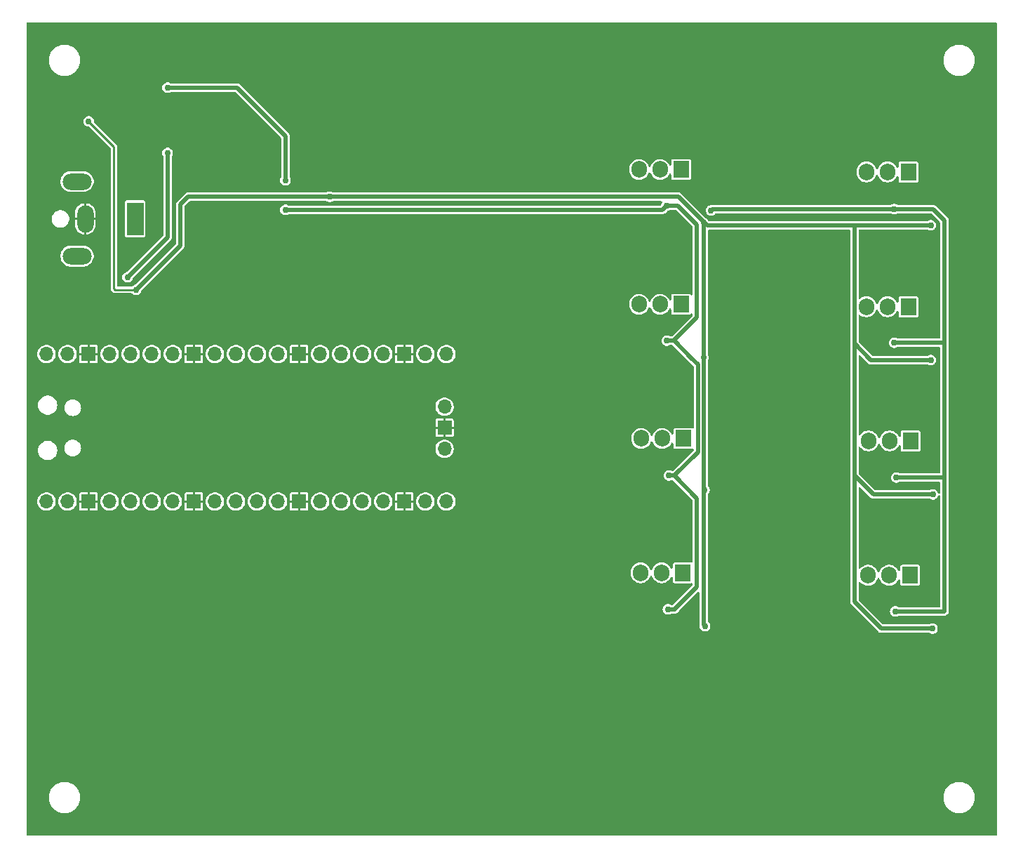
<source format=gbl>
G04 #@! TF.GenerationSoftware,KiCad,Pcbnew,8.0.2-1*
G04 #@! TF.CreationDate,2024-09-04T16:21:55-07:00*
G04 #@! TF.ProjectId,laserBoxNew,6c617365-7242-46f7-984e-65772e6b6963,v01*
G04 #@! TF.SameCoordinates,Original*
G04 #@! TF.FileFunction,Copper,L2,Bot*
G04 #@! TF.FilePolarity,Positive*
%FSLAX46Y46*%
G04 Gerber Fmt 4.6, Leading zero omitted, Abs format (unit mm)*
G04 Created by KiCad (PCBNEW 8.0.2-1) date 2024-09-04 16:21:55*
%MOMM*%
%LPD*%
G01*
G04 APERTURE LIST*
G04 #@! TA.AperFunction,ComponentPad*
%ADD10O,1.700000X1.700000*%
G04 #@! TD*
G04 #@! TA.AperFunction,ComponentPad*
%ADD11R,1.700000X1.700000*%
G04 #@! TD*
G04 #@! TA.AperFunction,ComponentPad*
%ADD12R,1.905000X2.000000*%
G04 #@! TD*
G04 #@! TA.AperFunction,ComponentPad*
%ADD13O,1.905000X2.000000*%
G04 #@! TD*
G04 #@! TA.AperFunction,ComponentPad*
%ADD14R,2.000000X4.000000*%
G04 #@! TD*
G04 #@! TA.AperFunction,ComponentPad*
%ADD15O,2.000000X3.300000*%
G04 #@! TD*
G04 #@! TA.AperFunction,ComponentPad*
%ADD16O,3.500000X2.000000*%
G04 #@! TD*
G04 #@! TA.AperFunction,ViaPad*
%ADD17C,0.762000*%
G04 #@! TD*
G04 #@! TA.AperFunction,Conductor*
%ADD18C,0.254000*%
G04 #@! TD*
G04 #@! TA.AperFunction,Conductor*
%ADD19C,0.508000*%
G04 #@! TD*
G04 APERTURE END LIST*
D10*
X80645000Y-90805000D03*
X83185000Y-90805000D03*
D11*
X85725000Y-90805000D03*
D10*
X88265000Y-90805000D03*
X90805000Y-90805000D03*
X93345000Y-90805000D03*
X95885000Y-90805000D03*
D11*
X98425000Y-90805000D03*
D10*
X100965000Y-90805000D03*
X103505000Y-90805000D03*
X106045000Y-90805000D03*
X108585000Y-90805000D03*
D11*
X111125000Y-90805000D03*
D10*
X113665000Y-90805000D03*
X116205000Y-90805000D03*
X118745000Y-90805000D03*
X121285000Y-90805000D03*
D11*
X123825000Y-90805000D03*
D10*
X126365000Y-90805000D03*
X128905000Y-90805000D03*
X128905000Y-73025000D03*
X126365000Y-73025000D03*
D11*
X123825000Y-73025000D03*
D10*
X121285000Y-73025000D03*
X118745000Y-73025000D03*
X116205000Y-73025000D03*
X113665000Y-73025000D03*
D11*
X111125000Y-73025000D03*
D10*
X108585000Y-73025000D03*
X106045000Y-73025000D03*
X103505000Y-73025000D03*
X100965000Y-73025000D03*
D11*
X98425000Y-73025000D03*
D10*
X95885000Y-73025000D03*
X93345000Y-73025000D03*
X90805000Y-73025000D03*
X88265000Y-73025000D03*
D11*
X85725000Y-73025000D03*
D10*
X83185000Y-73025000D03*
X80645000Y-73025000D03*
X128675000Y-84455000D03*
D11*
X128675000Y-81915000D03*
D10*
X128675000Y-79375000D03*
D12*
X184665500Y-51063500D03*
D13*
X182125500Y-51063500D03*
X179585500Y-51063500D03*
D12*
X184665500Y-67319500D03*
D13*
X182125500Y-67319500D03*
X179585500Y-67319500D03*
D12*
X157480000Y-83201000D03*
D13*
X154940000Y-83201000D03*
X152400000Y-83201000D03*
D12*
X184848500Y-99691500D03*
D13*
X182308500Y-99691500D03*
X179768500Y-99691500D03*
D12*
X184919500Y-83499500D03*
D13*
X182379500Y-83499500D03*
X179839500Y-83499500D03*
D12*
X157226000Y-67021000D03*
D13*
X154686000Y-67021000D03*
X152146000Y-67021000D03*
D12*
X157409000Y-99393000D03*
D13*
X154869000Y-99393000D03*
X152329000Y-99393000D03*
D12*
X157226000Y-50765000D03*
D13*
X154686000Y-50765000D03*
X152146000Y-50765000D03*
D14*
X91328000Y-56714000D03*
D15*
X85328000Y-56714000D03*
D16*
X84328000Y-52214000D03*
X84328000Y-61214000D03*
D17*
X180022500Y-96202500D03*
X148717000Y-63119000D03*
X183197500Y-96202500D03*
X173037500Y-67627500D03*
X180022500Y-63182500D03*
X114300000Y-51308000D03*
X175267500Y-86623500D03*
X146050000Y-80010000D03*
X172085000Y-85090000D03*
X169545000Y-107950000D03*
X183832500Y-80327500D03*
X115951000Y-58166000D03*
X115951000Y-51435000D03*
X164465000Y-64770000D03*
X184467500Y-64135000D03*
X175267500Y-70113500D03*
X180340000Y-79375000D03*
X171450000Y-100330000D03*
X175267500Y-103133500D03*
X175267500Y-53603500D03*
X147574000Y-69815000D03*
X147320000Y-52832000D03*
X147574000Y-102835000D03*
X113792000Y-58420000D03*
X147574000Y-86325000D03*
X114808000Y-67056000D03*
X169862500Y-92392500D03*
X172402500Y-79375000D03*
X173990000Y-63182500D03*
X187362000Y-73758500D03*
X187616000Y-89938500D03*
X187362000Y-57502500D03*
X91440000Y-65278000D03*
X159922500Y-57204000D03*
X159922500Y-73460000D03*
X187545000Y-106130500D03*
X114808000Y-54067000D03*
X160105500Y-105832000D03*
X85725000Y-44958000D03*
X160041000Y-89420158D03*
X182933500Y-55530500D03*
X109474000Y-55626000D03*
X155621000Y-103790500D03*
X155748000Y-87661500D03*
X155494000Y-71405500D03*
X109474000Y-52070000D03*
X183060500Y-104044500D03*
X183187500Y-87915500D03*
X155448000Y-55118000D03*
X95250000Y-40894000D03*
X182933500Y-71659500D03*
X160838250Y-55696750D03*
X95250000Y-48768000D03*
X90424000Y-63754000D03*
D18*
X88773000Y-48006000D02*
X88773000Y-65151000D01*
D19*
X159922500Y-71882000D02*
X159922500Y-89154000D01*
X159226250Y-56356250D02*
X159922500Y-57052500D01*
X159922500Y-71882000D02*
X159922500Y-73460000D01*
X180121000Y-73758500D02*
X178117500Y-71755000D01*
D18*
X85725000Y-44958000D02*
X88773000Y-48006000D01*
D19*
X159922500Y-57204000D02*
X159922500Y-71882000D01*
X178117500Y-57502500D02*
X178117500Y-71755000D01*
X178117500Y-57502500D02*
X187362000Y-57502500D01*
X114808000Y-54067000D02*
X156937000Y-54067000D01*
X96774000Y-54991000D02*
X97698000Y-54067000D01*
X159922500Y-89154000D02*
X159922500Y-105649000D01*
X159922500Y-57052500D02*
X159922500Y-57204000D01*
X178117500Y-87630000D02*
X178117500Y-102870000D01*
X178117500Y-87630000D02*
X180426000Y-89938500D01*
X159922500Y-89154000D02*
X159922500Y-89386000D01*
X96774000Y-59944000D02*
X96774000Y-54991000D01*
X91440000Y-65278000D02*
X96774000Y-59944000D01*
X160372500Y-57502500D02*
X178117500Y-57502500D01*
X97698000Y-54067000D02*
X114808000Y-54067000D01*
X181378000Y-106130500D02*
X187545000Y-106130500D01*
X178117500Y-71755000D02*
X178117500Y-87630000D01*
X159226250Y-56356250D02*
X160372500Y-57502500D01*
X159922500Y-105649000D02*
X160105500Y-105832000D01*
X180426000Y-89938500D02*
X187616000Y-89938500D01*
D18*
X160105500Y-105832000D02*
X160176500Y-105761000D01*
D19*
X178117500Y-102870000D02*
X181378000Y-106130500D01*
D18*
X88900000Y-65278000D02*
X91440000Y-65278000D01*
D19*
X187362000Y-73758500D02*
X180121000Y-73758500D01*
X156937000Y-54067000D02*
X159226250Y-56356250D01*
D18*
X88773000Y-65151000D02*
X88900000Y-65278000D01*
D19*
X107696000Y-44958000D02*
X109474000Y-46736000D01*
X109474000Y-55626000D02*
X154940000Y-55626000D01*
X188983500Y-56896000D02*
X188983500Y-71659500D01*
X156305500Y-71405500D02*
X155494000Y-71405500D01*
X159131000Y-90424000D02*
X159131000Y-101092000D01*
X155494000Y-71405500D02*
X156368500Y-71405500D01*
X188983500Y-71659500D02*
X188983500Y-87915500D01*
X159131000Y-101092000D02*
X156432500Y-103790500D01*
X188983500Y-87915500D02*
X188983500Y-103505000D01*
X187618000Y-55530500D02*
X188983500Y-56896000D01*
X159131000Y-68580000D02*
X156305500Y-71405500D01*
X109474000Y-46736000D02*
X109474000Y-52070000D01*
X156845000Y-55118000D02*
X159131000Y-57404000D01*
X156368500Y-87661500D02*
X159131000Y-90424000D01*
X155748000Y-87661500D02*
X156368500Y-87661500D01*
X155621000Y-103790500D02*
X156495500Y-103790500D01*
X182933500Y-55530500D02*
X161004500Y-55530500D01*
X188983500Y-71659500D02*
X182933500Y-71659500D01*
X188983500Y-87915500D02*
X183187500Y-87915500D01*
X156368500Y-71405500D02*
X158525500Y-73562500D01*
X159131000Y-57404000D02*
X159131000Y-68580000D01*
X159258000Y-74295000D02*
X159258000Y-84836000D01*
X95250000Y-40894000D02*
X103632000Y-40894000D01*
X103632000Y-40894000D02*
X107696000Y-44958000D01*
X188983500Y-104044500D02*
X183060500Y-104044500D01*
X154940000Y-55626000D02*
X155448000Y-55118000D01*
X188983500Y-103505000D02*
X188983500Y-104044500D01*
X159258000Y-84836000D02*
X156432500Y-87661500D01*
X161004500Y-55530500D02*
X160838250Y-55696750D01*
X158432500Y-73469500D02*
X159258000Y-74295000D01*
X156432500Y-103790500D02*
X155621000Y-103790500D01*
X182933500Y-55530500D02*
X187618000Y-55530500D01*
X156432500Y-87661500D02*
X155748000Y-87661500D01*
X155448000Y-55118000D02*
X156845000Y-55118000D01*
X90424000Y-63754000D02*
X95250000Y-58928000D01*
X95250000Y-58928000D02*
X95250000Y-48768000D01*
G04 #@! TA.AperFunction,Conductor*
G36*
X195275621Y-33032502D02*
G01*
X195322114Y-33086158D01*
X195333500Y-33138500D01*
X195333500Y-130945500D01*
X195313498Y-131013621D01*
X195259842Y-131060114D01*
X195207500Y-131071500D01*
X78350500Y-131071500D01*
X78282379Y-131051498D01*
X78235886Y-130997842D01*
X78224500Y-130945500D01*
X78224500Y-126368615D01*
X80921550Y-126368615D01*
X80921550Y-126615384D01*
X80953757Y-126860028D01*
X81017625Y-127098387D01*
X81017626Y-127098389D01*
X81017627Y-127098392D01*
X81112059Y-127326373D01*
X81112060Y-127326374D01*
X81112065Y-127326384D01*
X81235439Y-127540073D01*
X81385662Y-127735849D01*
X81385671Y-127735859D01*
X81560140Y-127910328D01*
X81560150Y-127910337D01*
X81560151Y-127910338D01*
X81755923Y-128060558D01*
X81969627Y-128183941D01*
X82197608Y-128278373D01*
X82435964Y-128342241D01*
X82435970Y-128342241D01*
X82435971Y-128342242D01*
X82464047Y-128345938D01*
X82680618Y-128374450D01*
X82680625Y-128374450D01*
X82927375Y-128374450D01*
X82927382Y-128374450D01*
X83172036Y-128342241D01*
X83410392Y-128278373D01*
X83638373Y-128183941D01*
X83852077Y-128060558D01*
X84047849Y-127910338D01*
X84222338Y-127735849D01*
X84372558Y-127540077D01*
X84495941Y-127326373D01*
X84590373Y-127098392D01*
X84654241Y-126860036D01*
X84686450Y-126615382D01*
X84686450Y-126368618D01*
X84686450Y-126368615D01*
X188871550Y-126368615D01*
X188871550Y-126615384D01*
X188903757Y-126860028D01*
X188967625Y-127098387D01*
X188967626Y-127098389D01*
X188967627Y-127098392D01*
X189062059Y-127326373D01*
X189062060Y-127326374D01*
X189062065Y-127326384D01*
X189185439Y-127540073D01*
X189335662Y-127735849D01*
X189335671Y-127735859D01*
X189510140Y-127910328D01*
X189510150Y-127910337D01*
X189510151Y-127910338D01*
X189705923Y-128060558D01*
X189919627Y-128183941D01*
X190147608Y-128278373D01*
X190385964Y-128342241D01*
X190385970Y-128342241D01*
X190385971Y-128342242D01*
X190414047Y-128345938D01*
X190630618Y-128374450D01*
X190630625Y-128374450D01*
X190877375Y-128374450D01*
X190877382Y-128374450D01*
X191122036Y-128342241D01*
X191360392Y-128278373D01*
X191588373Y-128183941D01*
X191802077Y-128060558D01*
X191997849Y-127910338D01*
X192172338Y-127735849D01*
X192322558Y-127540077D01*
X192445941Y-127326373D01*
X192540373Y-127098392D01*
X192604241Y-126860036D01*
X192636450Y-126615382D01*
X192636450Y-126368618D01*
X192604241Y-126123964D01*
X192540373Y-125885608D01*
X192445941Y-125657627D01*
X192322558Y-125443923D01*
X192172338Y-125248151D01*
X192172337Y-125248150D01*
X192172328Y-125248140D01*
X191997859Y-125073671D01*
X191997849Y-125073662D01*
X191802073Y-124923439D01*
X191588384Y-124800065D01*
X191588379Y-124800062D01*
X191588373Y-124800059D01*
X191360392Y-124705627D01*
X191360389Y-124705626D01*
X191360387Y-124705625D01*
X191164613Y-124653167D01*
X191122036Y-124641759D01*
X191122034Y-124641758D01*
X191122028Y-124641757D01*
X190877384Y-124609550D01*
X190877382Y-124609550D01*
X190630618Y-124609550D01*
X190630615Y-124609550D01*
X190385971Y-124641757D01*
X190147612Y-124705625D01*
X190147608Y-124705627D01*
X189919625Y-124800060D01*
X189919615Y-124800065D01*
X189705926Y-124923439D01*
X189510150Y-125073662D01*
X189510140Y-125073671D01*
X189335671Y-125248140D01*
X189335662Y-125248150D01*
X189185439Y-125443926D01*
X189062065Y-125657615D01*
X189062060Y-125657625D01*
X188967627Y-125885608D01*
X188967625Y-125885612D01*
X188903757Y-126123971D01*
X188871550Y-126368615D01*
X84686450Y-126368615D01*
X84654241Y-126123964D01*
X84590373Y-125885608D01*
X84495941Y-125657627D01*
X84372558Y-125443923D01*
X84222338Y-125248151D01*
X84222337Y-125248150D01*
X84222328Y-125248140D01*
X84047859Y-125073671D01*
X84047849Y-125073662D01*
X83852073Y-124923439D01*
X83638384Y-124800065D01*
X83638379Y-124800062D01*
X83638373Y-124800059D01*
X83410392Y-124705627D01*
X83410389Y-124705626D01*
X83410387Y-124705625D01*
X83214613Y-124653167D01*
X83172036Y-124641759D01*
X83172034Y-124641758D01*
X83172028Y-124641757D01*
X82927384Y-124609550D01*
X82927382Y-124609550D01*
X82680618Y-124609550D01*
X82680615Y-124609550D01*
X82435971Y-124641757D01*
X82197612Y-124705625D01*
X82197608Y-124705627D01*
X81969625Y-124800060D01*
X81969615Y-124800065D01*
X81755926Y-124923439D01*
X81560150Y-125073662D01*
X81560140Y-125073671D01*
X81385671Y-125248140D01*
X81385662Y-125248150D01*
X81235439Y-125443926D01*
X81112065Y-125657615D01*
X81112060Y-125657625D01*
X81017627Y-125885608D01*
X81017625Y-125885612D01*
X80953757Y-126123971D01*
X80921550Y-126368615D01*
X78224500Y-126368615D01*
X78224500Y-90804995D01*
X79535768Y-90804995D01*
X79535768Y-90805004D01*
X79554654Y-91008819D01*
X79554655Y-91008821D01*
X79610672Y-91205701D01*
X79701912Y-91388935D01*
X79701913Y-91388936D01*
X79825266Y-91552284D01*
X79976536Y-91690185D01*
X80150566Y-91797940D01*
X80150568Y-91797940D01*
X80150573Y-91797944D01*
X80341444Y-91871888D01*
X80542653Y-91909500D01*
X80542655Y-91909500D01*
X80747345Y-91909500D01*
X80747347Y-91909500D01*
X80948556Y-91871888D01*
X81139427Y-91797944D01*
X81313462Y-91690186D01*
X81464732Y-91552285D01*
X81588088Y-91388935D01*
X81679328Y-91205701D01*
X81735345Y-91008821D01*
X81754232Y-90805000D01*
X81754232Y-90804995D01*
X82075768Y-90804995D01*
X82075768Y-90805004D01*
X82094654Y-91008819D01*
X82094655Y-91008821D01*
X82150672Y-91205701D01*
X82241912Y-91388935D01*
X82241913Y-91388936D01*
X82365266Y-91552284D01*
X82516536Y-91690185D01*
X82690566Y-91797940D01*
X82690568Y-91797940D01*
X82690573Y-91797944D01*
X82881444Y-91871888D01*
X83082653Y-91909500D01*
X83082655Y-91909500D01*
X83287345Y-91909500D01*
X83287347Y-91909500D01*
X83488556Y-91871888D01*
X83679427Y-91797944D01*
X83853462Y-91690186D01*
X84004732Y-91552285D01*
X84128088Y-91388935D01*
X84219328Y-91205701D01*
X84275345Y-91008821D01*
X84294232Y-90805000D01*
X84275345Y-90601179D01*
X84219328Y-90404299D01*
X84128088Y-90221065D01*
X84076839Y-90153200D01*
X84004733Y-90057715D01*
X83864611Y-89929977D01*
X84621000Y-89929977D01*
X84621000Y-90678000D01*
X85231038Y-90678000D01*
X85215000Y-90737857D01*
X85215000Y-90872143D01*
X85231038Y-90932000D01*
X84621001Y-90932000D01*
X84621001Y-91680022D01*
X84635737Y-91754105D01*
X84635737Y-91754107D01*
X84691875Y-91838124D01*
X84775893Y-91894262D01*
X84775894Y-91894263D01*
X84849980Y-91908999D01*
X85598000Y-91908999D01*
X85598000Y-91298961D01*
X85657857Y-91315000D01*
X85792143Y-91315000D01*
X85852000Y-91298961D01*
X85852000Y-91908999D01*
X86600014Y-91908999D01*
X86600022Y-91908998D01*
X86674105Y-91894262D01*
X86674107Y-91894262D01*
X86758124Y-91838124D01*
X86814262Y-91754106D01*
X86814263Y-91754105D01*
X86828999Y-91680022D01*
X86829000Y-91680015D01*
X86829000Y-90932000D01*
X86218962Y-90932000D01*
X86235000Y-90872143D01*
X86235000Y-90804995D01*
X87155768Y-90804995D01*
X87155768Y-90805004D01*
X87174654Y-91008819D01*
X87174655Y-91008821D01*
X87230672Y-91205701D01*
X87321912Y-91388935D01*
X87321913Y-91388936D01*
X87445266Y-91552284D01*
X87596536Y-91690185D01*
X87770566Y-91797940D01*
X87770568Y-91797940D01*
X87770573Y-91797944D01*
X87961444Y-91871888D01*
X88162653Y-91909500D01*
X88162655Y-91909500D01*
X88367345Y-91909500D01*
X88367347Y-91909500D01*
X88568556Y-91871888D01*
X88759427Y-91797944D01*
X88933462Y-91690186D01*
X89084732Y-91552285D01*
X89208088Y-91388935D01*
X89299328Y-91205701D01*
X89355345Y-91008821D01*
X89374232Y-90805000D01*
X89374232Y-90804995D01*
X89695768Y-90804995D01*
X89695768Y-90805004D01*
X89714654Y-91008819D01*
X89714655Y-91008821D01*
X89770672Y-91205701D01*
X89861912Y-91388935D01*
X89861913Y-91388936D01*
X89985266Y-91552284D01*
X90136536Y-91690185D01*
X90310566Y-91797940D01*
X90310568Y-91797940D01*
X90310573Y-91797944D01*
X90501444Y-91871888D01*
X90702653Y-91909500D01*
X90702655Y-91909500D01*
X90907345Y-91909500D01*
X90907347Y-91909500D01*
X91108556Y-91871888D01*
X91299427Y-91797944D01*
X91473462Y-91690186D01*
X91624732Y-91552285D01*
X91748088Y-91388935D01*
X91839328Y-91205701D01*
X91895345Y-91008821D01*
X91914232Y-90805000D01*
X91914232Y-90804995D01*
X92235768Y-90804995D01*
X92235768Y-90805004D01*
X92254654Y-91008819D01*
X92254655Y-91008821D01*
X92310672Y-91205701D01*
X92401912Y-91388935D01*
X92401913Y-91388936D01*
X92525266Y-91552284D01*
X92676536Y-91690185D01*
X92850566Y-91797940D01*
X92850568Y-91797940D01*
X92850573Y-91797944D01*
X93041444Y-91871888D01*
X93242653Y-91909500D01*
X93242655Y-91909500D01*
X93447345Y-91909500D01*
X93447347Y-91909500D01*
X93648556Y-91871888D01*
X93839427Y-91797944D01*
X94013462Y-91690186D01*
X94164732Y-91552285D01*
X94288088Y-91388935D01*
X94379328Y-91205701D01*
X94435345Y-91008821D01*
X94454232Y-90805000D01*
X94454232Y-90804995D01*
X94775768Y-90804995D01*
X94775768Y-90805004D01*
X94794654Y-91008819D01*
X94794655Y-91008821D01*
X94850672Y-91205701D01*
X94941912Y-91388935D01*
X94941913Y-91388936D01*
X95065266Y-91552284D01*
X95216536Y-91690185D01*
X95390566Y-91797940D01*
X95390568Y-91797940D01*
X95390573Y-91797944D01*
X95581444Y-91871888D01*
X95782653Y-91909500D01*
X95782655Y-91909500D01*
X95987345Y-91909500D01*
X95987347Y-91909500D01*
X96188556Y-91871888D01*
X96379427Y-91797944D01*
X96553462Y-91690186D01*
X96704732Y-91552285D01*
X96828088Y-91388935D01*
X96919328Y-91205701D01*
X96975345Y-91008821D01*
X96994232Y-90805000D01*
X96975345Y-90601179D01*
X96919328Y-90404299D01*
X96828088Y-90221065D01*
X96776839Y-90153200D01*
X96704733Y-90057715D01*
X96564611Y-89929977D01*
X97321000Y-89929977D01*
X97321000Y-90678000D01*
X97931038Y-90678000D01*
X97915000Y-90737857D01*
X97915000Y-90872143D01*
X97931038Y-90932000D01*
X97321001Y-90932000D01*
X97321001Y-91680022D01*
X97335737Y-91754105D01*
X97335737Y-91754107D01*
X97391875Y-91838124D01*
X97475893Y-91894262D01*
X97475894Y-91894263D01*
X97549980Y-91908999D01*
X98298000Y-91908999D01*
X98298000Y-91298961D01*
X98357857Y-91315000D01*
X98492143Y-91315000D01*
X98552000Y-91298961D01*
X98552000Y-91908999D01*
X99300014Y-91908999D01*
X99300022Y-91908998D01*
X99374105Y-91894262D01*
X99374107Y-91894262D01*
X99458124Y-91838124D01*
X99514262Y-91754106D01*
X99514263Y-91754105D01*
X99528999Y-91680022D01*
X99529000Y-91680015D01*
X99529000Y-90932000D01*
X98918962Y-90932000D01*
X98935000Y-90872143D01*
X98935000Y-90804995D01*
X99855768Y-90804995D01*
X99855768Y-90805004D01*
X99874654Y-91008819D01*
X99874655Y-91008821D01*
X99930672Y-91205701D01*
X100021912Y-91388935D01*
X100021913Y-91388936D01*
X100145266Y-91552284D01*
X100296536Y-91690185D01*
X100470566Y-91797940D01*
X100470568Y-91797940D01*
X100470573Y-91797944D01*
X100661444Y-91871888D01*
X100862653Y-91909500D01*
X100862655Y-91909500D01*
X101067345Y-91909500D01*
X101067347Y-91909500D01*
X101268556Y-91871888D01*
X101459427Y-91797944D01*
X101633462Y-91690186D01*
X101784732Y-91552285D01*
X101908088Y-91388935D01*
X101999328Y-91205701D01*
X102055345Y-91008821D01*
X102074232Y-90805000D01*
X102074232Y-90804995D01*
X102395768Y-90804995D01*
X102395768Y-90805004D01*
X102414654Y-91008819D01*
X102414655Y-91008821D01*
X102470672Y-91205701D01*
X102561912Y-91388935D01*
X102561913Y-91388936D01*
X102685266Y-91552284D01*
X102836536Y-91690185D01*
X103010566Y-91797940D01*
X103010568Y-91797940D01*
X103010573Y-91797944D01*
X103201444Y-91871888D01*
X103402653Y-91909500D01*
X103402655Y-91909500D01*
X103607345Y-91909500D01*
X103607347Y-91909500D01*
X103808556Y-91871888D01*
X103999427Y-91797944D01*
X104173462Y-91690186D01*
X104324732Y-91552285D01*
X104448088Y-91388935D01*
X104539328Y-91205701D01*
X104595345Y-91008821D01*
X104614232Y-90805000D01*
X104614232Y-90804995D01*
X104935768Y-90804995D01*
X104935768Y-90805004D01*
X104954654Y-91008819D01*
X104954655Y-91008821D01*
X105010672Y-91205701D01*
X105101912Y-91388935D01*
X105101913Y-91388936D01*
X105225266Y-91552284D01*
X105376536Y-91690185D01*
X105550566Y-91797940D01*
X105550568Y-91797940D01*
X105550573Y-91797944D01*
X105741444Y-91871888D01*
X105942653Y-91909500D01*
X105942655Y-91909500D01*
X106147345Y-91909500D01*
X106147347Y-91909500D01*
X106348556Y-91871888D01*
X106539427Y-91797944D01*
X106713462Y-91690186D01*
X106864732Y-91552285D01*
X106988088Y-91388935D01*
X107079328Y-91205701D01*
X107135345Y-91008821D01*
X107154232Y-90805000D01*
X107154232Y-90804995D01*
X107475768Y-90804995D01*
X107475768Y-90805004D01*
X107494654Y-91008819D01*
X107494655Y-91008821D01*
X107550672Y-91205701D01*
X107641912Y-91388935D01*
X107641913Y-91388936D01*
X107765266Y-91552284D01*
X107916536Y-91690185D01*
X108090566Y-91797940D01*
X108090568Y-91797940D01*
X108090573Y-91797944D01*
X108281444Y-91871888D01*
X108482653Y-91909500D01*
X108482655Y-91909500D01*
X108687345Y-91909500D01*
X108687347Y-91909500D01*
X108888556Y-91871888D01*
X109079427Y-91797944D01*
X109253462Y-91690186D01*
X109404732Y-91552285D01*
X109528088Y-91388935D01*
X109619328Y-91205701D01*
X109675345Y-91008821D01*
X109694232Y-90805000D01*
X109675345Y-90601179D01*
X109619328Y-90404299D01*
X109528088Y-90221065D01*
X109476839Y-90153200D01*
X109404733Y-90057715D01*
X109264611Y-89929977D01*
X110021000Y-89929977D01*
X110021000Y-90678000D01*
X110631038Y-90678000D01*
X110615000Y-90737857D01*
X110615000Y-90872143D01*
X110631038Y-90932000D01*
X110021001Y-90932000D01*
X110021001Y-91680022D01*
X110035737Y-91754105D01*
X110035737Y-91754107D01*
X110091875Y-91838124D01*
X110175893Y-91894262D01*
X110175894Y-91894263D01*
X110249980Y-91908999D01*
X110998000Y-91908999D01*
X110998000Y-91298961D01*
X111057857Y-91315000D01*
X111192143Y-91315000D01*
X111252000Y-91298961D01*
X111252000Y-91908999D01*
X112000014Y-91908999D01*
X112000022Y-91908998D01*
X112074105Y-91894262D01*
X112074107Y-91894262D01*
X112158124Y-91838124D01*
X112214262Y-91754106D01*
X112214263Y-91754105D01*
X112228999Y-91680022D01*
X112229000Y-91680015D01*
X112229000Y-90932000D01*
X111618962Y-90932000D01*
X111635000Y-90872143D01*
X111635000Y-90804995D01*
X112555768Y-90804995D01*
X112555768Y-90805004D01*
X112574654Y-91008819D01*
X112574655Y-91008821D01*
X112630672Y-91205701D01*
X112721912Y-91388935D01*
X112721913Y-91388936D01*
X112845266Y-91552284D01*
X112996536Y-91690185D01*
X113170566Y-91797940D01*
X113170568Y-91797940D01*
X113170573Y-91797944D01*
X113361444Y-91871888D01*
X113562653Y-91909500D01*
X113562655Y-91909500D01*
X113767345Y-91909500D01*
X113767347Y-91909500D01*
X113968556Y-91871888D01*
X114159427Y-91797944D01*
X114333462Y-91690186D01*
X114484732Y-91552285D01*
X114608088Y-91388935D01*
X114699328Y-91205701D01*
X114755345Y-91008821D01*
X114774232Y-90805000D01*
X114774232Y-90804995D01*
X115095768Y-90804995D01*
X115095768Y-90805004D01*
X115114654Y-91008819D01*
X115114655Y-91008821D01*
X115170672Y-91205701D01*
X115261912Y-91388935D01*
X115261913Y-91388936D01*
X115385266Y-91552284D01*
X115536536Y-91690185D01*
X115710566Y-91797940D01*
X115710568Y-91797940D01*
X115710573Y-91797944D01*
X115901444Y-91871888D01*
X116102653Y-91909500D01*
X116102655Y-91909500D01*
X116307345Y-91909500D01*
X116307347Y-91909500D01*
X116508556Y-91871888D01*
X116699427Y-91797944D01*
X116873462Y-91690186D01*
X117024732Y-91552285D01*
X117148088Y-91388935D01*
X117239328Y-91205701D01*
X117295345Y-91008821D01*
X117314232Y-90805000D01*
X117314232Y-90804995D01*
X117635768Y-90804995D01*
X117635768Y-90805004D01*
X117654654Y-91008819D01*
X117654655Y-91008821D01*
X117710672Y-91205701D01*
X117801912Y-91388935D01*
X117801913Y-91388936D01*
X117925266Y-91552284D01*
X118076536Y-91690185D01*
X118250566Y-91797940D01*
X118250568Y-91797940D01*
X118250573Y-91797944D01*
X118441444Y-91871888D01*
X118642653Y-91909500D01*
X118642655Y-91909500D01*
X118847345Y-91909500D01*
X118847347Y-91909500D01*
X119048556Y-91871888D01*
X119239427Y-91797944D01*
X119413462Y-91690186D01*
X119564732Y-91552285D01*
X119688088Y-91388935D01*
X119779328Y-91205701D01*
X119835345Y-91008821D01*
X119854232Y-90805000D01*
X119854232Y-90804995D01*
X120175768Y-90804995D01*
X120175768Y-90805004D01*
X120194654Y-91008819D01*
X120194655Y-91008821D01*
X120250672Y-91205701D01*
X120341912Y-91388935D01*
X120341913Y-91388936D01*
X120465266Y-91552284D01*
X120616536Y-91690185D01*
X120790566Y-91797940D01*
X120790568Y-91797940D01*
X120790573Y-91797944D01*
X120981444Y-91871888D01*
X121182653Y-91909500D01*
X121182655Y-91909500D01*
X121387345Y-91909500D01*
X121387347Y-91909500D01*
X121588556Y-91871888D01*
X121779427Y-91797944D01*
X121953462Y-91690186D01*
X122104732Y-91552285D01*
X122228088Y-91388935D01*
X122319328Y-91205701D01*
X122375345Y-91008821D01*
X122394232Y-90805000D01*
X122375345Y-90601179D01*
X122319328Y-90404299D01*
X122228088Y-90221065D01*
X122176839Y-90153200D01*
X122104733Y-90057715D01*
X121964611Y-89929977D01*
X122721000Y-89929977D01*
X122721000Y-90678000D01*
X123331038Y-90678000D01*
X123315000Y-90737857D01*
X123315000Y-90872143D01*
X123331038Y-90932000D01*
X122721001Y-90932000D01*
X122721001Y-91680022D01*
X122735737Y-91754105D01*
X122735737Y-91754107D01*
X122791875Y-91838124D01*
X122875893Y-91894262D01*
X122875894Y-91894263D01*
X122949980Y-91908999D01*
X123698000Y-91908999D01*
X123698000Y-91298961D01*
X123757857Y-91315000D01*
X123892143Y-91315000D01*
X123952000Y-91298961D01*
X123952000Y-91908999D01*
X124700014Y-91908999D01*
X124700022Y-91908998D01*
X124774105Y-91894262D01*
X124774107Y-91894262D01*
X124858124Y-91838124D01*
X124914262Y-91754106D01*
X124914263Y-91754105D01*
X124928999Y-91680022D01*
X124929000Y-91680015D01*
X124929000Y-90932000D01*
X124318962Y-90932000D01*
X124335000Y-90872143D01*
X124335000Y-90804995D01*
X125255768Y-90804995D01*
X125255768Y-90805004D01*
X125274654Y-91008819D01*
X125274655Y-91008821D01*
X125330672Y-91205701D01*
X125421912Y-91388935D01*
X125421913Y-91388936D01*
X125545266Y-91552284D01*
X125696536Y-91690185D01*
X125870566Y-91797940D01*
X125870568Y-91797940D01*
X125870573Y-91797944D01*
X126061444Y-91871888D01*
X126262653Y-91909500D01*
X126262655Y-91909500D01*
X126467345Y-91909500D01*
X126467347Y-91909500D01*
X126668556Y-91871888D01*
X126859427Y-91797944D01*
X127033462Y-91690186D01*
X127184732Y-91552285D01*
X127308088Y-91388935D01*
X127399328Y-91205701D01*
X127455345Y-91008821D01*
X127474232Y-90805000D01*
X127474232Y-90804995D01*
X127795768Y-90804995D01*
X127795768Y-90805004D01*
X127814654Y-91008819D01*
X127814655Y-91008821D01*
X127870672Y-91205701D01*
X127961912Y-91388935D01*
X127961913Y-91388936D01*
X128085266Y-91552284D01*
X128236536Y-91690185D01*
X128410566Y-91797940D01*
X128410568Y-91797940D01*
X128410573Y-91797944D01*
X128601444Y-91871888D01*
X128802653Y-91909500D01*
X128802655Y-91909500D01*
X129007345Y-91909500D01*
X129007347Y-91909500D01*
X129208556Y-91871888D01*
X129399427Y-91797944D01*
X129573462Y-91690186D01*
X129724732Y-91552285D01*
X129848088Y-91388935D01*
X129939328Y-91205701D01*
X129995345Y-91008821D01*
X130014232Y-90805000D01*
X129995345Y-90601179D01*
X129939328Y-90404299D01*
X129848088Y-90221065D01*
X129796839Y-90153200D01*
X129724733Y-90057715D01*
X129573463Y-89919814D01*
X129399433Y-89812059D01*
X129399428Y-89812057D01*
X129399427Y-89812056D01*
X129389990Y-89808400D01*
X129208559Y-89738113D01*
X129208560Y-89738113D01*
X129208557Y-89738112D01*
X129208556Y-89738112D01*
X129007347Y-89700500D01*
X128802653Y-89700500D01*
X128601444Y-89738112D01*
X128601439Y-89738113D01*
X128410577Y-89812054D01*
X128410566Y-89812059D01*
X128236536Y-89919814D01*
X128085266Y-90057715D01*
X127961913Y-90221063D01*
X127870671Y-90404301D01*
X127814654Y-90601180D01*
X127795768Y-90804995D01*
X127474232Y-90804995D01*
X127455345Y-90601179D01*
X127399328Y-90404299D01*
X127308088Y-90221065D01*
X127256839Y-90153200D01*
X127184733Y-90057715D01*
X127033463Y-89919814D01*
X126859433Y-89812059D01*
X126859428Y-89812057D01*
X126859427Y-89812056D01*
X126849990Y-89808400D01*
X126668559Y-89738113D01*
X126668560Y-89738113D01*
X126668557Y-89738112D01*
X126668556Y-89738112D01*
X126467347Y-89700500D01*
X126262653Y-89700500D01*
X126061444Y-89738112D01*
X126061439Y-89738113D01*
X125870577Y-89812054D01*
X125870566Y-89812059D01*
X125696536Y-89919814D01*
X125545266Y-90057715D01*
X125421913Y-90221063D01*
X125330671Y-90404301D01*
X125274654Y-90601180D01*
X125255768Y-90804995D01*
X124335000Y-90804995D01*
X124335000Y-90737857D01*
X124318962Y-90678000D01*
X124928999Y-90678000D01*
X124928999Y-89929986D01*
X124928998Y-89929977D01*
X124914262Y-89855894D01*
X124914262Y-89855892D01*
X124858124Y-89771875D01*
X124774106Y-89715737D01*
X124774105Y-89715736D01*
X124700022Y-89701000D01*
X123952000Y-89701000D01*
X123952000Y-90311038D01*
X123892143Y-90295000D01*
X123757857Y-90295000D01*
X123698000Y-90311038D01*
X123698000Y-89701000D01*
X122949986Y-89701000D01*
X122949976Y-89701001D01*
X122875894Y-89715737D01*
X122875892Y-89715737D01*
X122791875Y-89771875D01*
X122735737Y-89855893D01*
X122735736Y-89855894D01*
X122721000Y-89929977D01*
X121964611Y-89929977D01*
X121953463Y-89919814D01*
X121779433Y-89812059D01*
X121779428Y-89812057D01*
X121779427Y-89812056D01*
X121769990Y-89808400D01*
X121588559Y-89738113D01*
X121588560Y-89738113D01*
X121588557Y-89738112D01*
X121588556Y-89738112D01*
X121387347Y-89700500D01*
X121182653Y-89700500D01*
X120981444Y-89738112D01*
X120981439Y-89738113D01*
X120790577Y-89812054D01*
X120790566Y-89812059D01*
X120616536Y-89919814D01*
X120465266Y-90057715D01*
X120341913Y-90221063D01*
X120250671Y-90404301D01*
X120194654Y-90601180D01*
X120175768Y-90804995D01*
X119854232Y-90804995D01*
X119835345Y-90601179D01*
X119779328Y-90404299D01*
X119688088Y-90221065D01*
X119636839Y-90153200D01*
X119564733Y-90057715D01*
X119413463Y-89919814D01*
X119239433Y-89812059D01*
X119239428Y-89812057D01*
X119239427Y-89812056D01*
X119229990Y-89808400D01*
X119048559Y-89738113D01*
X119048560Y-89738113D01*
X119048557Y-89738112D01*
X119048556Y-89738112D01*
X118847347Y-89700500D01*
X118642653Y-89700500D01*
X118441444Y-89738112D01*
X118441439Y-89738113D01*
X118250577Y-89812054D01*
X118250566Y-89812059D01*
X118076536Y-89919814D01*
X117925266Y-90057715D01*
X117801913Y-90221063D01*
X117710671Y-90404301D01*
X117654654Y-90601180D01*
X117635768Y-90804995D01*
X117314232Y-90804995D01*
X117295345Y-90601179D01*
X117239328Y-90404299D01*
X117148088Y-90221065D01*
X117096839Y-90153200D01*
X117024733Y-90057715D01*
X116873463Y-89919814D01*
X116699433Y-89812059D01*
X116699428Y-89812057D01*
X116699427Y-89812056D01*
X116689990Y-89808400D01*
X116508559Y-89738113D01*
X116508560Y-89738113D01*
X116508557Y-89738112D01*
X116508556Y-89738112D01*
X116307347Y-89700500D01*
X116102653Y-89700500D01*
X115901444Y-89738112D01*
X115901439Y-89738113D01*
X115710577Y-89812054D01*
X115710566Y-89812059D01*
X115536536Y-89919814D01*
X115385266Y-90057715D01*
X115261913Y-90221063D01*
X115170671Y-90404301D01*
X115114654Y-90601180D01*
X115095768Y-90804995D01*
X114774232Y-90804995D01*
X114755345Y-90601179D01*
X114699328Y-90404299D01*
X114608088Y-90221065D01*
X114556839Y-90153200D01*
X114484733Y-90057715D01*
X114333463Y-89919814D01*
X114159433Y-89812059D01*
X114159428Y-89812057D01*
X114159427Y-89812056D01*
X114149990Y-89808400D01*
X113968559Y-89738113D01*
X113968560Y-89738113D01*
X113968557Y-89738112D01*
X113968556Y-89738112D01*
X113767347Y-89700500D01*
X113562653Y-89700500D01*
X113361444Y-89738112D01*
X113361439Y-89738113D01*
X113170577Y-89812054D01*
X113170566Y-89812059D01*
X112996536Y-89919814D01*
X112845266Y-90057715D01*
X112721913Y-90221063D01*
X112630671Y-90404301D01*
X112574654Y-90601180D01*
X112555768Y-90804995D01*
X111635000Y-90804995D01*
X111635000Y-90737857D01*
X111618962Y-90678000D01*
X112228999Y-90678000D01*
X112228999Y-89929986D01*
X112228998Y-89929977D01*
X112214262Y-89855894D01*
X112214262Y-89855892D01*
X112158124Y-89771875D01*
X112074106Y-89715737D01*
X112074105Y-89715736D01*
X112000022Y-89701000D01*
X111252000Y-89701000D01*
X111252000Y-90311038D01*
X111192143Y-90295000D01*
X111057857Y-90295000D01*
X110998000Y-90311038D01*
X110998000Y-89701000D01*
X110249986Y-89701000D01*
X110249976Y-89701001D01*
X110175894Y-89715737D01*
X110175892Y-89715737D01*
X110091875Y-89771875D01*
X110035737Y-89855893D01*
X110035736Y-89855894D01*
X110021000Y-89929977D01*
X109264611Y-89929977D01*
X109253463Y-89919814D01*
X109079433Y-89812059D01*
X109079428Y-89812057D01*
X109079427Y-89812056D01*
X109069990Y-89808400D01*
X108888559Y-89738113D01*
X108888560Y-89738113D01*
X108888557Y-89738112D01*
X108888556Y-89738112D01*
X108687347Y-89700500D01*
X108482653Y-89700500D01*
X108281444Y-89738112D01*
X108281439Y-89738113D01*
X108090577Y-89812054D01*
X108090566Y-89812059D01*
X107916536Y-89919814D01*
X107765266Y-90057715D01*
X107641913Y-90221063D01*
X107550671Y-90404301D01*
X107494654Y-90601180D01*
X107475768Y-90804995D01*
X107154232Y-90804995D01*
X107135345Y-90601179D01*
X107079328Y-90404299D01*
X106988088Y-90221065D01*
X106936839Y-90153200D01*
X106864733Y-90057715D01*
X106713463Y-89919814D01*
X106539433Y-89812059D01*
X106539428Y-89812057D01*
X106539427Y-89812056D01*
X106529990Y-89808400D01*
X106348559Y-89738113D01*
X106348560Y-89738113D01*
X106348557Y-89738112D01*
X106348556Y-89738112D01*
X106147347Y-89700500D01*
X105942653Y-89700500D01*
X105741444Y-89738112D01*
X105741439Y-89738113D01*
X105550577Y-89812054D01*
X105550566Y-89812059D01*
X105376536Y-89919814D01*
X105225266Y-90057715D01*
X105101913Y-90221063D01*
X105010671Y-90404301D01*
X104954654Y-90601180D01*
X104935768Y-90804995D01*
X104614232Y-90804995D01*
X104595345Y-90601179D01*
X104539328Y-90404299D01*
X104448088Y-90221065D01*
X104396839Y-90153200D01*
X104324733Y-90057715D01*
X104173463Y-89919814D01*
X103999433Y-89812059D01*
X103999428Y-89812057D01*
X103999427Y-89812056D01*
X103989990Y-89808400D01*
X103808559Y-89738113D01*
X103808560Y-89738113D01*
X103808557Y-89738112D01*
X103808556Y-89738112D01*
X103607347Y-89700500D01*
X103402653Y-89700500D01*
X103201444Y-89738112D01*
X103201439Y-89738113D01*
X103010577Y-89812054D01*
X103010566Y-89812059D01*
X102836536Y-89919814D01*
X102685266Y-90057715D01*
X102561913Y-90221063D01*
X102470671Y-90404301D01*
X102414654Y-90601180D01*
X102395768Y-90804995D01*
X102074232Y-90804995D01*
X102055345Y-90601179D01*
X101999328Y-90404299D01*
X101908088Y-90221065D01*
X101856839Y-90153200D01*
X101784733Y-90057715D01*
X101633463Y-89919814D01*
X101459433Y-89812059D01*
X101459428Y-89812057D01*
X101459427Y-89812056D01*
X101449990Y-89808400D01*
X101268559Y-89738113D01*
X101268560Y-89738113D01*
X101268557Y-89738112D01*
X101268556Y-89738112D01*
X101067347Y-89700500D01*
X100862653Y-89700500D01*
X100661444Y-89738112D01*
X100661439Y-89738113D01*
X100470577Y-89812054D01*
X100470566Y-89812059D01*
X100296536Y-89919814D01*
X100145266Y-90057715D01*
X100021913Y-90221063D01*
X99930671Y-90404301D01*
X99874654Y-90601180D01*
X99855768Y-90804995D01*
X98935000Y-90804995D01*
X98935000Y-90737857D01*
X98918962Y-90678000D01*
X99528999Y-90678000D01*
X99528999Y-89929986D01*
X99528998Y-89929977D01*
X99514262Y-89855894D01*
X99514262Y-89855892D01*
X99458124Y-89771875D01*
X99374106Y-89715737D01*
X99374105Y-89715736D01*
X99300022Y-89701000D01*
X98552000Y-89701000D01*
X98552000Y-90311038D01*
X98492143Y-90295000D01*
X98357857Y-90295000D01*
X98298000Y-90311038D01*
X98298000Y-89701000D01*
X97549986Y-89701000D01*
X97549976Y-89701001D01*
X97475894Y-89715737D01*
X97475892Y-89715737D01*
X97391875Y-89771875D01*
X97335737Y-89855893D01*
X97335736Y-89855894D01*
X97321000Y-89929977D01*
X96564611Y-89929977D01*
X96553463Y-89919814D01*
X96379433Y-89812059D01*
X96379428Y-89812057D01*
X96379427Y-89812056D01*
X96369990Y-89808400D01*
X96188559Y-89738113D01*
X96188560Y-89738113D01*
X96188557Y-89738112D01*
X96188556Y-89738112D01*
X95987347Y-89700500D01*
X95782653Y-89700500D01*
X95581444Y-89738112D01*
X95581439Y-89738113D01*
X95390577Y-89812054D01*
X95390566Y-89812059D01*
X95216536Y-89919814D01*
X95065266Y-90057715D01*
X94941913Y-90221063D01*
X94850671Y-90404301D01*
X94794654Y-90601180D01*
X94775768Y-90804995D01*
X94454232Y-90804995D01*
X94435345Y-90601179D01*
X94379328Y-90404299D01*
X94288088Y-90221065D01*
X94236839Y-90153200D01*
X94164733Y-90057715D01*
X94013463Y-89919814D01*
X93839433Y-89812059D01*
X93839428Y-89812057D01*
X93839427Y-89812056D01*
X93829990Y-89808400D01*
X93648559Y-89738113D01*
X93648560Y-89738113D01*
X93648557Y-89738112D01*
X93648556Y-89738112D01*
X93447347Y-89700500D01*
X93242653Y-89700500D01*
X93041444Y-89738112D01*
X93041439Y-89738113D01*
X92850577Y-89812054D01*
X92850566Y-89812059D01*
X92676536Y-89919814D01*
X92525266Y-90057715D01*
X92401913Y-90221063D01*
X92310671Y-90404301D01*
X92254654Y-90601180D01*
X92235768Y-90804995D01*
X91914232Y-90804995D01*
X91895345Y-90601179D01*
X91839328Y-90404299D01*
X91748088Y-90221065D01*
X91696839Y-90153200D01*
X91624733Y-90057715D01*
X91473463Y-89919814D01*
X91299433Y-89812059D01*
X91299428Y-89812057D01*
X91299427Y-89812056D01*
X91289990Y-89808400D01*
X91108559Y-89738113D01*
X91108560Y-89738113D01*
X91108557Y-89738112D01*
X91108556Y-89738112D01*
X90907347Y-89700500D01*
X90702653Y-89700500D01*
X90501444Y-89738112D01*
X90501439Y-89738113D01*
X90310577Y-89812054D01*
X90310566Y-89812059D01*
X90136536Y-89919814D01*
X89985266Y-90057715D01*
X89861913Y-90221063D01*
X89770671Y-90404301D01*
X89714654Y-90601180D01*
X89695768Y-90804995D01*
X89374232Y-90804995D01*
X89355345Y-90601179D01*
X89299328Y-90404299D01*
X89208088Y-90221065D01*
X89156839Y-90153200D01*
X89084733Y-90057715D01*
X88933463Y-89919814D01*
X88759433Y-89812059D01*
X88759428Y-89812057D01*
X88759427Y-89812056D01*
X88749990Y-89808400D01*
X88568559Y-89738113D01*
X88568560Y-89738113D01*
X88568557Y-89738112D01*
X88568556Y-89738112D01*
X88367347Y-89700500D01*
X88162653Y-89700500D01*
X87961444Y-89738112D01*
X87961439Y-89738113D01*
X87770577Y-89812054D01*
X87770566Y-89812059D01*
X87596536Y-89919814D01*
X87445266Y-90057715D01*
X87321913Y-90221063D01*
X87230671Y-90404301D01*
X87174654Y-90601180D01*
X87155768Y-90804995D01*
X86235000Y-90804995D01*
X86235000Y-90737857D01*
X86218962Y-90678000D01*
X86828999Y-90678000D01*
X86828999Y-89929986D01*
X86828998Y-89929977D01*
X86814262Y-89855894D01*
X86814262Y-89855892D01*
X86758124Y-89771875D01*
X86674106Y-89715737D01*
X86674105Y-89715736D01*
X86600022Y-89701000D01*
X85852000Y-89701000D01*
X85852000Y-90311038D01*
X85792143Y-90295000D01*
X85657857Y-90295000D01*
X85598000Y-90311038D01*
X85598000Y-89701000D01*
X84849986Y-89701000D01*
X84849976Y-89701001D01*
X84775894Y-89715737D01*
X84775892Y-89715737D01*
X84691875Y-89771875D01*
X84635737Y-89855893D01*
X84635736Y-89855894D01*
X84621000Y-89929977D01*
X83864611Y-89929977D01*
X83853463Y-89919814D01*
X83679433Y-89812059D01*
X83679428Y-89812057D01*
X83679427Y-89812056D01*
X83669990Y-89808400D01*
X83488559Y-89738113D01*
X83488560Y-89738113D01*
X83488557Y-89738112D01*
X83488556Y-89738112D01*
X83287347Y-89700500D01*
X83082653Y-89700500D01*
X82881444Y-89738112D01*
X82881439Y-89738113D01*
X82690577Y-89812054D01*
X82690566Y-89812059D01*
X82516536Y-89919814D01*
X82365266Y-90057715D01*
X82241913Y-90221063D01*
X82150671Y-90404301D01*
X82094654Y-90601180D01*
X82075768Y-90804995D01*
X81754232Y-90804995D01*
X81735345Y-90601179D01*
X81679328Y-90404299D01*
X81588088Y-90221065D01*
X81536839Y-90153200D01*
X81464733Y-90057715D01*
X81313463Y-89919814D01*
X81139433Y-89812059D01*
X81139428Y-89812057D01*
X81139427Y-89812056D01*
X81129990Y-89808400D01*
X80948559Y-89738113D01*
X80948560Y-89738113D01*
X80948557Y-89738112D01*
X80948556Y-89738112D01*
X80747347Y-89700500D01*
X80542653Y-89700500D01*
X80341444Y-89738112D01*
X80341439Y-89738113D01*
X80150577Y-89812054D01*
X80150566Y-89812059D01*
X79976536Y-89919814D01*
X79825266Y-90057715D01*
X79701913Y-90221063D01*
X79610671Y-90404301D01*
X79554654Y-90601180D01*
X79535768Y-90804995D01*
X78224500Y-90804995D01*
X78224500Y-84639995D01*
X79615554Y-84639995D01*
X79615554Y-84640004D01*
X79635295Y-84853044D01*
X79692393Y-85053725D01*
X79693849Y-85058840D01*
X79789219Y-85250370D01*
X79789220Y-85250371D01*
X79789221Y-85250373D01*
X79918155Y-85421110D01*
X79918158Y-85421112D01*
X79918159Y-85421114D01*
X80028701Y-85521886D01*
X80076278Y-85565258D01*
X80076279Y-85565259D01*
X80258178Y-85677886D01*
X80258181Y-85677887D01*
X80258190Y-85677893D01*
X80457698Y-85755183D01*
X80457703Y-85755185D01*
X80668020Y-85794500D01*
X80668022Y-85794500D01*
X80881978Y-85794500D01*
X80881980Y-85794500D01*
X81092297Y-85755185D01*
X81291810Y-85677893D01*
X81473722Y-85565258D01*
X81631841Y-85421114D01*
X81760781Y-85250370D01*
X81856151Y-85058840D01*
X81914704Y-84853048D01*
X81930463Y-84682983D01*
X81934446Y-84640004D01*
X81934446Y-84639995D01*
X81918475Y-84467645D01*
X81914704Y-84426952D01*
X81889963Y-84339998D01*
X82795640Y-84339998D01*
X82795640Y-84340001D01*
X82803893Y-84423791D01*
X82804500Y-84436142D01*
X82804500Y-84438548D01*
X82804969Y-84440903D01*
X82806781Y-84453124D01*
X82815033Y-84536911D01*
X82839478Y-84617497D01*
X82842480Y-84629482D01*
X82842947Y-84631831D01*
X82842948Y-84631834D01*
X82843873Y-84634068D01*
X82848028Y-84645684D01*
X82872474Y-84726267D01*
X82912161Y-84800517D01*
X82917440Y-84811676D01*
X82918364Y-84813906D01*
X82918371Y-84813920D01*
X82919703Y-84815913D01*
X82926057Y-84826514D01*
X82965747Y-84900769D01*
X82965753Y-84900777D01*
X83019166Y-84965863D01*
X83026519Y-84975774D01*
X83027861Y-84977782D01*
X83029556Y-84979477D01*
X83037858Y-84988637D01*
X83091268Y-85053717D01*
X83091275Y-85053725D01*
X83156367Y-85107145D01*
X83165520Y-85115441D01*
X83167218Y-85117139D01*
X83167221Y-85117141D01*
X83169218Y-85118476D01*
X83179140Y-85125835D01*
X83244230Y-85179252D01*
X83318503Y-85218951D01*
X83329087Y-85225296D01*
X83331085Y-85226631D01*
X83331086Y-85226632D01*
X83333307Y-85227552D01*
X83344480Y-85232837D01*
X83418735Y-85272527D01*
X83499324Y-85296973D01*
X83510960Y-85301137D01*
X83513165Y-85302051D01*
X83515511Y-85302517D01*
X83527515Y-85305524D01*
X83608084Y-85329965D01*
X83691894Y-85338219D01*
X83704096Y-85340029D01*
X83706459Y-85340500D01*
X83708858Y-85340500D01*
X83721206Y-85341106D01*
X83752113Y-85344150D01*
X83804998Y-85349360D01*
X83805000Y-85349360D01*
X83805002Y-85349360D01*
X83857886Y-85344150D01*
X83888793Y-85341106D01*
X83901142Y-85340500D01*
X83903536Y-85340500D01*
X83903541Y-85340500D01*
X83905898Y-85340030D01*
X83918104Y-85338219D01*
X84001916Y-85329965D01*
X84082493Y-85305521D01*
X84094484Y-85302518D01*
X84096835Y-85302051D01*
X84099039Y-85301137D01*
X84110677Y-85296972D01*
X84191265Y-85272527D01*
X84265518Y-85232837D01*
X84276698Y-85227549D01*
X84278914Y-85226632D01*
X84280895Y-85225307D01*
X84291517Y-85218940D01*
X84322677Y-85202285D01*
X84365770Y-85179252D01*
X84430863Y-85125830D01*
X84440791Y-85118469D01*
X84442782Y-85117139D01*
X84444474Y-85115446D01*
X84453645Y-85107134D01*
X84518725Y-85053725D01*
X84572134Y-84988645D01*
X84580446Y-84979474D01*
X84582139Y-84977782D01*
X84583472Y-84975786D01*
X84590830Y-84965863D01*
X84644252Y-84900770D01*
X84683942Y-84826514D01*
X84690311Y-84815890D01*
X84691632Y-84813914D01*
X84692549Y-84811698D01*
X84697838Y-84800517D01*
X84737526Y-84726267D01*
X84737527Y-84726264D01*
X84738130Y-84724277D01*
X84761972Y-84645677D01*
X84766137Y-84634039D01*
X84767051Y-84631835D01*
X84767519Y-84629482D01*
X84770524Y-84617484D01*
X84794965Y-84536916D01*
X84803033Y-84454995D01*
X127565768Y-84454995D01*
X127565768Y-84455004D01*
X127584654Y-84658819D01*
X127632368Y-84826517D01*
X127640672Y-84855701D01*
X127731912Y-85038935D01*
X127731913Y-85038936D01*
X127855266Y-85202284D01*
X128006536Y-85340185D01*
X128180566Y-85447940D01*
X128180568Y-85447940D01*
X128180573Y-85447944D01*
X128371444Y-85521888D01*
X128572653Y-85559500D01*
X128572655Y-85559500D01*
X128777345Y-85559500D01*
X128777347Y-85559500D01*
X128978556Y-85521888D01*
X129169427Y-85447944D01*
X129343462Y-85340186D01*
X129494732Y-85202285D01*
X129618088Y-85038935D01*
X129709328Y-84855701D01*
X129765345Y-84658821D01*
X129776642Y-84536911D01*
X129784232Y-84455004D01*
X129784232Y-84454995D01*
X129765345Y-84251180D01*
X129765022Y-84250045D01*
X129709328Y-84054299D01*
X129618088Y-83871065D01*
X129548738Y-83779230D01*
X129494733Y-83707715D01*
X129343463Y-83569814D01*
X129169433Y-83462059D01*
X129169428Y-83462057D01*
X129169427Y-83462056D01*
X129150447Y-83454703D01*
X128978559Y-83388113D01*
X128978560Y-83388113D01*
X128978557Y-83388112D01*
X128978556Y-83388112D01*
X128777347Y-83350500D01*
X128572653Y-83350500D01*
X128371444Y-83388112D01*
X128371439Y-83388113D01*
X128180577Y-83462054D01*
X128180566Y-83462059D01*
X128006536Y-83569814D01*
X127855266Y-83707715D01*
X127731913Y-83871063D01*
X127640671Y-84054301D01*
X127584654Y-84251180D01*
X127565768Y-84454995D01*
X84803033Y-84454995D01*
X84803219Y-84453104D01*
X84805030Y-84440898D01*
X84805500Y-84438541D01*
X84805500Y-84436142D01*
X84806107Y-84423791D01*
X84814360Y-84340001D01*
X84814360Y-84339998D01*
X84806107Y-84256208D01*
X84805500Y-84243857D01*
X84805500Y-84241462D01*
X84805500Y-84241459D01*
X84805029Y-84239096D01*
X84803219Y-84226894D01*
X84794965Y-84143084D01*
X84770524Y-84062513D01*
X84767517Y-84050509D01*
X84767051Y-84048166D01*
X84767046Y-84048154D01*
X84766137Y-84045960D01*
X84761973Y-84034324D01*
X84737527Y-83953735D01*
X84697837Y-83879480D01*
X84692552Y-83868307D01*
X84691632Y-83866086D01*
X84690296Y-83864087D01*
X84683945Y-83853492D01*
X84644252Y-83779230D01*
X84644248Y-83779225D01*
X84590835Y-83714140D01*
X84583476Y-83704218D01*
X84582141Y-83702221D01*
X84582139Y-83702218D01*
X84580441Y-83700520D01*
X84572142Y-83691364D01*
X84518725Y-83626275D01*
X84518719Y-83626270D01*
X84518717Y-83626268D01*
X84453637Y-83572858D01*
X84444477Y-83564556D01*
X84442782Y-83562861D01*
X84440774Y-83561519D01*
X84430863Y-83554166D01*
X84365777Y-83500753D01*
X84365769Y-83500747D01*
X84291514Y-83461057D01*
X84280913Y-83454703D01*
X84278920Y-83453371D01*
X84278906Y-83453364D01*
X84276676Y-83452440D01*
X84265517Y-83447161D01*
X84191267Y-83407474D01*
X84191266Y-83407473D01*
X84191265Y-83407473D01*
X84157455Y-83397216D01*
X84110684Y-83383028D01*
X84099068Y-83378873D01*
X84096834Y-83377948D01*
X84096831Y-83377947D01*
X84094482Y-83377480D01*
X84082497Y-83374478D01*
X84001911Y-83350033D01*
X83918124Y-83341781D01*
X83905903Y-83339969D01*
X83903548Y-83339500D01*
X83903541Y-83339500D01*
X83901142Y-83339500D01*
X83888793Y-83338893D01*
X83857886Y-83335849D01*
X83805002Y-83330640D01*
X83804998Y-83330640D01*
X83752113Y-83335849D01*
X83721206Y-83338893D01*
X83708858Y-83339500D01*
X83706459Y-83339500D01*
X83706457Y-83339500D01*
X83706445Y-83339501D01*
X83704084Y-83339971D01*
X83691874Y-83341781D01*
X83608087Y-83350034D01*
X83527497Y-83374479D01*
X83515513Y-83377481D01*
X83513172Y-83377946D01*
X83513154Y-83377952D01*
X83510930Y-83378873D01*
X83499315Y-83383028D01*
X83440836Y-83400768D01*
X83418735Y-83407473D01*
X83418734Y-83407473D01*
X83418732Y-83407474D01*
X83344464Y-83447170D01*
X83333305Y-83452448D01*
X83331093Y-83453364D01*
X83331089Y-83453366D01*
X83331086Y-83453367D01*
X83331086Y-83453368D01*
X83329077Y-83454709D01*
X83318496Y-83461051D01*
X83294937Y-83473644D01*
X83244227Y-83500749D01*
X83179139Y-83554165D01*
X83169234Y-83561512D01*
X83167227Y-83562853D01*
X83167214Y-83562863D01*
X83165510Y-83564568D01*
X83156364Y-83572856D01*
X83091274Y-83626274D01*
X83037856Y-83691364D01*
X83029568Y-83700510D01*
X83027863Y-83702214D01*
X83027853Y-83702227D01*
X83026512Y-83704234D01*
X83019165Y-83714139D01*
X82965749Y-83779227D01*
X82946194Y-83815812D01*
X82926063Y-83853476D01*
X82926054Y-83853492D01*
X82919709Y-83864077D01*
X82918368Y-83866086D01*
X82918366Y-83866089D01*
X82918364Y-83866093D01*
X82917448Y-83868305D01*
X82912170Y-83879464D01*
X82872474Y-83953732D01*
X82872472Y-83953739D01*
X82848028Y-84034315D01*
X82843873Y-84045930D01*
X82842952Y-84048154D01*
X82842946Y-84048172D01*
X82842481Y-84050513D01*
X82839479Y-84062497D01*
X82815034Y-84143087D01*
X82806781Y-84226874D01*
X82804971Y-84239084D01*
X82804501Y-84241445D01*
X82804500Y-84241462D01*
X82804500Y-84243857D01*
X82803893Y-84256208D01*
X82795640Y-84339998D01*
X81889963Y-84339998D01*
X81856151Y-84221160D01*
X81760781Y-84029630D01*
X81703467Y-83953734D01*
X81631844Y-83858889D01*
X81627004Y-83854477D01*
X81473722Y-83714742D01*
X81473721Y-83714741D01*
X81473720Y-83714740D01*
X81291821Y-83602113D01*
X81291814Y-83602109D01*
X81291810Y-83602107D01*
X81256565Y-83588453D01*
X81092301Y-83524816D01*
X81092302Y-83524816D01*
X81092297Y-83524815D01*
X80881980Y-83485500D01*
X80668020Y-83485500D01*
X80509313Y-83515167D01*
X80457697Y-83524816D01*
X80258194Y-83602105D01*
X80258178Y-83602113D01*
X80076279Y-83714740D01*
X80076278Y-83714741D01*
X79918155Y-83858889D01*
X79789221Y-84029626D01*
X79693849Y-84221160D01*
X79693847Y-84221165D01*
X79635295Y-84426955D01*
X79615554Y-84639995D01*
X78224500Y-84639995D01*
X78224500Y-81039977D01*
X127571000Y-81039977D01*
X127571000Y-81788000D01*
X128181038Y-81788000D01*
X128165000Y-81847857D01*
X128165000Y-81982143D01*
X128181038Y-82042000D01*
X127571001Y-82042000D01*
X127571001Y-82790022D01*
X127585737Y-82864105D01*
X127585737Y-82864107D01*
X127641875Y-82948124D01*
X127725893Y-83004262D01*
X127725894Y-83004263D01*
X127799980Y-83018999D01*
X128548000Y-83018999D01*
X128548000Y-82408961D01*
X128607857Y-82425000D01*
X128742143Y-82425000D01*
X128802000Y-82408961D01*
X128802000Y-83018999D01*
X129550014Y-83018999D01*
X129550022Y-83018998D01*
X129624105Y-83004262D01*
X129624107Y-83004262D01*
X129708124Y-82948124D01*
X129764262Y-82864106D01*
X129764263Y-82864105D01*
X129778999Y-82790022D01*
X129779000Y-82790015D01*
X129779000Y-82042000D01*
X129168962Y-82042000D01*
X129185000Y-81982143D01*
X129185000Y-81847857D01*
X129168962Y-81788000D01*
X129778999Y-81788000D01*
X129778999Y-81039986D01*
X129778998Y-81039977D01*
X129764262Y-80965894D01*
X129764262Y-80965892D01*
X129708124Y-80881875D01*
X129624106Y-80825737D01*
X129624105Y-80825736D01*
X129550022Y-80811000D01*
X128802000Y-80811000D01*
X128802000Y-81421038D01*
X128742143Y-81405000D01*
X128607857Y-81405000D01*
X128548000Y-81421038D01*
X128548000Y-80811000D01*
X127799986Y-80811000D01*
X127799976Y-80811001D01*
X127725894Y-80825737D01*
X127725892Y-80825737D01*
X127641875Y-80881875D01*
X127585737Y-80965893D01*
X127585736Y-80965894D01*
X127571000Y-81039977D01*
X78224500Y-81039977D01*
X78224500Y-79189995D01*
X79615554Y-79189995D01*
X79615554Y-79190004D01*
X79635295Y-79403044D01*
X79692222Y-79603124D01*
X79693849Y-79608840D01*
X79789219Y-79800370D01*
X79789220Y-79800371D01*
X79789221Y-79800373D01*
X79918155Y-79971110D01*
X79918158Y-79971112D01*
X79918159Y-79971114D01*
X80076278Y-80115258D01*
X80076279Y-80115259D01*
X80258178Y-80227886D01*
X80258181Y-80227887D01*
X80258190Y-80227893D01*
X80457698Y-80305183D01*
X80457703Y-80305185D01*
X80668020Y-80344500D01*
X80668022Y-80344500D01*
X80881978Y-80344500D01*
X80881980Y-80344500D01*
X81092297Y-80305185D01*
X81291810Y-80227893D01*
X81473722Y-80115258D01*
X81631841Y-79971114D01*
X81760781Y-79800370D01*
X81856151Y-79608840D01*
X81889965Y-79489998D01*
X82795640Y-79489998D01*
X82795640Y-79490001D01*
X82803893Y-79573791D01*
X82804500Y-79586142D01*
X82804500Y-79588548D01*
X82804969Y-79590903D01*
X82806781Y-79603124D01*
X82815033Y-79686911D01*
X82839478Y-79767497D01*
X82842480Y-79779482D01*
X82842947Y-79781831D01*
X82842948Y-79781834D01*
X82843873Y-79784068D01*
X82848028Y-79795684D01*
X82872474Y-79876267D01*
X82912161Y-79950517D01*
X82917440Y-79961676D01*
X82918364Y-79963906D01*
X82918371Y-79963920D01*
X82919703Y-79965913D01*
X82926057Y-79976514D01*
X82965747Y-80050769D01*
X82965753Y-80050777D01*
X83019166Y-80115863D01*
X83026519Y-80125774D01*
X83027861Y-80127782D01*
X83029556Y-80129477D01*
X83037858Y-80138637D01*
X83091275Y-80203725D01*
X83156367Y-80257145D01*
X83165520Y-80265441D01*
X83167218Y-80267139D01*
X83167221Y-80267141D01*
X83169218Y-80268476D01*
X83179140Y-80275835D01*
X83214904Y-80305185D01*
X83244230Y-80329252D01*
X83318503Y-80368951D01*
X83329087Y-80375296D01*
X83331085Y-80376631D01*
X83331086Y-80376632D01*
X83333307Y-80377552D01*
X83344480Y-80382837D01*
X83418735Y-80422527D01*
X83499324Y-80446973D01*
X83510960Y-80451137D01*
X83513165Y-80452051D01*
X83515511Y-80452517D01*
X83527515Y-80455524D01*
X83608084Y-80479965D01*
X83691894Y-80488219D01*
X83704096Y-80490029D01*
X83706459Y-80490500D01*
X83708858Y-80490500D01*
X83721206Y-80491106D01*
X83752113Y-80494150D01*
X83804998Y-80499360D01*
X83805000Y-80499360D01*
X83805002Y-80499360D01*
X83857886Y-80494150D01*
X83888793Y-80491106D01*
X83901142Y-80490500D01*
X83903536Y-80490500D01*
X83903541Y-80490500D01*
X83905898Y-80490030D01*
X83918104Y-80488219D01*
X84001916Y-80479965D01*
X84082493Y-80455521D01*
X84094484Y-80452518D01*
X84096835Y-80452051D01*
X84099039Y-80451137D01*
X84110677Y-80446972D01*
X84191265Y-80422527D01*
X84265518Y-80382837D01*
X84276698Y-80377549D01*
X84278914Y-80376632D01*
X84280895Y-80375307D01*
X84291517Y-80368940D01*
X84293379Y-80367945D01*
X84365770Y-80329252D01*
X84430863Y-80275830D01*
X84440791Y-80268469D01*
X84442782Y-80267139D01*
X84444474Y-80265446D01*
X84453645Y-80257134D01*
X84518725Y-80203725D01*
X84572134Y-80138645D01*
X84580446Y-80129474D01*
X84582139Y-80127782D01*
X84583472Y-80125786D01*
X84590830Y-80115863D01*
X84644252Y-80050770D01*
X84683942Y-79976514D01*
X84690311Y-79965890D01*
X84691632Y-79963914D01*
X84692549Y-79961698D01*
X84697838Y-79950517D01*
X84737526Y-79876267D01*
X84737527Y-79876264D01*
X84761972Y-79795677D01*
X84766137Y-79784039D01*
X84767051Y-79781835D01*
X84767519Y-79779482D01*
X84770524Y-79767484D01*
X84794965Y-79686916D01*
X84803219Y-79603104D01*
X84805030Y-79590898D01*
X84805500Y-79588541D01*
X84805500Y-79586142D01*
X84806107Y-79573791D01*
X84814360Y-79490001D01*
X84814360Y-79489998D01*
X84806107Y-79406208D01*
X84805500Y-79393857D01*
X84805500Y-79391462D01*
X84805500Y-79391459D01*
X84805029Y-79389096D01*
X84803219Y-79376894D01*
X84803032Y-79374995D01*
X127565768Y-79374995D01*
X127565768Y-79375004D01*
X127584654Y-79578819D01*
X127638334Y-79767484D01*
X127640672Y-79775701D01*
X127731912Y-79958935D01*
X127737164Y-79965890D01*
X127855266Y-80122284D01*
X128006536Y-80260185D01*
X128180566Y-80367940D01*
X128180568Y-80367940D01*
X128180573Y-80367944D01*
X128371444Y-80441888D01*
X128572653Y-80479500D01*
X128572655Y-80479500D01*
X128777345Y-80479500D01*
X128777347Y-80479500D01*
X128978556Y-80441888D01*
X129169427Y-80367944D01*
X129343462Y-80260186D01*
X129494732Y-80122285D01*
X129499589Y-80115854D01*
X129548732Y-80050777D01*
X129618088Y-79958935D01*
X129709328Y-79775701D01*
X129765345Y-79578821D01*
X129771640Y-79510880D01*
X129784232Y-79375004D01*
X129784232Y-79374995D01*
X129765345Y-79171180D01*
X129765345Y-79171179D01*
X129709328Y-78974299D01*
X129618088Y-78791065D01*
X129560320Y-78714568D01*
X129494733Y-78627715D01*
X129343463Y-78489814D01*
X129169433Y-78382059D01*
X129169428Y-78382057D01*
X129169427Y-78382056D01*
X128978559Y-78308113D01*
X128978560Y-78308113D01*
X128978557Y-78308112D01*
X128978556Y-78308112D01*
X128777347Y-78270500D01*
X128572653Y-78270500D01*
X128371444Y-78308112D01*
X128371439Y-78308113D01*
X128180577Y-78382054D01*
X128180566Y-78382059D01*
X128006536Y-78489814D01*
X127855266Y-78627715D01*
X127731913Y-78791063D01*
X127640671Y-78974301D01*
X127584654Y-79171180D01*
X127565768Y-79374995D01*
X84803032Y-79374995D01*
X84794965Y-79293084D01*
X84770524Y-79212513D01*
X84767517Y-79200509D01*
X84767051Y-79198166D01*
X84767046Y-79198154D01*
X84766137Y-79195960D01*
X84761973Y-79184324D01*
X84737527Y-79103735D01*
X84697837Y-79029480D01*
X84692552Y-79018307D01*
X84691632Y-79016086D01*
X84690296Y-79014087D01*
X84683945Y-79003492D01*
X84644252Y-78929230D01*
X84590834Y-78864139D01*
X84583476Y-78854218D01*
X84582141Y-78852221D01*
X84582139Y-78852218D01*
X84580441Y-78850520D01*
X84572142Y-78841364D01*
X84518725Y-78776275D01*
X84518719Y-78776270D01*
X84518717Y-78776268D01*
X84453637Y-78722858D01*
X84444477Y-78714556D01*
X84442782Y-78712861D01*
X84440774Y-78711519D01*
X84430863Y-78704166D01*
X84365777Y-78650753D01*
X84365769Y-78650747D01*
X84291514Y-78611057D01*
X84280913Y-78604703D01*
X84278920Y-78603371D01*
X84278906Y-78603364D01*
X84276676Y-78602440D01*
X84265517Y-78597161D01*
X84191267Y-78557474D01*
X84191266Y-78557473D01*
X84191265Y-78557473D01*
X84157455Y-78547216D01*
X84110684Y-78533028D01*
X84099068Y-78528873D01*
X84096834Y-78527948D01*
X84096831Y-78527947D01*
X84094482Y-78527480D01*
X84082497Y-78524478D01*
X84001911Y-78500033D01*
X83918124Y-78491781D01*
X83905903Y-78489969D01*
X83903548Y-78489500D01*
X83903541Y-78489500D01*
X83901142Y-78489500D01*
X83888793Y-78488893D01*
X83857886Y-78485849D01*
X83805002Y-78480640D01*
X83804998Y-78480640D01*
X83752113Y-78485849D01*
X83721206Y-78488893D01*
X83708858Y-78489500D01*
X83706459Y-78489500D01*
X83706457Y-78489500D01*
X83706445Y-78489501D01*
X83704084Y-78489971D01*
X83691874Y-78491781D01*
X83608087Y-78500034D01*
X83527497Y-78524479D01*
X83515513Y-78527481D01*
X83513172Y-78527946D01*
X83513154Y-78527952D01*
X83510930Y-78528873D01*
X83499315Y-78533028D01*
X83440836Y-78550768D01*
X83418735Y-78557473D01*
X83418734Y-78557473D01*
X83418732Y-78557474D01*
X83344464Y-78597170D01*
X83333305Y-78602448D01*
X83331093Y-78603364D01*
X83331089Y-78603366D01*
X83331086Y-78603367D01*
X83331086Y-78603368D01*
X83329077Y-78604709D01*
X83318496Y-78611051D01*
X83318486Y-78611057D01*
X83244227Y-78650749D01*
X83179139Y-78704165D01*
X83169234Y-78711512D01*
X83167227Y-78712853D01*
X83167214Y-78712863D01*
X83165510Y-78714568D01*
X83156364Y-78722856D01*
X83091274Y-78776274D01*
X83037856Y-78841364D01*
X83029568Y-78850510D01*
X83027863Y-78852214D01*
X83027853Y-78852227D01*
X83026512Y-78854234D01*
X83019165Y-78864139D01*
X82965749Y-78929227D01*
X82941658Y-78974299D01*
X82926063Y-79003476D01*
X82926054Y-79003492D01*
X82919709Y-79014077D01*
X82918368Y-79016086D01*
X82918366Y-79016089D01*
X82918364Y-79016093D01*
X82917448Y-79018305D01*
X82912170Y-79029464D01*
X82872474Y-79103732D01*
X82872472Y-79103739D01*
X82848028Y-79184315D01*
X82843873Y-79195930D01*
X82842952Y-79198154D01*
X82842946Y-79198172D01*
X82842481Y-79200513D01*
X82839479Y-79212497D01*
X82815034Y-79293087D01*
X82806781Y-79376874D01*
X82804971Y-79389084D01*
X82804501Y-79391445D01*
X82804500Y-79391462D01*
X82804500Y-79393857D01*
X82803893Y-79406208D01*
X82795640Y-79489998D01*
X81889965Y-79489998D01*
X81914704Y-79403048D01*
X81924575Y-79296524D01*
X81934446Y-79190004D01*
X81934446Y-79189995D01*
X81918331Y-79016093D01*
X81914704Y-78976952D01*
X81856151Y-78771160D01*
X81760781Y-78579630D01*
X81721756Y-78527952D01*
X81631844Y-78408889D01*
X81602407Y-78382054D01*
X81473722Y-78264742D01*
X81473721Y-78264741D01*
X81473720Y-78264740D01*
X81291821Y-78152113D01*
X81291814Y-78152109D01*
X81291810Y-78152107D01*
X81291805Y-78152105D01*
X81092301Y-78074816D01*
X81092302Y-78074816D01*
X81092297Y-78074815D01*
X80881980Y-78035500D01*
X80668020Y-78035500D01*
X80509313Y-78065167D01*
X80457697Y-78074816D01*
X80258194Y-78152105D01*
X80258178Y-78152113D01*
X80076279Y-78264740D01*
X80076278Y-78264741D01*
X79918155Y-78408889D01*
X79789221Y-78579626D01*
X79789219Y-78579629D01*
X79789219Y-78579630D01*
X79722882Y-78712853D01*
X79693849Y-78771160D01*
X79693847Y-78771165D01*
X79635295Y-78976955D01*
X79615554Y-79189995D01*
X78224500Y-79189995D01*
X78224500Y-73024995D01*
X79535768Y-73024995D01*
X79535768Y-73025004D01*
X79554654Y-73228819D01*
X79603939Y-73402038D01*
X79610672Y-73425701D01*
X79701912Y-73608935D01*
X79701913Y-73608936D01*
X79825266Y-73772284D01*
X79976536Y-73910185D01*
X80150566Y-74017940D01*
X80150568Y-74017940D01*
X80150573Y-74017944D01*
X80341444Y-74091888D01*
X80542653Y-74129500D01*
X80542655Y-74129500D01*
X80747345Y-74129500D01*
X80747347Y-74129500D01*
X80948556Y-74091888D01*
X81139427Y-74017944D01*
X81313462Y-73910186D01*
X81464732Y-73772285D01*
X81588088Y-73608935D01*
X81679328Y-73425701D01*
X81735345Y-73228821D01*
X81752577Y-73042865D01*
X81754232Y-73025004D01*
X81754232Y-73024995D01*
X82075768Y-73024995D01*
X82075768Y-73025004D01*
X82094654Y-73228819D01*
X82143939Y-73402038D01*
X82150672Y-73425701D01*
X82241912Y-73608935D01*
X82241913Y-73608936D01*
X82365266Y-73772284D01*
X82516536Y-73910185D01*
X82690566Y-74017940D01*
X82690568Y-74017940D01*
X82690573Y-74017944D01*
X82881444Y-74091888D01*
X83082653Y-74129500D01*
X83082655Y-74129500D01*
X83287345Y-74129500D01*
X83287347Y-74129500D01*
X83488556Y-74091888D01*
X83679427Y-74017944D01*
X83853462Y-73910186D01*
X84004732Y-73772285D01*
X84128088Y-73608935D01*
X84219328Y-73425701D01*
X84275345Y-73228821D01*
X84292577Y-73042865D01*
X84294232Y-73025004D01*
X84294232Y-73024995D01*
X84275345Y-72821180D01*
X84244239Y-72711853D01*
X84219328Y-72624299D01*
X84128088Y-72441065D01*
X84087538Y-72387368D01*
X84004733Y-72277715D01*
X83864611Y-72149977D01*
X84621000Y-72149977D01*
X84621000Y-72898000D01*
X85231038Y-72898000D01*
X85215000Y-72957857D01*
X85215000Y-73092143D01*
X85231038Y-73152000D01*
X84621001Y-73152000D01*
X84621001Y-73900022D01*
X84635737Y-73974105D01*
X84635737Y-73974107D01*
X84691875Y-74058124D01*
X84775893Y-74114262D01*
X84775894Y-74114263D01*
X84849980Y-74128999D01*
X85598000Y-74128999D01*
X85598000Y-73518961D01*
X85657857Y-73535000D01*
X85792143Y-73535000D01*
X85852000Y-73518961D01*
X85852000Y-74128999D01*
X86600014Y-74128999D01*
X86600022Y-74128998D01*
X86674105Y-74114262D01*
X86674107Y-74114262D01*
X86758124Y-74058124D01*
X86814262Y-73974106D01*
X86814263Y-73974105D01*
X86828999Y-73900022D01*
X86829000Y-73900015D01*
X86829000Y-73152000D01*
X86218962Y-73152000D01*
X86235000Y-73092143D01*
X86235000Y-73024995D01*
X87155768Y-73024995D01*
X87155768Y-73025004D01*
X87174654Y-73228819D01*
X87223939Y-73402038D01*
X87230672Y-73425701D01*
X87321912Y-73608935D01*
X87321913Y-73608936D01*
X87445266Y-73772284D01*
X87596536Y-73910185D01*
X87770566Y-74017940D01*
X87770568Y-74017940D01*
X87770573Y-74017944D01*
X87961444Y-74091888D01*
X88162653Y-74129500D01*
X88162655Y-74129500D01*
X88367345Y-74129500D01*
X88367347Y-74129500D01*
X88568556Y-74091888D01*
X88759427Y-74017944D01*
X88933462Y-73910186D01*
X89084732Y-73772285D01*
X89208088Y-73608935D01*
X89299328Y-73425701D01*
X89355345Y-73228821D01*
X89372577Y-73042865D01*
X89374232Y-73025004D01*
X89374232Y-73024995D01*
X89695768Y-73024995D01*
X89695768Y-73025004D01*
X89714654Y-73228819D01*
X89763939Y-73402038D01*
X89770672Y-73425701D01*
X89861912Y-73608935D01*
X89861913Y-73608936D01*
X89985266Y-73772284D01*
X90136536Y-73910185D01*
X90310566Y-74017940D01*
X90310568Y-74017940D01*
X90310573Y-74017944D01*
X90501444Y-74091888D01*
X90702653Y-74129500D01*
X90702655Y-74129500D01*
X90907345Y-74129500D01*
X90907347Y-74129500D01*
X91108556Y-74091888D01*
X91299427Y-74017944D01*
X91473462Y-73910186D01*
X91624732Y-73772285D01*
X91748088Y-73608935D01*
X91839328Y-73425701D01*
X91895345Y-73228821D01*
X91912577Y-73042865D01*
X91914232Y-73025004D01*
X91914232Y-73024995D01*
X92235768Y-73024995D01*
X92235768Y-73025004D01*
X92254654Y-73228819D01*
X92303939Y-73402038D01*
X92310672Y-73425701D01*
X92401912Y-73608935D01*
X92401913Y-73608936D01*
X92525266Y-73772284D01*
X92676536Y-73910185D01*
X92850566Y-74017940D01*
X92850568Y-74017940D01*
X92850573Y-74017944D01*
X93041444Y-74091888D01*
X93242653Y-74129500D01*
X93242655Y-74129500D01*
X93447345Y-74129500D01*
X93447347Y-74129500D01*
X93648556Y-74091888D01*
X93839427Y-74017944D01*
X94013462Y-73910186D01*
X94164732Y-73772285D01*
X94288088Y-73608935D01*
X94379328Y-73425701D01*
X94435345Y-73228821D01*
X94452577Y-73042865D01*
X94454232Y-73025004D01*
X94454232Y-73024995D01*
X94775768Y-73024995D01*
X94775768Y-73025004D01*
X94794654Y-73228819D01*
X94843939Y-73402038D01*
X94850672Y-73425701D01*
X94941912Y-73608935D01*
X94941913Y-73608936D01*
X95065266Y-73772284D01*
X95216536Y-73910185D01*
X95390566Y-74017940D01*
X95390568Y-74017940D01*
X95390573Y-74017944D01*
X95581444Y-74091888D01*
X95782653Y-74129500D01*
X95782655Y-74129500D01*
X95987345Y-74129500D01*
X95987347Y-74129500D01*
X96188556Y-74091888D01*
X96379427Y-74017944D01*
X96553462Y-73910186D01*
X96704732Y-73772285D01*
X96828088Y-73608935D01*
X96919328Y-73425701D01*
X96975345Y-73228821D01*
X96992577Y-73042865D01*
X96994232Y-73025004D01*
X96994232Y-73024995D01*
X96975345Y-72821180D01*
X96944239Y-72711853D01*
X96919328Y-72624299D01*
X96828088Y-72441065D01*
X96787538Y-72387368D01*
X96704733Y-72277715D01*
X96564611Y-72149977D01*
X97321000Y-72149977D01*
X97321000Y-72898000D01*
X97931038Y-72898000D01*
X97915000Y-72957857D01*
X97915000Y-73092143D01*
X97931038Y-73152000D01*
X97321001Y-73152000D01*
X97321001Y-73900022D01*
X97335737Y-73974105D01*
X97335737Y-73974107D01*
X97391875Y-74058124D01*
X97475893Y-74114262D01*
X97475894Y-74114263D01*
X97549980Y-74128999D01*
X98298000Y-74128999D01*
X98298000Y-73518961D01*
X98357857Y-73535000D01*
X98492143Y-73535000D01*
X98552000Y-73518961D01*
X98552000Y-74128999D01*
X99300014Y-74128999D01*
X99300022Y-74128998D01*
X99374105Y-74114262D01*
X99374107Y-74114262D01*
X99458124Y-74058124D01*
X99514262Y-73974106D01*
X99514263Y-73974105D01*
X99528999Y-73900022D01*
X99529000Y-73900015D01*
X99529000Y-73152000D01*
X98918962Y-73152000D01*
X98935000Y-73092143D01*
X98935000Y-73024995D01*
X99855768Y-73024995D01*
X99855768Y-73025004D01*
X99874654Y-73228819D01*
X99923939Y-73402038D01*
X99930672Y-73425701D01*
X100021912Y-73608935D01*
X100021913Y-73608936D01*
X100145266Y-73772284D01*
X100296536Y-73910185D01*
X100470566Y-74017940D01*
X100470568Y-74017940D01*
X100470573Y-74017944D01*
X100661444Y-74091888D01*
X100862653Y-74129500D01*
X100862655Y-74129500D01*
X101067345Y-74129500D01*
X101067347Y-74129500D01*
X101268556Y-74091888D01*
X101459427Y-74017944D01*
X101633462Y-73910186D01*
X101784732Y-73772285D01*
X101908088Y-73608935D01*
X101999328Y-73425701D01*
X102055345Y-73228821D01*
X102072577Y-73042865D01*
X102074232Y-73025004D01*
X102074232Y-73024995D01*
X102395768Y-73024995D01*
X102395768Y-73025004D01*
X102414654Y-73228819D01*
X102463939Y-73402038D01*
X102470672Y-73425701D01*
X102561912Y-73608935D01*
X102561913Y-73608936D01*
X102685266Y-73772284D01*
X102836536Y-73910185D01*
X103010566Y-74017940D01*
X103010568Y-74017940D01*
X103010573Y-74017944D01*
X103201444Y-74091888D01*
X103402653Y-74129500D01*
X103402655Y-74129500D01*
X103607345Y-74129500D01*
X103607347Y-74129500D01*
X103808556Y-74091888D01*
X103999427Y-74017944D01*
X104173462Y-73910186D01*
X104324732Y-73772285D01*
X104448088Y-73608935D01*
X104539328Y-73425701D01*
X104595345Y-73228821D01*
X104612577Y-73042865D01*
X104614232Y-73025004D01*
X104614232Y-73024995D01*
X104935768Y-73024995D01*
X104935768Y-73025004D01*
X104954654Y-73228819D01*
X105003939Y-73402038D01*
X105010672Y-73425701D01*
X105101912Y-73608935D01*
X105101913Y-73608936D01*
X105225266Y-73772284D01*
X105376536Y-73910185D01*
X105550566Y-74017940D01*
X105550568Y-74017940D01*
X105550573Y-74017944D01*
X105741444Y-74091888D01*
X105942653Y-74129500D01*
X105942655Y-74129500D01*
X106147345Y-74129500D01*
X106147347Y-74129500D01*
X106348556Y-74091888D01*
X106539427Y-74017944D01*
X106713462Y-73910186D01*
X106864732Y-73772285D01*
X106988088Y-73608935D01*
X107079328Y-73425701D01*
X107135345Y-73228821D01*
X107152577Y-73042865D01*
X107154232Y-73025004D01*
X107154232Y-73024995D01*
X107475768Y-73024995D01*
X107475768Y-73025004D01*
X107494654Y-73228819D01*
X107543939Y-73402038D01*
X107550672Y-73425701D01*
X107641912Y-73608935D01*
X107641913Y-73608936D01*
X107765266Y-73772284D01*
X107916536Y-73910185D01*
X108090566Y-74017940D01*
X108090568Y-74017940D01*
X108090573Y-74017944D01*
X108281444Y-74091888D01*
X108482653Y-74129500D01*
X108482655Y-74129500D01*
X108687345Y-74129500D01*
X108687347Y-74129500D01*
X108888556Y-74091888D01*
X109079427Y-74017944D01*
X109253462Y-73910186D01*
X109404732Y-73772285D01*
X109528088Y-73608935D01*
X109619328Y-73425701D01*
X109675345Y-73228821D01*
X109692577Y-73042865D01*
X109694232Y-73025004D01*
X109694232Y-73024995D01*
X109675345Y-72821180D01*
X109644239Y-72711853D01*
X109619328Y-72624299D01*
X109528088Y-72441065D01*
X109487538Y-72387368D01*
X109404733Y-72277715D01*
X109264611Y-72149977D01*
X110021000Y-72149977D01*
X110021000Y-72898000D01*
X110631038Y-72898000D01*
X110615000Y-72957857D01*
X110615000Y-73092143D01*
X110631038Y-73152000D01*
X110021001Y-73152000D01*
X110021001Y-73900022D01*
X110035737Y-73974105D01*
X110035737Y-73974107D01*
X110091875Y-74058124D01*
X110175893Y-74114262D01*
X110175894Y-74114263D01*
X110249980Y-74128999D01*
X110998000Y-74128999D01*
X110998000Y-73518961D01*
X111057857Y-73535000D01*
X111192143Y-73535000D01*
X111252000Y-73518961D01*
X111252000Y-74128999D01*
X112000014Y-74128999D01*
X112000022Y-74128998D01*
X112074105Y-74114262D01*
X112074107Y-74114262D01*
X112158124Y-74058124D01*
X112214262Y-73974106D01*
X112214263Y-73974105D01*
X112228999Y-73900022D01*
X112229000Y-73900015D01*
X112229000Y-73152000D01*
X111618962Y-73152000D01*
X111635000Y-73092143D01*
X111635000Y-73024995D01*
X112555768Y-73024995D01*
X112555768Y-73025004D01*
X112574654Y-73228819D01*
X112623939Y-73402038D01*
X112630672Y-73425701D01*
X112721912Y-73608935D01*
X112721913Y-73608936D01*
X112845266Y-73772284D01*
X112996536Y-73910185D01*
X113170566Y-74017940D01*
X113170568Y-74017940D01*
X113170573Y-74017944D01*
X113361444Y-74091888D01*
X113562653Y-74129500D01*
X113562655Y-74129500D01*
X113767345Y-74129500D01*
X113767347Y-74129500D01*
X113968556Y-74091888D01*
X114159427Y-74017944D01*
X114333462Y-73910186D01*
X114484732Y-73772285D01*
X114608088Y-73608935D01*
X114699328Y-73425701D01*
X114755345Y-73228821D01*
X114772577Y-73042865D01*
X114774232Y-73025004D01*
X114774232Y-73024995D01*
X115095768Y-73024995D01*
X115095768Y-73025004D01*
X115114654Y-73228819D01*
X115163939Y-73402038D01*
X115170672Y-73425701D01*
X115261912Y-73608935D01*
X115261913Y-73608936D01*
X115385266Y-73772284D01*
X115536536Y-73910185D01*
X115710566Y-74017940D01*
X115710568Y-74017940D01*
X115710573Y-74017944D01*
X115901444Y-74091888D01*
X116102653Y-74129500D01*
X116102655Y-74129500D01*
X116307345Y-74129500D01*
X116307347Y-74129500D01*
X116508556Y-74091888D01*
X116699427Y-74017944D01*
X116873462Y-73910186D01*
X117024732Y-73772285D01*
X117148088Y-73608935D01*
X117239328Y-73425701D01*
X117295345Y-73228821D01*
X117312577Y-73042865D01*
X117314232Y-73025004D01*
X117314232Y-73024995D01*
X117635768Y-73024995D01*
X117635768Y-73025004D01*
X117654654Y-73228819D01*
X117703939Y-73402038D01*
X117710672Y-73425701D01*
X117801912Y-73608935D01*
X117801913Y-73608936D01*
X117925266Y-73772284D01*
X118076536Y-73910185D01*
X118250566Y-74017940D01*
X118250568Y-74017940D01*
X118250573Y-74017944D01*
X118441444Y-74091888D01*
X118642653Y-74129500D01*
X118642655Y-74129500D01*
X118847345Y-74129500D01*
X118847347Y-74129500D01*
X119048556Y-74091888D01*
X119239427Y-74017944D01*
X119413462Y-73910186D01*
X119564732Y-73772285D01*
X119688088Y-73608935D01*
X119779328Y-73425701D01*
X119835345Y-73228821D01*
X119852577Y-73042865D01*
X119854232Y-73025004D01*
X119854232Y-73024995D01*
X120175768Y-73024995D01*
X120175768Y-73025004D01*
X120194654Y-73228819D01*
X120243939Y-73402038D01*
X120250672Y-73425701D01*
X120341912Y-73608935D01*
X120341913Y-73608936D01*
X120465266Y-73772284D01*
X120616536Y-73910185D01*
X120790566Y-74017940D01*
X120790568Y-74017940D01*
X120790573Y-74017944D01*
X120981444Y-74091888D01*
X121182653Y-74129500D01*
X121182655Y-74129500D01*
X121387345Y-74129500D01*
X121387347Y-74129500D01*
X121588556Y-74091888D01*
X121779427Y-74017944D01*
X121953462Y-73910186D01*
X122104732Y-73772285D01*
X122228088Y-73608935D01*
X122319328Y-73425701D01*
X122375345Y-73228821D01*
X122392577Y-73042865D01*
X122394232Y-73025004D01*
X122394232Y-73024995D01*
X122375345Y-72821180D01*
X122344239Y-72711853D01*
X122319328Y-72624299D01*
X122228088Y-72441065D01*
X122187538Y-72387368D01*
X122104733Y-72277715D01*
X121964611Y-72149977D01*
X122721000Y-72149977D01*
X122721000Y-72898000D01*
X123331038Y-72898000D01*
X123315000Y-72957857D01*
X123315000Y-73092143D01*
X123331038Y-73152000D01*
X122721001Y-73152000D01*
X122721001Y-73900022D01*
X122735737Y-73974105D01*
X122735737Y-73974107D01*
X122791875Y-74058124D01*
X122875893Y-74114262D01*
X122875894Y-74114263D01*
X122949980Y-74128999D01*
X123698000Y-74128999D01*
X123698000Y-73518961D01*
X123757857Y-73535000D01*
X123892143Y-73535000D01*
X123952000Y-73518961D01*
X123952000Y-74128999D01*
X124700014Y-74128999D01*
X124700022Y-74128998D01*
X124774105Y-74114262D01*
X124774107Y-74114262D01*
X124858124Y-74058124D01*
X124914262Y-73974106D01*
X124914263Y-73974105D01*
X124928999Y-73900022D01*
X124929000Y-73900015D01*
X124929000Y-73152000D01*
X124318962Y-73152000D01*
X124335000Y-73092143D01*
X124335000Y-73024995D01*
X125255768Y-73024995D01*
X125255768Y-73025004D01*
X125274654Y-73228819D01*
X125323939Y-73402038D01*
X125330672Y-73425701D01*
X125421912Y-73608935D01*
X125421913Y-73608936D01*
X125545266Y-73772284D01*
X125696536Y-73910185D01*
X125870566Y-74017940D01*
X125870568Y-74017940D01*
X125870573Y-74017944D01*
X126061444Y-74091888D01*
X126262653Y-74129500D01*
X126262655Y-74129500D01*
X126467345Y-74129500D01*
X126467347Y-74129500D01*
X126668556Y-74091888D01*
X126859427Y-74017944D01*
X127033462Y-73910186D01*
X127184732Y-73772285D01*
X127308088Y-73608935D01*
X127399328Y-73425701D01*
X127455345Y-73228821D01*
X127472577Y-73042865D01*
X127474232Y-73025004D01*
X127474232Y-73024995D01*
X127795768Y-73024995D01*
X127795768Y-73025004D01*
X127814654Y-73228819D01*
X127863939Y-73402038D01*
X127870672Y-73425701D01*
X127961912Y-73608935D01*
X127961913Y-73608936D01*
X128085266Y-73772284D01*
X128236536Y-73910185D01*
X128410566Y-74017940D01*
X128410568Y-74017940D01*
X128410573Y-74017944D01*
X128601444Y-74091888D01*
X128802653Y-74129500D01*
X128802655Y-74129500D01*
X129007345Y-74129500D01*
X129007347Y-74129500D01*
X129208556Y-74091888D01*
X129399427Y-74017944D01*
X129573462Y-73910186D01*
X129724732Y-73772285D01*
X129848088Y-73608935D01*
X129939328Y-73425701D01*
X129995345Y-73228821D01*
X130012577Y-73042865D01*
X130014232Y-73025004D01*
X130014232Y-73024995D01*
X129995345Y-72821180D01*
X129964239Y-72711853D01*
X129939328Y-72624299D01*
X129848088Y-72441065D01*
X129807538Y-72387368D01*
X129724733Y-72277715D01*
X129573463Y-72139814D01*
X129399433Y-72032059D01*
X129399428Y-72032057D01*
X129399427Y-72032056D01*
X129208559Y-71958113D01*
X129208560Y-71958113D01*
X129208557Y-71958112D01*
X129208556Y-71958112D01*
X129007347Y-71920500D01*
X128802653Y-71920500D01*
X128607377Y-71957003D01*
X128601439Y-71958113D01*
X128410577Y-72032054D01*
X128410566Y-72032059D01*
X128236536Y-72139814D01*
X128085266Y-72277715D01*
X127961913Y-72441063D01*
X127870671Y-72624301D01*
X127814654Y-72821180D01*
X127795768Y-73024995D01*
X127474232Y-73024995D01*
X127455345Y-72821180D01*
X127424239Y-72711853D01*
X127399328Y-72624299D01*
X127308088Y-72441065D01*
X127267538Y-72387368D01*
X127184733Y-72277715D01*
X127033463Y-72139814D01*
X126859433Y-72032059D01*
X126859428Y-72032057D01*
X126859427Y-72032056D01*
X126668559Y-71958113D01*
X126668560Y-71958113D01*
X126668557Y-71958112D01*
X126668556Y-71958112D01*
X126467347Y-71920500D01*
X126262653Y-71920500D01*
X126067377Y-71957003D01*
X126061439Y-71958113D01*
X125870577Y-72032054D01*
X125870566Y-72032059D01*
X125696536Y-72139814D01*
X125545266Y-72277715D01*
X125421913Y-72441063D01*
X125330671Y-72624301D01*
X125274654Y-72821180D01*
X125255768Y-73024995D01*
X124335000Y-73024995D01*
X124335000Y-72957857D01*
X124318962Y-72898000D01*
X124928999Y-72898000D01*
X124928999Y-72149986D01*
X124928998Y-72149977D01*
X124914262Y-72075894D01*
X124914262Y-72075892D01*
X124858124Y-71991875D01*
X124774106Y-71935737D01*
X124774105Y-71935736D01*
X124700022Y-71921000D01*
X123952000Y-71921000D01*
X123952000Y-72531038D01*
X123892143Y-72515000D01*
X123757857Y-72515000D01*
X123698000Y-72531038D01*
X123698000Y-71921000D01*
X122949986Y-71921000D01*
X122949976Y-71921001D01*
X122875894Y-71935737D01*
X122875892Y-71935737D01*
X122791875Y-71991875D01*
X122735737Y-72075893D01*
X122735736Y-72075894D01*
X122721000Y-72149977D01*
X121964611Y-72149977D01*
X121953463Y-72139814D01*
X121779433Y-72032059D01*
X121779428Y-72032057D01*
X121779427Y-72032056D01*
X121588559Y-71958113D01*
X121588560Y-71958113D01*
X121588557Y-71958112D01*
X121588556Y-71958112D01*
X121387347Y-71920500D01*
X121182653Y-71920500D01*
X120987377Y-71957003D01*
X120981439Y-71958113D01*
X120790577Y-72032054D01*
X120790566Y-72032059D01*
X120616536Y-72139814D01*
X120465266Y-72277715D01*
X120341913Y-72441063D01*
X120250671Y-72624301D01*
X120194654Y-72821180D01*
X120175768Y-73024995D01*
X119854232Y-73024995D01*
X119835345Y-72821180D01*
X119804239Y-72711853D01*
X119779328Y-72624299D01*
X119688088Y-72441065D01*
X119647538Y-72387368D01*
X119564733Y-72277715D01*
X119413463Y-72139814D01*
X119239433Y-72032059D01*
X119239428Y-72032057D01*
X119239427Y-72032056D01*
X119048559Y-71958113D01*
X119048560Y-71958113D01*
X119048557Y-71958112D01*
X119048556Y-71958112D01*
X118847347Y-71920500D01*
X118642653Y-71920500D01*
X118447377Y-71957003D01*
X118441439Y-71958113D01*
X118250577Y-72032054D01*
X118250566Y-72032059D01*
X118076536Y-72139814D01*
X117925266Y-72277715D01*
X117801913Y-72441063D01*
X117710671Y-72624301D01*
X117654654Y-72821180D01*
X117635768Y-73024995D01*
X117314232Y-73024995D01*
X117295345Y-72821180D01*
X117264239Y-72711853D01*
X117239328Y-72624299D01*
X117148088Y-72441065D01*
X117107538Y-72387368D01*
X117024733Y-72277715D01*
X116873463Y-72139814D01*
X116699433Y-72032059D01*
X116699428Y-72032057D01*
X116699427Y-72032056D01*
X116508559Y-71958113D01*
X116508560Y-71958113D01*
X116508557Y-71958112D01*
X116508556Y-71958112D01*
X116307347Y-71920500D01*
X116102653Y-71920500D01*
X115907377Y-71957003D01*
X115901439Y-71958113D01*
X115710577Y-72032054D01*
X115710566Y-72032059D01*
X115536536Y-72139814D01*
X115385266Y-72277715D01*
X115261913Y-72441063D01*
X115170671Y-72624301D01*
X115114654Y-72821180D01*
X115095768Y-73024995D01*
X114774232Y-73024995D01*
X114755345Y-72821180D01*
X114724239Y-72711853D01*
X114699328Y-72624299D01*
X114608088Y-72441065D01*
X114567538Y-72387368D01*
X114484733Y-72277715D01*
X114333463Y-72139814D01*
X114159433Y-72032059D01*
X114159428Y-72032057D01*
X114159427Y-72032056D01*
X113968559Y-71958113D01*
X113968560Y-71958113D01*
X113968557Y-71958112D01*
X113968556Y-71958112D01*
X113767347Y-71920500D01*
X113562653Y-71920500D01*
X113367377Y-71957003D01*
X113361439Y-71958113D01*
X113170577Y-72032054D01*
X113170566Y-72032059D01*
X112996536Y-72139814D01*
X112845266Y-72277715D01*
X112721913Y-72441063D01*
X112630671Y-72624301D01*
X112574654Y-72821180D01*
X112555768Y-73024995D01*
X111635000Y-73024995D01*
X111635000Y-72957857D01*
X111618962Y-72898000D01*
X112228999Y-72898000D01*
X112228999Y-72149986D01*
X112228998Y-72149977D01*
X112214262Y-72075894D01*
X112214262Y-72075892D01*
X112158124Y-71991875D01*
X112074106Y-71935737D01*
X112074105Y-71935736D01*
X112000022Y-71921000D01*
X111252000Y-71921000D01*
X111252000Y-72531038D01*
X111192143Y-72515000D01*
X111057857Y-72515000D01*
X110998000Y-72531038D01*
X110998000Y-71921000D01*
X110249986Y-71921000D01*
X110249976Y-71921001D01*
X110175894Y-71935737D01*
X110175892Y-71935737D01*
X110091875Y-71991875D01*
X110035737Y-72075893D01*
X110035736Y-72075894D01*
X110021000Y-72149977D01*
X109264611Y-72149977D01*
X109253463Y-72139814D01*
X109079433Y-72032059D01*
X109079428Y-72032057D01*
X109079427Y-72032056D01*
X108888559Y-71958113D01*
X108888560Y-71958113D01*
X108888557Y-71958112D01*
X108888556Y-71958112D01*
X108687347Y-71920500D01*
X108482653Y-71920500D01*
X108287377Y-71957003D01*
X108281439Y-71958113D01*
X108090577Y-72032054D01*
X108090566Y-72032059D01*
X107916536Y-72139814D01*
X107765266Y-72277715D01*
X107641913Y-72441063D01*
X107550671Y-72624301D01*
X107494654Y-72821180D01*
X107475768Y-73024995D01*
X107154232Y-73024995D01*
X107135345Y-72821180D01*
X107104239Y-72711853D01*
X107079328Y-72624299D01*
X106988088Y-72441065D01*
X106947538Y-72387368D01*
X106864733Y-72277715D01*
X106713463Y-72139814D01*
X106539433Y-72032059D01*
X106539428Y-72032057D01*
X106539427Y-72032056D01*
X106348559Y-71958113D01*
X106348560Y-71958113D01*
X106348557Y-71958112D01*
X106348556Y-71958112D01*
X106147347Y-71920500D01*
X105942653Y-71920500D01*
X105747377Y-71957003D01*
X105741439Y-71958113D01*
X105550577Y-72032054D01*
X105550566Y-72032059D01*
X105376536Y-72139814D01*
X105225266Y-72277715D01*
X105101913Y-72441063D01*
X105010671Y-72624301D01*
X104954654Y-72821180D01*
X104935768Y-73024995D01*
X104614232Y-73024995D01*
X104595345Y-72821180D01*
X104564239Y-72711853D01*
X104539328Y-72624299D01*
X104448088Y-72441065D01*
X104407538Y-72387368D01*
X104324733Y-72277715D01*
X104173463Y-72139814D01*
X103999433Y-72032059D01*
X103999428Y-72032057D01*
X103999427Y-72032056D01*
X103808559Y-71958113D01*
X103808560Y-71958113D01*
X103808557Y-71958112D01*
X103808556Y-71958112D01*
X103607347Y-71920500D01*
X103402653Y-71920500D01*
X103207377Y-71957003D01*
X103201439Y-71958113D01*
X103010577Y-72032054D01*
X103010566Y-72032059D01*
X102836536Y-72139814D01*
X102685266Y-72277715D01*
X102561913Y-72441063D01*
X102470671Y-72624301D01*
X102414654Y-72821180D01*
X102395768Y-73024995D01*
X102074232Y-73024995D01*
X102055345Y-72821180D01*
X102024239Y-72711853D01*
X101999328Y-72624299D01*
X101908088Y-72441065D01*
X101867538Y-72387368D01*
X101784733Y-72277715D01*
X101633463Y-72139814D01*
X101459433Y-72032059D01*
X101459428Y-72032057D01*
X101459427Y-72032056D01*
X101268559Y-71958113D01*
X101268560Y-71958113D01*
X101268557Y-71958112D01*
X101268556Y-71958112D01*
X101067347Y-71920500D01*
X100862653Y-71920500D01*
X100667377Y-71957003D01*
X100661439Y-71958113D01*
X100470577Y-72032054D01*
X100470566Y-72032059D01*
X100296536Y-72139814D01*
X100145266Y-72277715D01*
X100021913Y-72441063D01*
X99930671Y-72624301D01*
X99874654Y-72821180D01*
X99855768Y-73024995D01*
X98935000Y-73024995D01*
X98935000Y-72957857D01*
X98918962Y-72898000D01*
X99528999Y-72898000D01*
X99528999Y-72149986D01*
X99528998Y-72149977D01*
X99514262Y-72075894D01*
X99514262Y-72075892D01*
X99458124Y-71991875D01*
X99374106Y-71935737D01*
X99374105Y-71935736D01*
X99300022Y-71921000D01*
X98552000Y-71921000D01*
X98552000Y-72531038D01*
X98492143Y-72515000D01*
X98357857Y-72515000D01*
X98298000Y-72531038D01*
X98298000Y-71921000D01*
X97549986Y-71921000D01*
X97549976Y-71921001D01*
X97475894Y-71935737D01*
X97475892Y-71935737D01*
X97391875Y-71991875D01*
X97335737Y-72075893D01*
X97335736Y-72075894D01*
X97321000Y-72149977D01*
X96564611Y-72149977D01*
X96553463Y-72139814D01*
X96379433Y-72032059D01*
X96379428Y-72032057D01*
X96379427Y-72032056D01*
X96188559Y-71958113D01*
X96188560Y-71958113D01*
X96188557Y-71958112D01*
X96188556Y-71958112D01*
X95987347Y-71920500D01*
X95782653Y-71920500D01*
X95587377Y-71957003D01*
X95581439Y-71958113D01*
X95390577Y-72032054D01*
X95390566Y-72032059D01*
X95216536Y-72139814D01*
X95065266Y-72277715D01*
X94941913Y-72441063D01*
X94850671Y-72624301D01*
X94794654Y-72821180D01*
X94775768Y-73024995D01*
X94454232Y-73024995D01*
X94435345Y-72821180D01*
X94404239Y-72711853D01*
X94379328Y-72624299D01*
X94288088Y-72441065D01*
X94247538Y-72387368D01*
X94164733Y-72277715D01*
X94013463Y-72139814D01*
X93839433Y-72032059D01*
X93839428Y-72032057D01*
X93839427Y-72032056D01*
X93648559Y-71958113D01*
X93648560Y-71958113D01*
X93648557Y-71958112D01*
X93648556Y-71958112D01*
X93447347Y-71920500D01*
X93242653Y-71920500D01*
X93047377Y-71957003D01*
X93041439Y-71958113D01*
X92850577Y-72032054D01*
X92850566Y-72032059D01*
X92676536Y-72139814D01*
X92525266Y-72277715D01*
X92401913Y-72441063D01*
X92310671Y-72624301D01*
X92254654Y-72821180D01*
X92235768Y-73024995D01*
X91914232Y-73024995D01*
X91895345Y-72821180D01*
X91864239Y-72711853D01*
X91839328Y-72624299D01*
X91748088Y-72441065D01*
X91707538Y-72387368D01*
X91624733Y-72277715D01*
X91473463Y-72139814D01*
X91299433Y-72032059D01*
X91299428Y-72032057D01*
X91299427Y-72032056D01*
X91108559Y-71958113D01*
X91108560Y-71958113D01*
X91108557Y-71958112D01*
X91108556Y-71958112D01*
X90907347Y-71920500D01*
X90702653Y-71920500D01*
X90507377Y-71957003D01*
X90501439Y-71958113D01*
X90310577Y-72032054D01*
X90310566Y-72032059D01*
X90136536Y-72139814D01*
X89985266Y-72277715D01*
X89861913Y-72441063D01*
X89770671Y-72624301D01*
X89714654Y-72821180D01*
X89695768Y-73024995D01*
X89374232Y-73024995D01*
X89355345Y-72821180D01*
X89324239Y-72711853D01*
X89299328Y-72624299D01*
X89208088Y-72441065D01*
X89167538Y-72387368D01*
X89084733Y-72277715D01*
X88933463Y-72139814D01*
X88759433Y-72032059D01*
X88759428Y-72032057D01*
X88759427Y-72032056D01*
X88568559Y-71958113D01*
X88568560Y-71958113D01*
X88568557Y-71958112D01*
X88568556Y-71958112D01*
X88367347Y-71920500D01*
X88162653Y-71920500D01*
X87967377Y-71957003D01*
X87961439Y-71958113D01*
X87770577Y-72032054D01*
X87770566Y-72032059D01*
X87596536Y-72139814D01*
X87445266Y-72277715D01*
X87321913Y-72441063D01*
X87230671Y-72624301D01*
X87174654Y-72821180D01*
X87155768Y-73024995D01*
X86235000Y-73024995D01*
X86235000Y-72957857D01*
X86218962Y-72898000D01*
X86828999Y-72898000D01*
X86828999Y-72149986D01*
X86828998Y-72149977D01*
X86814262Y-72075894D01*
X86814262Y-72075892D01*
X86758124Y-71991875D01*
X86674106Y-71935737D01*
X86674105Y-71935736D01*
X86600022Y-71921000D01*
X85852000Y-71921000D01*
X85852000Y-72531038D01*
X85792143Y-72515000D01*
X85657857Y-72515000D01*
X85598000Y-72531038D01*
X85598000Y-71921000D01*
X84849986Y-71921000D01*
X84849976Y-71921001D01*
X84775894Y-71935737D01*
X84775892Y-71935737D01*
X84691875Y-71991875D01*
X84635737Y-72075893D01*
X84635736Y-72075894D01*
X84621000Y-72149977D01*
X83864611Y-72149977D01*
X83853463Y-72139814D01*
X83679433Y-72032059D01*
X83679428Y-72032057D01*
X83679427Y-72032056D01*
X83488559Y-71958113D01*
X83488560Y-71958113D01*
X83488557Y-71958112D01*
X83488556Y-71958112D01*
X83287347Y-71920500D01*
X83082653Y-71920500D01*
X82887377Y-71957003D01*
X82881439Y-71958113D01*
X82690577Y-72032054D01*
X82690566Y-72032059D01*
X82516536Y-72139814D01*
X82365266Y-72277715D01*
X82241913Y-72441063D01*
X82150671Y-72624301D01*
X82094654Y-72821180D01*
X82075768Y-73024995D01*
X81754232Y-73024995D01*
X81735345Y-72821180D01*
X81704239Y-72711853D01*
X81679328Y-72624299D01*
X81588088Y-72441065D01*
X81547538Y-72387368D01*
X81464733Y-72277715D01*
X81313463Y-72139814D01*
X81139433Y-72032059D01*
X81139428Y-72032057D01*
X81139427Y-72032056D01*
X80948559Y-71958113D01*
X80948560Y-71958113D01*
X80948557Y-71958112D01*
X80948556Y-71958112D01*
X80747347Y-71920500D01*
X80542653Y-71920500D01*
X80347377Y-71957003D01*
X80341439Y-71958113D01*
X80150577Y-72032054D01*
X80150566Y-72032059D01*
X79976536Y-72139814D01*
X79825266Y-72277715D01*
X79701913Y-72441063D01*
X79610671Y-72624301D01*
X79554654Y-72821180D01*
X79535768Y-73024995D01*
X78224500Y-73024995D01*
X78224500Y-61115269D01*
X82323500Y-61115269D01*
X82323500Y-61312731D01*
X82354390Y-61507763D01*
X82354391Y-61507768D01*
X82415407Y-61695556D01*
X82415409Y-61695561D01*
X82505056Y-61871501D01*
X82621121Y-62031252D01*
X82621123Y-62031254D01*
X82621125Y-62031257D01*
X82760742Y-62170874D01*
X82760745Y-62170876D01*
X82760748Y-62170879D01*
X82920499Y-62286944D01*
X83096439Y-62376591D01*
X83284237Y-62437610D01*
X83479269Y-62468500D01*
X83479272Y-62468500D01*
X85176728Y-62468500D01*
X85176731Y-62468500D01*
X85371763Y-62437610D01*
X85559561Y-62376591D01*
X85735501Y-62286944D01*
X85895252Y-62170879D01*
X86034879Y-62031252D01*
X86150944Y-61871501D01*
X86240591Y-61695561D01*
X86301610Y-61507763D01*
X86332500Y-61312731D01*
X86332500Y-61115269D01*
X86301610Y-60920237D01*
X86240591Y-60732439D01*
X86150944Y-60556499D01*
X86034879Y-60396748D01*
X86034876Y-60396745D01*
X86034874Y-60396742D01*
X85895257Y-60257125D01*
X85895254Y-60257123D01*
X85895252Y-60257121D01*
X85735501Y-60141056D01*
X85559561Y-60051409D01*
X85559558Y-60051408D01*
X85559556Y-60051407D01*
X85371768Y-59990391D01*
X85371764Y-59990390D01*
X85371763Y-59990390D01*
X85176731Y-59959500D01*
X83479269Y-59959500D01*
X83284237Y-59990390D01*
X83284231Y-59990391D01*
X83096443Y-60051407D01*
X83096437Y-60051410D01*
X82920495Y-60141058D01*
X82760745Y-60257123D01*
X82760742Y-60257125D01*
X82621125Y-60396742D01*
X82621123Y-60396745D01*
X82505058Y-60556495D01*
X82415410Y-60732437D01*
X82415407Y-60732443D01*
X82354391Y-60920231D01*
X82354390Y-60920236D01*
X82354390Y-60920237D01*
X82323500Y-61115269D01*
X78224500Y-61115269D01*
X78224500Y-56610532D01*
X81277500Y-56610532D01*
X81277500Y-56817467D01*
X81282181Y-56841000D01*
X81317870Y-57020420D01*
X81397059Y-57211598D01*
X81489067Y-57349298D01*
X81512024Y-57383656D01*
X81512029Y-57383662D01*
X81658337Y-57529970D01*
X81658343Y-57529975D01*
X81658345Y-57529977D01*
X81830402Y-57644941D01*
X82021580Y-57724130D01*
X82224535Y-57764500D01*
X82224536Y-57764500D01*
X82431464Y-57764500D01*
X82431465Y-57764500D01*
X82634420Y-57724130D01*
X82825598Y-57644941D01*
X82997655Y-57529977D01*
X83143977Y-57383655D01*
X83258941Y-57211598D01*
X83338130Y-57020420D01*
X83378500Y-56817465D01*
X83378500Y-56610535D01*
X83338130Y-56407580D01*
X83258941Y-56216402D01*
X83143977Y-56044345D01*
X83143975Y-56044343D01*
X83143970Y-56044337D01*
X83064943Y-55965310D01*
X84074000Y-55965310D01*
X84074000Y-56587000D01*
X84828000Y-56587000D01*
X84828000Y-56841000D01*
X84074000Y-56841000D01*
X84074000Y-57462689D01*
X84104878Y-57657650D01*
X84165870Y-57845365D01*
X84255485Y-58021242D01*
X84371504Y-58180928D01*
X84371506Y-58180931D01*
X84511068Y-58320493D01*
X84511071Y-58320495D01*
X84670757Y-58436514D01*
X84846634Y-58526129D01*
X85034349Y-58587121D01*
X85201000Y-58613515D01*
X85201000Y-57847608D01*
X85262174Y-57864000D01*
X85393826Y-57864000D01*
X85455000Y-57847608D01*
X85455000Y-58613515D01*
X85621650Y-58587121D01*
X85809365Y-58526129D01*
X85985242Y-58436514D01*
X86144928Y-58320495D01*
X86144931Y-58320493D01*
X86284493Y-58180931D01*
X86284495Y-58180928D01*
X86400514Y-58021242D01*
X86490129Y-57845365D01*
X86551121Y-57657650D01*
X86582000Y-57462689D01*
X86582000Y-56841000D01*
X85828000Y-56841000D01*
X85828000Y-56587000D01*
X86582000Y-56587000D01*
X86582000Y-55965310D01*
X86551121Y-55770349D01*
X86490129Y-55582634D01*
X86400514Y-55406757D01*
X86284495Y-55247071D01*
X86284493Y-55247068D01*
X86144931Y-55107506D01*
X86144928Y-55107504D01*
X85985242Y-54991485D01*
X85809365Y-54901870D01*
X85621651Y-54840878D01*
X85455000Y-54814483D01*
X85455000Y-55580391D01*
X85393826Y-55564000D01*
X85262174Y-55564000D01*
X85201000Y-55580391D01*
X85201000Y-54814483D01*
X85034348Y-54840878D01*
X84846634Y-54901870D01*
X84670757Y-54991485D01*
X84511071Y-55107504D01*
X84511068Y-55107506D01*
X84371506Y-55247068D01*
X84371504Y-55247071D01*
X84255485Y-55406757D01*
X84165870Y-55582634D01*
X84104878Y-55770349D01*
X84074000Y-55965310D01*
X83064943Y-55965310D01*
X82997662Y-55898029D01*
X82997656Y-55898024D01*
X82957222Y-55871007D01*
X82825598Y-55783059D01*
X82634420Y-55703870D01*
X82431467Y-55663500D01*
X82431465Y-55663500D01*
X82224535Y-55663500D01*
X82224532Y-55663500D01*
X82021579Y-55703870D01*
X82021574Y-55703872D01*
X81830402Y-55783059D01*
X81658343Y-55898024D01*
X81658337Y-55898029D01*
X81512029Y-56044337D01*
X81512024Y-56044343D01*
X81397059Y-56216402D01*
X81317872Y-56407574D01*
X81317870Y-56407579D01*
X81277500Y-56610532D01*
X78224500Y-56610532D01*
X78224500Y-52115269D01*
X82323500Y-52115269D01*
X82323500Y-52312731D01*
X82352291Y-52494509D01*
X82354391Y-52507768D01*
X82383335Y-52596847D01*
X82415409Y-52695561D01*
X82505056Y-52871501D01*
X82621121Y-53031252D01*
X82621123Y-53031254D01*
X82621125Y-53031257D01*
X82760742Y-53170874D01*
X82760745Y-53170876D01*
X82760748Y-53170879D01*
X82920499Y-53286944D01*
X83096439Y-53376591D01*
X83284237Y-53437610D01*
X83479269Y-53468500D01*
X83479272Y-53468500D01*
X85176728Y-53468500D01*
X85176731Y-53468500D01*
X85371763Y-53437610D01*
X85559561Y-53376591D01*
X85735501Y-53286944D01*
X85895252Y-53170879D01*
X86034879Y-53031252D01*
X86150944Y-52871501D01*
X86240591Y-52695561D01*
X86301610Y-52507763D01*
X86332500Y-52312731D01*
X86332500Y-52115269D01*
X86301610Y-51920237D01*
X86240591Y-51732439D01*
X86150944Y-51556499D01*
X86034879Y-51396748D01*
X86034876Y-51396745D01*
X86034874Y-51396742D01*
X85895257Y-51257125D01*
X85895254Y-51257123D01*
X85895252Y-51257121D01*
X85735501Y-51141056D01*
X85559561Y-51051409D01*
X85559558Y-51051408D01*
X85559556Y-51051407D01*
X85371768Y-50990391D01*
X85371764Y-50990390D01*
X85371763Y-50990390D01*
X85176731Y-50959500D01*
X83479269Y-50959500D01*
X83284237Y-50990390D01*
X83284231Y-50990391D01*
X83096443Y-51051407D01*
X83096437Y-51051410D01*
X82920495Y-51141058D01*
X82760745Y-51257123D01*
X82760742Y-51257125D01*
X82621125Y-51396742D01*
X82621123Y-51396745D01*
X82505058Y-51556495D01*
X82415410Y-51732437D01*
X82415407Y-51732443D01*
X82354391Y-51920231D01*
X82354390Y-51920236D01*
X82354390Y-51920237D01*
X82323500Y-52115269D01*
X78224500Y-52115269D01*
X78224500Y-44957996D01*
X85084832Y-44957996D01*
X85084832Y-44958003D01*
X85103432Y-45111199D01*
X85158160Y-45255503D01*
X85189313Y-45300635D01*
X85245827Y-45382510D01*
X85361343Y-45484848D01*
X85497993Y-45556567D01*
X85647836Y-45593500D01*
X85647837Y-45593500D01*
X85768787Y-45593500D01*
X85836908Y-45613502D01*
X85857882Y-45630405D01*
X88354595Y-48127118D01*
X88388621Y-48189430D01*
X88391500Y-48216213D01*
X88391500Y-65201223D01*
X88391499Y-65201223D01*
X88391500Y-65201225D01*
X88417499Y-65298254D01*
X88426151Y-65313239D01*
X88434803Y-65328226D01*
X88467722Y-65385244D01*
X88467724Y-65385247D01*
X88594724Y-65512247D01*
X88665753Y-65583276D01*
X88665754Y-65583277D01*
X88665756Y-65583278D01*
X88752741Y-65633499D01*
X88752743Y-65633499D01*
X88752746Y-65633501D01*
X88849775Y-65659500D01*
X88950225Y-65659500D01*
X90866016Y-65659500D01*
X90934137Y-65679502D01*
X90955108Y-65697472D01*
X90955123Y-65697456D01*
X90956145Y-65698362D01*
X90960328Y-65701946D01*
X90960823Y-65702505D01*
X90960827Y-65702510D01*
X91076343Y-65804848D01*
X91212993Y-65876567D01*
X91362836Y-65913500D01*
X91362837Y-65913500D01*
X91517163Y-65913500D01*
X91517164Y-65913500D01*
X91667007Y-65876567D01*
X91803657Y-65804848D01*
X91919173Y-65702510D01*
X92006841Y-65575501D01*
X92061566Y-65431202D01*
X92064014Y-65411037D01*
X92092077Y-65345826D01*
X92099989Y-65337137D01*
X97180901Y-60256227D01*
X97247847Y-60140274D01*
X97282500Y-60010945D01*
X97282500Y-55253818D01*
X97302502Y-55185697D01*
X97319405Y-55164723D01*
X97871723Y-54612405D01*
X97934035Y-54578379D01*
X97960818Y-54575500D01*
X114378498Y-54575500D01*
X114436436Y-54592512D01*
X114437594Y-54590306D01*
X114444343Y-54593848D01*
X114580993Y-54665567D01*
X114730836Y-54702500D01*
X114730837Y-54702500D01*
X114885163Y-54702500D01*
X114885164Y-54702500D01*
X115035007Y-54665567D01*
X115171657Y-54593848D01*
X115171656Y-54593848D01*
X115178406Y-54590306D01*
X115179917Y-54593186D01*
X115233369Y-54575568D01*
X115237502Y-54575500D01*
X154810196Y-54575500D01*
X154878317Y-54595502D01*
X154924810Y-54649158D01*
X154934914Y-54719432D01*
X154913892Y-54773076D01*
X154881162Y-54820492D01*
X154881161Y-54820495D01*
X154881160Y-54820497D01*
X154881159Y-54820499D01*
X154857211Y-54883642D01*
X154826433Y-54964799D01*
X154823984Y-54984967D01*
X154795915Y-55050179D01*
X154788003Y-55058867D01*
X154766281Y-55080591D01*
X154703970Y-55114619D01*
X154677181Y-55117500D01*
X109903502Y-55117500D01*
X109845563Y-55100487D01*
X109844406Y-55102694D01*
X109701005Y-55027432D01*
X109551165Y-54990500D01*
X109551164Y-54990500D01*
X109396836Y-54990500D01*
X109396834Y-54990500D01*
X109246994Y-55027432D01*
X109110344Y-55099151D01*
X109110342Y-55099152D01*
X108994827Y-55201490D01*
X108907160Y-55328496D01*
X108852432Y-55472800D01*
X108833832Y-55625996D01*
X108833832Y-55626003D01*
X108852432Y-55779199D01*
X108907160Y-55923503D01*
X108936018Y-55965310D01*
X108994827Y-56050510D01*
X109110343Y-56152848D01*
X109246993Y-56224567D01*
X109396836Y-56261500D01*
X109396837Y-56261500D01*
X109551163Y-56261500D01*
X109551164Y-56261500D01*
X109701007Y-56224567D01*
X109837657Y-56152848D01*
X109837656Y-56152848D01*
X109844406Y-56149306D01*
X109845917Y-56152186D01*
X109899369Y-56134568D01*
X109903502Y-56134500D01*
X155006943Y-56134500D01*
X155006945Y-56134500D01*
X155136274Y-56099847D01*
X155252227Y-56032901D01*
X155508906Y-55776220D01*
X155567845Y-55742979D01*
X155675007Y-55716567D01*
X155811657Y-55644848D01*
X155811658Y-55644847D01*
X155818405Y-55641306D01*
X155819917Y-55644187D01*
X155873369Y-55626568D01*
X155877502Y-55626500D01*
X156582182Y-55626500D01*
X156650303Y-55646502D01*
X156671277Y-55663405D01*
X158585595Y-57577723D01*
X158619621Y-57640035D01*
X158622500Y-57666818D01*
X158622500Y-65812038D01*
X158602498Y-65880159D01*
X158548842Y-65926652D01*
X158478568Y-65936756D01*
X158413988Y-65907262D01*
X158391736Y-65882041D01*
X158361984Y-65837515D01*
X158277802Y-65781266D01*
X158203567Y-65766500D01*
X156248436Y-65766500D01*
X156248426Y-65766501D01*
X156174199Y-65781265D01*
X156090015Y-65837516D01*
X156033766Y-65921697D01*
X156019000Y-65995930D01*
X156019000Y-66406186D01*
X155998998Y-66474307D01*
X155945342Y-66520800D01*
X155875068Y-66530904D01*
X155810488Y-66501410D01*
X155780733Y-66463389D01*
X155718319Y-66340894D01*
X155606648Y-66187192D01*
X155606645Y-66187189D01*
X155606643Y-66187186D01*
X155472313Y-66052856D01*
X155472310Y-66052854D01*
X155472308Y-66052852D01*
X155318606Y-65941181D01*
X155149327Y-65854929D01*
X155149324Y-65854928D01*
X155149322Y-65854927D01*
X154968644Y-65796222D01*
X154968642Y-65796221D01*
X154968640Y-65796221D01*
X154780993Y-65766500D01*
X154591007Y-65766500D01*
X154403360Y-65796221D01*
X154403358Y-65796221D01*
X154403355Y-65796222D01*
X154222677Y-65854927D01*
X154222671Y-65854930D01*
X154053390Y-65941183D01*
X153899689Y-66052854D01*
X153899686Y-66052856D01*
X153765356Y-66187186D01*
X153765354Y-66187189D01*
X153653683Y-66340890D01*
X153567430Y-66510171D01*
X153567427Y-66510177D01*
X153535833Y-66607416D01*
X153495759Y-66666022D01*
X153430363Y-66693659D01*
X153360406Y-66681552D01*
X153308100Y-66633546D01*
X153296167Y-66607416D01*
X153281930Y-66563600D01*
X153264571Y-66510173D01*
X153178319Y-66340894D01*
X153066648Y-66187192D01*
X153066645Y-66187189D01*
X153066643Y-66187186D01*
X152932313Y-66052856D01*
X152932310Y-66052854D01*
X152932308Y-66052852D01*
X152778606Y-65941181D01*
X152609327Y-65854929D01*
X152609324Y-65854928D01*
X152609322Y-65854927D01*
X152428644Y-65796222D01*
X152428642Y-65796221D01*
X152428640Y-65796221D01*
X152240993Y-65766500D01*
X152051007Y-65766500D01*
X151863360Y-65796221D01*
X151863358Y-65796221D01*
X151863355Y-65796222D01*
X151682677Y-65854927D01*
X151682671Y-65854930D01*
X151513390Y-65941183D01*
X151359689Y-66052854D01*
X151359686Y-66052856D01*
X151225356Y-66187186D01*
X151225354Y-66187189D01*
X151113683Y-66340890D01*
X151027430Y-66510171D01*
X151027427Y-66510177D01*
X150968722Y-66690855D01*
X150968721Y-66690858D01*
X150968721Y-66690860D01*
X150939000Y-66878507D01*
X150939000Y-67163493D01*
X150968278Y-67348340D01*
X150968722Y-67351144D01*
X151025858Y-67526994D01*
X151027429Y-67531827D01*
X151113681Y-67701106D01*
X151225352Y-67854808D01*
X151225354Y-67854810D01*
X151225356Y-67854813D01*
X151359686Y-67989143D01*
X151359689Y-67989145D01*
X151359692Y-67989148D01*
X151513394Y-68100819D01*
X151682673Y-68187071D01*
X151863360Y-68245779D01*
X152051007Y-68275500D01*
X152051010Y-68275500D01*
X152240990Y-68275500D01*
X152240993Y-68275500D01*
X152428640Y-68245779D01*
X152609327Y-68187071D01*
X152778606Y-68100819D01*
X152932308Y-67989148D01*
X153066648Y-67854808D01*
X153178319Y-67701106D01*
X153264571Y-67531827D01*
X153296167Y-67434582D01*
X153336240Y-67375977D01*
X153401637Y-67348340D01*
X153471594Y-67360447D01*
X153523900Y-67408453D01*
X153535833Y-67434583D01*
X153565858Y-67526994D01*
X153567429Y-67531827D01*
X153653681Y-67701106D01*
X153765352Y-67854808D01*
X153765354Y-67854810D01*
X153765356Y-67854813D01*
X153899686Y-67989143D01*
X153899689Y-67989145D01*
X153899692Y-67989148D01*
X154053394Y-68100819D01*
X154222673Y-68187071D01*
X154403360Y-68245779D01*
X154591007Y-68275500D01*
X154591010Y-68275500D01*
X154780990Y-68275500D01*
X154780993Y-68275500D01*
X154968640Y-68245779D01*
X155149327Y-68187071D01*
X155318606Y-68100819D01*
X155472308Y-67989148D01*
X155606648Y-67854808D01*
X155718319Y-67701106D01*
X155780734Y-67578608D01*
X155829481Y-67526994D01*
X155898396Y-67509928D01*
X155965597Y-67532828D01*
X156009750Y-67588426D01*
X156019000Y-67635812D01*
X156019000Y-68046063D01*
X156019001Y-68046073D01*
X156033765Y-68120300D01*
X156090016Y-68204484D01*
X156174197Y-68260733D01*
X156174199Y-68260734D01*
X156248433Y-68275500D01*
X158203566Y-68275499D01*
X158203569Y-68275498D01*
X158203573Y-68275498D01*
X158252826Y-68265701D01*
X158277801Y-68260734D01*
X158361984Y-68204484D01*
X158391735Y-68159958D01*
X158446212Y-68114431D01*
X158516656Y-68105584D01*
X158580699Y-68136225D01*
X158618011Y-68196627D01*
X158622500Y-68229961D01*
X158622500Y-68317182D01*
X158602498Y-68385303D01*
X158585595Y-68406277D01*
X156131777Y-70860095D01*
X156069465Y-70894121D01*
X156042682Y-70897000D01*
X155923502Y-70897000D01*
X155865563Y-70879987D01*
X155864406Y-70882194D01*
X155721005Y-70806932D01*
X155571165Y-70770000D01*
X155571164Y-70770000D01*
X155416836Y-70770000D01*
X155416834Y-70770000D01*
X155266994Y-70806932D01*
X155130344Y-70878651D01*
X155130342Y-70878652D01*
X155014827Y-70980990D01*
X154927160Y-71107996D01*
X154872432Y-71252300D01*
X154853832Y-71405496D01*
X154853832Y-71405503D01*
X154872432Y-71558699D01*
X154915185Y-71671429D01*
X154927159Y-71703001D01*
X155014827Y-71830010D01*
X155130343Y-71932348D01*
X155266993Y-72004067D01*
X155416836Y-72041000D01*
X155416837Y-72041000D01*
X155571163Y-72041000D01*
X155571164Y-72041000D01*
X155721007Y-72004067D01*
X155857657Y-71932348D01*
X155857656Y-71932348D01*
X155864406Y-71928806D01*
X155865917Y-71931686D01*
X155919369Y-71914068D01*
X155923502Y-71914000D01*
X156105682Y-71914000D01*
X156173803Y-71934002D01*
X156194777Y-71950905D01*
X158021188Y-73777315D01*
X158021198Y-73777326D01*
X158025598Y-73781726D01*
X158025599Y-73781727D01*
X158712596Y-74468724D01*
X158746620Y-74531035D01*
X158749500Y-74557818D01*
X158749500Y-81870998D01*
X158729498Y-81939119D01*
X158675842Y-81985612D01*
X158605568Y-81995716D01*
X158553498Y-81975763D01*
X158531802Y-81961266D01*
X158457567Y-81946500D01*
X156502436Y-81946500D01*
X156502426Y-81946501D01*
X156428199Y-81961265D01*
X156344015Y-82017516D01*
X156287766Y-82101697D01*
X156273000Y-82175930D01*
X156273000Y-82586186D01*
X156252998Y-82654307D01*
X156199342Y-82700800D01*
X156129068Y-82710904D01*
X156064488Y-82681410D01*
X156034733Y-82643389D01*
X155972319Y-82520894D01*
X155860648Y-82367192D01*
X155860645Y-82367189D01*
X155860643Y-82367186D01*
X155726313Y-82232856D01*
X155726310Y-82232854D01*
X155726308Y-82232852D01*
X155572606Y-82121181D01*
X155403327Y-82034929D01*
X155403324Y-82034928D01*
X155403322Y-82034927D01*
X155222644Y-81976222D01*
X155222642Y-81976221D01*
X155222640Y-81976221D01*
X155034993Y-81946500D01*
X154845007Y-81946500D01*
X154657360Y-81976221D01*
X154657358Y-81976221D01*
X154657355Y-81976222D01*
X154476677Y-82034927D01*
X154476671Y-82034930D01*
X154307390Y-82121183D01*
X154153689Y-82232854D01*
X154153686Y-82232856D01*
X154019356Y-82367186D01*
X154019354Y-82367189D01*
X153907683Y-82520890D01*
X153821430Y-82690171D01*
X153821427Y-82690177D01*
X153789833Y-82787416D01*
X153749759Y-82846022D01*
X153684363Y-82873659D01*
X153614406Y-82861552D01*
X153562100Y-82813546D01*
X153550167Y-82787416D01*
X153518572Y-82690177D01*
X153518571Y-82690173D01*
X153432319Y-82520894D01*
X153320648Y-82367192D01*
X153320645Y-82367189D01*
X153320643Y-82367186D01*
X153186313Y-82232856D01*
X153186310Y-82232854D01*
X153186308Y-82232852D01*
X153032606Y-82121181D01*
X152863327Y-82034929D01*
X152863324Y-82034928D01*
X152863322Y-82034927D01*
X152682644Y-81976222D01*
X152682642Y-81976221D01*
X152682640Y-81976221D01*
X152494993Y-81946500D01*
X152305007Y-81946500D01*
X152117360Y-81976221D01*
X152117358Y-81976221D01*
X152117355Y-81976222D01*
X151936677Y-82034927D01*
X151936671Y-82034930D01*
X151767390Y-82121183D01*
X151613689Y-82232854D01*
X151613686Y-82232856D01*
X151479356Y-82367186D01*
X151479354Y-82367189D01*
X151367683Y-82520890D01*
X151281430Y-82690171D01*
X151281427Y-82690177D01*
X151222722Y-82870855D01*
X151222721Y-82870858D01*
X151222721Y-82870860D01*
X151193000Y-83058507D01*
X151193000Y-83343493D01*
X151222278Y-83528340D01*
X151222722Y-83531144D01*
X151279858Y-83706994D01*
X151281429Y-83711827D01*
X151367681Y-83881106D01*
X151479352Y-84034808D01*
X151479354Y-84034810D01*
X151479356Y-84034813D01*
X151613686Y-84169143D01*
X151613689Y-84169145D01*
X151613692Y-84169148D01*
X151767394Y-84280819D01*
X151936673Y-84367071D01*
X152117360Y-84425779D01*
X152305007Y-84455500D01*
X152305010Y-84455500D01*
X152494990Y-84455500D01*
X152494993Y-84455500D01*
X152682640Y-84425779D01*
X152863327Y-84367071D01*
X153032606Y-84280819D01*
X153186308Y-84169148D01*
X153320648Y-84034808D01*
X153432319Y-83881106D01*
X153518571Y-83711827D01*
X153550167Y-83614582D01*
X153590240Y-83555977D01*
X153655637Y-83528340D01*
X153725594Y-83540447D01*
X153777900Y-83588453D01*
X153789833Y-83614583D01*
X153819858Y-83706994D01*
X153821429Y-83711827D01*
X153907681Y-83881106D01*
X154019352Y-84034808D01*
X154019354Y-84034810D01*
X154019356Y-84034813D01*
X154153686Y-84169143D01*
X154153689Y-84169145D01*
X154153692Y-84169148D01*
X154307394Y-84280819D01*
X154476673Y-84367071D01*
X154657360Y-84425779D01*
X154845007Y-84455500D01*
X154845010Y-84455500D01*
X155034990Y-84455500D01*
X155034993Y-84455500D01*
X155222640Y-84425779D01*
X155403327Y-84367071D01*
X155572606Y-84280819D01*
X155726308Y-84169148D01*
X155860648Y-84034808D01*
X155972319Y-83881106D01*
X156034734Y-83758608D01*
X156083481Y-83706994D01*
X156152396Y-83689928D01*
X156219597Y-83712828D01*
X156263750Y-83768426D01*
X156273000Y-83815812D01*
X156273000Y-84226063D01*
X156273001Y-84226073D01*
X156287765Y-84300300D01*
X156344016Y-84384484D01*
X156428197Y-84440733D01*
X156428199Y-84440734D01*
X156502433Y-84455500D01*
X158457566Y-84455499D01*
X158457569Y-84455498D01*
X158457573Y-84455498D01*
X158478486Y-84451338D01*
X158531801Y-84440734D01*
X158553497Y-84426236D01*
X158621249Y-84405021D01*
X158689717Y-84423803D01*
X158737160Y-84476620D01*
X158749500Y-84531001D01*
X158749500Y-84573182D01*
X158729498Y-84641303D01*
X158712595Y-84662277D01*
X156261527Y-87113344D01*
X156199215Y-87147370D01*
X156128399Y-87142305D01*
X156113878Y-87135817D01*
X155975005Y-87062932D01*
X155825165Y-87026000D01*
X155825164Y-87026000D01*
X155670836Y-87026000D01*
X155670834Y-87026000D01*
X155520994Y-87062932D01*
X155384344Y-87134651D01*
X155384342Y-87134652D01*
X155268827Y-87236990D01*
X155181160Y-87363996D01*
X155126432Y-87508300D01*
X155107832Y-87661496D01*
X155107832Y-87661503D01*
X155126432Y-87814699D01*
X155169185Y-87927429D01*
X155181159Y-87959001D01*
X155268827Y-88086010D01*
X155384343Y-88188348D01*
X155520993Y-88260067D01*
X155670836Y-88297000D01*
X155670837Y-88297000D01*
X155825163Y-88297000D01*
X155825164Y-88297000D01*
X155975007Y-88260067D01*
X156071909Y-88209209D01*
X156141518Y-88195264D01*
X156207621Y-88221168D01*
X156219555Y-88231683D01*
X158585595Y-90597723D01*
X158619621Y-90660035D01*
X158622500Y-90686818D01*
X158622500Y-98031898D01*
X158602498Y-98100019D01*
X158548842Y-98146512D01*
X158478568Y-98156616D01*
X158471919Y-98155477D01*
X158386569Y-98138500D01*
X156431436Y-98138500D01*
X156431426Y-98138501D01*
X156357199Y-98153265D01*
X156273015Y-98209516D01*
X156216766Y-98293697D01*
X156202000Y-98367930D01*
X156202000Y-98778186D01*
X156181998Y-98846307D01*
X156128342Y-98892800D01*
X156058068Y-98902904D01*
X155993488Y-98873410D01*
X155963733Y-98835389D01*
X155901319Y-98712894D01*
X155789648Y-98559192D01*
X155789645Y-98559189D01*
X155789643Y-98559186D01*
X155655313Y-98424856D01*
X155655310Y-98424854D01*
X155655308Y-98424852D01*
X155501606Y-98313181D01*
X155332327Y-98226929D01*
X155332324Y-98226928D01*
X155332322Y-98226927D01*
X155151644Y-98168222D01*
X155151642Y-98168221D01*
X155151640Y-98168221D01*
X154963993Y-98138500D01*
X154774007Y-98138500D01*
X154586360Y-98168221D01*
X154586358Y-98168221D01*
X154586355Y-98168222D01*
X154405677Y-98226927D01*
X154405671Y-98226930D01*
X154236390Y-98313183D01*
X154082689Y-98424854D01*
X154082686Y-98424856D01*
X153948356Y-98559186D01*
X153948354Y-98559189D01*
X153836683Y-98712890D01*
X153750430Y-98882171D01*
X153750427Y-98882177D01*
X153718833Y-98979416D01*
X153678759Y-99038022D01*
X153613363Y-99065659D01*
X153543406Y-99053552D01*
X153491100Y-99005546D01*
X153479167Y-98979416D01*
X153447572Y-98882177D01*
X153447571Y-98882173D01*
X153361319Y-98712894D01*
X153249648Y-98559192D01*
X153249645Y-98559189D01*
X153249643Y-98559186D01*
X153115313Y-98424856D01*
X153115310Y-98424854D01*
X153115308Y-98424852D01*
X152961606Y-98313181D01*
X152792327Y-98226929D01*
X152792324Y-98226928D01*
X152792322Y-98226927D01*
X152611644Y-98168222D01*
X152611642Y-98168221D01*
X152611640Y-98168221D01*
X152423993Y-98138500D01*
X152234007Y-98138500D01*
X152046360Y-98168221D01*
X152046358Y-98168221D01*
X152046355Y-98168222D01*
X151865677Y-98226927D01*
X151865671Y-98226930D01*
X151696390Y-98313183D01*
X151542689Y-98424854D01*
X151542686Y-98424856D01*
X151408356Y-98559186D01*
X151408354Y-98559189D01*
X151296683Y-98712890D01*
X151210430Y-98882171D01*
X151210427Y-98882177D01*
X151151722Y-99062855D01*
X151151721Y-99062858D01*
X151151721Y-99062860D01*
X151122000Y-99250507D01*
X151122000Y-99535493D01*
X151151278Y-99720340D01*
X151151722Y-99723144D01*
X151208858Y-99898994D01*
X151210429Y-99903827D01*
X151296681Y-100073106D01*
X151408352Y-100226808D01*
X151408354Y-100226810D01*
X151408356Y-100226813D01*
X151542686Y-100361143D01*
X151542689Y-100361145D01*
X151542692Y-100361148D01*
X151696394Y-100472819D01*
X151865673Y-100559071D01*
X152046360Y-100617779D01*
X152234007Y-100647500D01*
X152234010Y-100647500D01*
X152423990Y-100647500D01*
X152423993Y-100647500D01*
X152611640Y-100617779D01*
X152792327Y-100559071D01*
X152961606Y-100472819D01*
X153115308Y-100361148D01*
X153249648Y-100226808D01*
X153361319Y-100073106D01*
X153447571Y-99903827D01*
X153479167Y-99806582D01*
X153519240Y-99747977D01*
X153584637Y-99720340D01*
X153654594Y-99732447D01*
X153706900Y-99780453D01*
X153718833Y-99806583D01*
X153748858Y-99898994D01*
X153750429Y-99903827D01*
X153836681Y-100073106D01*
X153948352Y-100226808D01*
X153948354Y-100226810D01*
X153948356Y-100226813D01*
X154082686Y-100361143D01*
X154082689Y-100361145D01*
X154082692Y-100361148D01*
X154236394Y-100472819D01*
X154405673Y-100559071D01*
X154586360Y-100617779D01*
X154774007Y-100647500D01*
X154774010Y-100647500D01*
X154963990Y-100647500D01*
X154963993Y-100647500D01*
X155151640Y-100617779D01*
X155332327Y-100559071D01*
X155501606Y-100472819D01*
X155655308Y-100361148D01*
X155789648Y-100226808D01*
X155901319Y-100073106D01*
X155963734Y-99950608D01*
X156012481Y-99898994D01*
X156081396Y-99881928D01*
X156148597Y-99904828D01*
X156192750Y-99960426D01*
X156202000Y-100007812D01*
X156202000Y-100418063D01*
X156202001Y-100418073D01*
X156216765Y-100492300D01*
X156273016Y-100576484D01*
X156357197Y-100632733D01*
X156357199Y-100632734D01*
X156431433Y-100647500D01*
X158386566Y-100647499D01*
X158460801Y-100632734D01*
X158460802Y-100632733D01*
X158471919Y-100630522D01*
X158542633Y-100636850D01*
X158598700Y-100680405D01*
X158622319Y-100747358D01*
X158622500Y-100754101D01*
X158622500Y-100829182D01*
X158602498Y-100897303D01*
X158585595Y-100918277D01*
X156258777Y-103245095D01*
X156196465Y-103279121D01*
X156169682Y-103282000D01*
X156050502Y-103282000D01*
X155992563Y-103264987D01*
X155991406Y-103267194D01*
X155848005Y-103191932D01*
X155698165Y-103155000D01*
X155698164Y-103155000D01*
X155543836Y-103155000D01*
X155543834Y-103155000D01*
X155393994Y-103191932D01*
X155257344Y-103263651D01*
X155257342Y-103263652D01*
X155141827Y-103365990D01*
X155054160Y-103492996D01*
X154999432Y-103637300D01*
X154980832Y-103790496D01*
X154980832Y-103790503D01*
X154999432Y-103943699D01*
X155054160Y-104088003D01*
X155070340Y-104111443D01*
X155141827Y-104215010D01*
X155257343Y-104317348D01*
X155393993Y-104389067D01*
X155543836Y-104426000D01*
X155543837Y-104426000D01*
X155698163Y-104426000D01*
X155698164Y-104426000D01*
X155848007Y-104389067D01*
X155984657Y-104317348D01*
X155984656Y-104317348D01*
X155991406Y-104313806D01*
X155992917Y-104316686D01*
X156046369Y-104299068D01*
X156050502Y-104299000D01*
X156562443Y-104299000D01*
X156562445Y-104299000D01*
X156691774Y-104264347D01*
X156807726Y-104197401D01*
X156902401Y-104102726D01*
X156969347Y-103986774D01*
X156969349Y-103986766D01*
X156969647Y-103986049D01*
X156970521Y-103984740D01*
X156973477Y-103979621D01*
X156973812Y-103979814D01*
X156996962Y-103945164D01*
X159198907Y-101743220D01*
X159261217Y-101709196D01*
X159332033Y-101714261D01*
X159388868Y-101756808D01*
X159413679Y-101823328D01*
X159414000Y-101832317D01*
X159414000Y-105582055D01*
X159414000Y-105715945D01*
X159445095Y-105831996D01*
X159448653Y-105845274D01*
X159458954Y-105863116D01*
X159474914Y-105910926D01*
X159483932Y-105985199D01*
X159538660Y-106129503D01*
X159569813Y-106174635D01*
X159626327Y-106256510D01*
X159741843Y-106358848D01*
X159878493Y-106430567D01*
X160028336Y-106467500D01*
X160028337Y-106467500D01*
X160182663Y-106467500D01*
X160182664Y-106467500D01*
X160332507Y-106430567D01*
X160469157Y-106358848D01*
X160584673Y-106256510D01*
X160672341Y-106129501D01*
X160727066Y-105985202D01*
X160727066Y-105985201D01*
X160727067Y-105985199D01*
X160745668Y-105832003D01*
X160745668Y-105831996D01*
X160727067Y-105678800D01*
X160715092Y-105647226D01*
X160672341Y-105534499D01*
X160584673Y-105407490D01*
X160523056Y-105352902D01*
X160473446Y-105308951D01*
X160435721Y-105248807D01*
X160431000Y-105214639D01*
X160431000Y-89980376D01*
X160451002Y-89912255D01*
X160473446Y-89886064D01*
X160520173Y-89844668D01*
X160607841Y-89717659D01*
X160662566Y-89573360D01*
X160662566Y-89573359D01*
X160662567Y-89573357D01*
X160681168Y-89420161D01*
X160681168Y-89420154D01*
X160662567Y-89266958D01*
X160650592Y-89235384D01*
X160607841Y-89122657D01*
X160520173Y-88995648D01*
X160473446Y-88954251D01*
X160435721Y-88894107D01*
X160431000Y-88859939D01*
X160431000Y-73881285D01*
X160451002Y-73813164D01*
X160453304Y-73809709D01*
X160489341Y-73757501D01*
X160544066Y-73613202D01*
X160544066Y-73613201D01*
X160544067Y-73613199D01*
X160562668Y-73460003D01*
X160562668Y-73459996D01*
X160544066Y-73306799D01*
X160522525Y-73250000D01*
X160489341Y-73162499D01*
X160453304Y-73110290D01*
X160431068Y-73042865D01*
X160431000Y-73038714D01*
X160431000Y-58137000D01*
X160451002Y-58068879D01*
X160504658Y-58022386D01*
X160557000Y-58011000D01*
X177483000Y-58011000D01*
X177551121Y-58031002D01*
X177597614Y-58084658D01*
X177609000Y-58137000D01*
X177609000Y-71688055D01*
X177609000Y-87563055D01*
X177609000Y-102803055D01*
X177609000Y-102936945D01*
X177643653Y-103066274D01*
X177643654Y-103066276D01*
X177643655Y-103066278D01*
X177710596Y-103182223D01*
X177710604Y-103182233D01*
X181065766Y-106537395D01*
X181065771Y-106537399D01*
X181065773Y-106537401D01*
X181131762Y-106575500D01*
X181181726Y-106604347D01*
X181311055Y-106639000D01*
X187115498Y-106639000D01*
X187173436Y-106656012D01*
X187174594Y-106653806D01*
X187181343Y-106657348D01*
X187317993Y-106729067D01*
X187467836Y-106766000D01*
X187467837Y-106766000D01*
X187622163Y-106766000D01*
X187622164Y-106766000D01*
X187772007Y-106729067D01*
X187908657Y-106657348D01*
X188024173Y-106555010D01*
X188111841Y-106428001D01*
X188166566Y-106283702D01*
X188166566Y-106283701D01*
X188166567Y-106283699D01*
X188185168Y-106130503D01*
X188185168Y-106130496D01*
X188166567Y-105977300D01*
X188154592Y-105945726D01*
X188111841Y-105832999D01*
X188111151Y-105832000D01*
X188031044Y-105715945D01*
X188024173Y-105705990D01*
X187908657Y-105603652D01*
X187772007Y-105531933D01*
X187772006Y-105531932D01*
X187772005Y-105531932D01*
X187622165Y-105495000D01*
X187622164Y-105495000D01*
X187467836Y-105495000D01*
X187467834Y-105495000D01*
X187317994Y-105531932D01*
X187174594Y-105607194D01*
X187173082Y-105604313D01*
X187119631Y-105621932D01*
X187115498Y-105622000D01*
X181640818Y-105622000D01*
X181572697Y-105601998D01*
X181551723Y-105585095D01*
X178662905Y-102696277D01*
X178628879Y-102633965D01*
X178626000Y-102607182D01*
X178626000Y-100607090D01*
X178646002Y-100538969D01*
X178699658Y-100492476D01*
X178769932Y-100482372D01*
X178834512Y-100511866D01*
X178847819Y-100525268D01*
X178847845Y-100525299D01*
X178847852Y-100525308D01*
X178847857Y-100525313D01*
X178847865Y-100525322D01*
X178982186Y-100659643D01*
X178982189Y-100659645D01*
X178982192Y-100659648D01*
X179135894Y-100771319D01*
X179305173Y-100857571D01*
X179485860Y-100916279D01*
X179673507Y-100946000D01*
X179673510Y-100946000D01*
X179863490Y-100946000D01*
X179863493Y-100946000D01*
X180051140Y-100916279D01*
X180231827Y-100857571D01*
X180401106Y-100771319D01*
X180554808Y-100659648D01*
X180689148Y-100525308D01*
X180800819Y-100371606D01*
X180887071Y-100202327D01*
X180918667Y-100105082D01*
X180958740Y-100046477D01*
X181024137Y-100018840D01*
X181094094Y-100030947D01*
X181146400Y-100078953D01*
X181158333Y-100105083D01*
X181188358Y-100197494D01*
X181189929Y-100202327D01*
X181276181Y-100371606D01*
X181387852Y-100525308D01*
X181387854Y-100525310D01*
X181387856Y-100525313D01*
X181522186Y-100659643D01*
X181522189Y-100659645D01*
X181522192Y-100659648D01*
X181675894Y-100771319D01*
X181845173Y-100857571D01*
X182025860Y-100916279D01*
X182213507Y-100946000D01*
X182213510Y-100946000D01*
X182403490Y-100946000D01*
X182403493Y-100946000D01*
X182591140Y-100916279D01*
X182771827Y-100857571D01*
X182941106Y-100771319D01*
X183094808Y-100659648D01*
X183229148Y-100525308D01*
X183340819Y-100371606D01*
X183403234Y-100249108D01*
X183451981Y-100197494D01*
X183520896Y-100180428D01*
X183588097Y-100203328D01*
X183632250Y-100258926D01*
X183641500Y-100306312D01*
X183641500Y-100716563D01*
X183641501Y-100716573D01*
X183656265Y-100790800D01*
X183712516Y-100874984D01*
X183796697Y-100931233D01*
X183796699Y-100931234D01*
X183870933Y-100946000D01*
X185826066Y-100945999D01*
X185826069Y-100945998D01*
X185826073Y-100945998D01*
X185875326Y-100936201D01*
X185900301Y-100931234D01*
X185984484Y-100874984D01*
X186040734Y-100790801D01*
X186055500Y-100716567D01*
X186055499Y-98666434D01*
X186055498Y-98666430D01*
X186055498Y-98666426D01*
X186040734Y-98592199D01*
X185984483Y-98508015D01*
X185900302Y-98451766D01*
X185826067Y-98437000D01*
X183870936Y-98437000D01*
X183870926Y-98437001D01*
X183796699Y-98451765D01*
X183712515Y-98508016D01*
X183656266Y-98592197D01*
X183641500Y-98666430D01*
X183641500Y-99076686D01*
X183621498Y-99144807D01*
X183567842Y-99191300D01*
X183497568Y-99201404D01*
X183432988Y-99171910D01*
X183403233Y-99133889D01*
X183340819Y-99011394D01*
X183229148Y-98857692D01*
X183229144Y-98857688D01*
X183229143Y-98857686D01*
X183094813Y-98723356D01*
X183094810Y-98723354D01*
X183094808Y-98723352D01*
X182941106Y-98611681D01*
X182771827Y-98525429D01*
X182771824Y-98525428D01*
X182771822Y-98525427D01*
X182591144Y-98466722D01*
X182591142Y-98466721D01*
X182591140Y-98466721D01*
X182403493Y-98437000D01*
X182213507Y-98437000D01*
X182025860Y-98466721D01*
X182025858Y-98466721D01*
X182025855Y-98466722D01*
X181845177Y-98525427D01*
X181845171Y-98525430D01*
X181675890Y-98611683D01*
X181522189Y-98723354D01*
X181522186Y-98723356D01*
X181387856Y-98857686D01*
X181387854Y-98857689D01*
X181276183Y-99011390D01*
X181189930Y-99180671D01*
X181189927Y-99180677D01*
X181158333Y-99277916D01*
X181118259Y-99336522D01*
X181052863Y-99364159D01*
X180982906Y-99352052D01*
X180930600Y-99304046D01*
X180918667Y-99277916D01*
X180887072Y-99180677D01*
X180887071Y-99180673D01*
X180800819Y-99011394D01*
X180689148Y-98857692D01*
X180689144Y-98857688D01*
X180689143Y-98857686D01*
X180554813Y-98723356D01*
X180554810Y-98723354D01*
X180554808Y-98723352D01*
X180401106Y-98611681D01*
X180231827Y-98525429D01*
X180231824Y-98525428D01*
X180231822Y-98525427D01*
X180051144Y-98466722D01*
X180051142Y-98466721D01*
X180051140Y-98466721D01*
X179863493Y-98437000D01*
X179673507Y-98437000D01*
X179485860Y-98466721D01*
X179485858Y-98466721D01*
X179485855Y-98466722D01*
X179305177Y-98525427D01*
X179305171Y-98525430D01*
X179135890Y-98611683D01*
X178982189Y-98723354D01*
X178982186Y-98723356D01*
X178847854Y-98857688D01*
X178847808Y-98857743D01*
X178847784Y-98857758D01*
X178844351Y-98861192D01*
X178843629Y-98860470D01*
X178788356Y-98896550D01*
X178717361Y-98897054D01*
X178657364Y-98859096D01*
X178627413Y-98794726D01*
X178626000Y-98775909D01*
X178626000Y-89161818D01*
X178646002Y-89093697D01*
X178699658Y-89047204D01*
X178769932Y-89037100D01*
X178834512Y-89066594D01*
X178841095Y-89072723D01*
X180113766Y-90345395D01*
X180113771Y-90345399D01*
X180113773Y-90345401D01*
X180179762Y-90383500D01*
X180229726Y-90412347D01*
X180359055Y-90447000D01*
X187186498Y-90447000D01*
X187244436Y-90464012D01*
X187245594Y-90461806D01*
X187252343Y-90465348D01*
X187388993Y-90537067D01*
X187538836Y-90574000D01*
X187538837Y-90574000D01*
X187693163Y-90574000D01*
X187693164Y-90574000D01*
X187843007Y-90537067D01*
X187979657Y-90465348D01*
X188095173Y-90363010D01*
X188182841Y-90236001D01*
X188231188Y-90108520D01*
X188274046Y-90051918D01*
X188340702Y-90027474D01*
X188409992Y-90042946D01*
X188459918Y-90093423D01*
X188475000Y-90153200D01*
X188475000Y-103410000D01*
X188454998Y-103478121D01*
X188401342Y-103524614D01*
X188349000Y-103536000D01*
X183490002Y-103536000D01*
X183432063Y-103518987D01*
X183430906Y-103521194D01*
X183287505Y-103445932D01*
X183137665Y-103409000D01*
X183137664Y-103409000D01*
X182983336Y-103409000D01*
X182983334Y-103409000D01*
X182833494Y-103445932D01*
X182696844Y-103517651D01*
X182696842Y-103517652D01*
X182581327Y-103619990D01*
X182493660Y-103746996D01*
X182438932Y-103891300D01*
X182420332Y-104044496D01*
X182420332Y-104044503D01*
X182438932Y-104197699D01*
X182493660Y-104342003D01*
X182524813Y-104387135D01*
X182581327Y-104469010D01*
X182696843Y-104571348D01*
X182833493Y-104643067D01*
X182983336Y-104680000D01*
X182983337Y-104680000D01*
X183137663Y-104680000D01*
X183137664Y-104680000D01*
X183287507Y-104643067D01*
X183424157Y-104571348D01*
X183424156Y-104571348D01*
X183430906Y-104567806D01*
X183432417Y-104570686D01*
X183485869Y-104553068D01*
X183490002Y-104553000D01*
X189050443Y-104553000D01*
X189050445Y-104553000D01*
X189179774Y-104518347D01*
X189295726Y-104451401D01*
X189390401Y-104356726D01*
X189457347Y-104240774D01*
X189492000Y-104111445D01*
X189492000Y-103438055D01*
X189492000Y-87848555D01*
X189492000Y-71592555D01*
X189492000Y-56829055D01*
X189457347Y-56699726D01*
X189390401Y-56583774D01*
X189295726Y-56489099D01*
X187930227Y-55123599D01*
X187930225Y-55123598D01*
X187930223Y-55123596D01*
X187814278Y-55056655D01*
X187814276Y-55056654D01*
X187814274Y-55056653D01*
X187684945Y-55022000D01*
X187684943Y-55022000D01*
X183363002Y-55022000D01*
X183305063Y-55004987D01*
X183303906Y-55007194D01*
X183160505Y-54931932D01*
X183010665Y-54895000D01*
X183010664Y-54895000D01*
X182856336Y-54895000D01*
X182856334Y-54895000D01*
X182706494Y-54931932D01*
X182563094Y-55007194D01*
X182561582Y-55004313D01*
X182508131Y-55021932D01*
X182503998Y-55022000D01*
X161071445Y-55022000D01*
X160937555Y-55022000D01*
X160808226Y-55056653D01*
X160808223Y-55056654D01*
X160807094Y-55056957D01*
X160774483Y-55061250D01*
X160761084Y-55061250D01*
X160611244Y-55098182D01*
X160474594Y-55169901D01*
X160474592Y-55169902D01*
X160359077Y-55272240D01*
X160271410Y-55399246D01*
X160216682Y-55543550D01*
X160198082Y-55696746D01*
X160198082Y-55696753D01*
X160216682Y-55849949D01*
X160271410Y-55994253D01*
X160302297Y-56039000D01*
X160359077Y-56121260D01*
X160474593Y-56223598D01*
X160611243Y-56295317D01*
X160761086Y-56332250D01*
X160761087Y-56332250D01*
X160915413Y-56332250D01*
X160915414Y-56332250D01*
X161065257Y-56295317D01*
X161201907Y-56223598D01*
X161317423Y-56121260D01*
X161336638Y-56093422D01*
X161391796Y-56048724D01*
X161440333Y-56039000D01*
X182503998Y-56039000D01*
X182561936Y-56056012D01*
X182563094Y-56053806D01*
X182569843Y-56057348D01*
X182706493Y-56129067D01*
X182856336Y-56166000D01*
X182856337Y-56166000D01*
X183010663Y-56166000D01*
X183010664Y-56166000D01*
X183160507Y-56129067D01*
X183297157Y-56057348D01*
X183297156Y-56057348D01*
X183303906Y-56053806D01*
X183305417Y-56056686D01*
X183358869Y-56039068D01*
X183363002Y-56039000D01*
X187355182Y-56039000D01*
X187423303Y-56059002D01*
X187444277Y-56075905D01*
X188438095Y-57069722D01*
X188472120Y-57132034D01*
X188475000Y-57158817D01*
X188475000Y-71025000D01*
X188454998Y-71093121D01*
X188401342Y-71139614D01*
X188349000Y-71151000D01*
X183363002Y-71151000D01*
X183305063Y-71133987D01*
X183303906Y-71136194D01*
X183160505Y-71060932D01*
X183010665Y-71024000D01*
X183010664Y-71024000D01*
X182856336Y-71024000D01*
X182856334Y-71024000D01*
X182706494Y-71060932D01*
X182569844Y-71132651D01*
X182569842Y-71132652D01*
X182454327Y-71234990D01*
X182366660Y-71361996D01*
X182311932Y-71506300D01*
X182293332Y-71659496D01*
X182293332Y-71659503D01*
X182311932Y-71812699D01*
X182366660Y-71957003D01*
X182390731Y-71991875D01*
X182454327Y-72084010D01*
X182569843Y-72186348D01*
X182706493Y-72258067D01*
X182856336Y-72295000D01*
X182856337Y-72295000D01*
X183010663Y-72295000D01*
X183010664Y-72295000D01*
X183160507Y-72258067D01*
X183297157Y-72186348D01*
X183297156Y-72186348D01*
X183303906Y-72182806D01*
X183305417Y-72185686D01*
X183358869Y-72168068D01*
X183363002Y-72168000D01*
X188349000Y-72168000D01*
X188417121Y-72188002D01*
X188463614Y-72241658D01*
X188475000Y-72294000D01*
X188475000Y-87281000D01*
X188454998Y-87349121D01*
X188401342Y-87395614D01*
X188349000Y-87407000D01*
X183617002Y-87407000D01*
X183559063Y-87389987D01*
X183557906Y-87392194D01*
X183414505Y-87316932D01*
X183264665Y-87280000D01*
X183264664Y-87280000D01*
X183110336Y-87280000D01*
X183110334Y-87280000D01*
X182960494Y-87316932D01*
X182823844Y-87388651D01*
X182823842Y-87388652D01*
X182708327Y-87490990D01*
X182620660Y-87617996D01*
X182565932Y-87762300D01*
X182547332Y-87915496D01*
X182547332Y-87915503D01*
X182565932Y-88068699D01*
X182604351Y-88170000D01*
X182620659Y-88213001D01*
X182708327Y-88340010D01*
X182823843Y-88442348D01*
X182960493Y-88514067D01*
X183110336Y-88551000D01*
X183110337Y-88551000D01*
X183264663Y-88551000D01*
X183264664Y-88551000D01*
X183414507Y-88514067D01*
X183551157Y-88442348D01*
X183551156Y-88442348D01*
X183557906Y-88438806D01*
X183559417Y-88441686D01*
X183612869Y-88424068D01*
X183617002Y-88424000D01*
X188349000Y-88424000D01*
X188417121Y-88444002D01*
X188463614Y-88497658D01*
X188475000Y-88550000D01*
X188475000Y-89723799D01*
X188454998Y-89791920D01*
X188401342Y-89838413D01*
X188331068Y-89848517D01*
X188266488Y-89819023D01*
X188231188Y-89768480D01*
X188219671Y-89738112D01*
X188182841Y-89640999D01*
X188095173Y-89513990D01*
X187979657Y-89411652D01*
X187843007Y-89339933D01*
X187843006Y-89339932D01*
X187843005Y-89339932D01*
X187693165Y-89303000D01*
X187693164Y-89303000D01*
X187538836Y-89303000D01*
X187538834Y-89303000D01*
X187388994Y-89339932D01*
X187245594Y-89415194D01*
X187244082Y-89412313D01*
X187190631Y-89429932D01*
X187186498Y-89430000D01*
X180688818Y-89430000D01*
X180620697Y-89409998D01*
X180599723Y-89393095D01*
X178662905Y-87456277D01*
X178628879Y-87393965D01*
X178626000Y-87367182D01*
X178626000Y-84318019D01*
X178646002Y-84249898D01*
X178699658Y-84203405D01*
X178769932Y-84193301D01*
X178834512Y-84222795D01*
X178853933Y-84243955D01*
X178918852Y-84333308D01*
X178918854Y-84333310D01*
X178918856Y-84333313D01*
X179053186Y-84467643D01*
X179053189Y-84467645D01*
X179053192Y-84467648D01*
X179206894Y-84579319D01*
X179376173Y-84665571D01*
X179556860Y-84724279D01*
X179744507Y-84754000D01*
X179744510Y-84754000D01*
X179934490Y-84754000D01*
X179934493Y-84754000D01*
X180122140Y-84724279D01*
X180302827Y-84665571D01*
X180472106Y-84579319D01*
X180625808Y-84467648D01*
X180760148Y-84333308D01*
X180871819Y-84179606D01*
X180958071Y-84010327D01*
X180989667Y-83913082D01*
X181029740Y-83854477D01*
X181095137Y-83826840D01*
X181165094Y-83838947D01*
X181217400Y-83886953D01*
X181229333Y-83913083D01*
X181259358Y-84005494D01*
X181260929Y-84010327D01*
X181347181Y-84179606D01*
X181458852Y-84333308D01*
X181458854Y-84333310D01*
X181458856Y-84333313D01*
X181593186Y-84467643D01*
X181593189Y-84467645D01*
X181593192Y-84467648D01*
X181746894Y-84579319D01*
X181916173Y-84665571D01*
X182096860Y-84724279D01*
X182284507Y-84754000D01*
X182284510Y-84754000D01*
X182474490Y-84754000D01*
X182474493Y-84754000D01*
X182662140Y-84724279D01*
X182842827Y-84665571D01*
X183012106Y-84579319D01*
X183165808Y-84467648D01*
X183300148Y-84333308D01*
X183411819Y-84179606D01*
X183474234Y-84057108D01*
X183522981Y-84005494D01*
X183591896Y-83988428D01*
X183659097Y-84011328D01*
X183703250Y-84066926D01*
X183712500Y-84114312D01*
X183712500Y-84524563D01*
X183712501Y-84524573D01*
X183727265Y-84598800D01*
X183783516Y-84682984D01*
X183867697Y-84739233D01*
X183867699Y-84739234D01*
X183941933Y-84754000D01*
X185897066Y-84753999D01*
X185897069Y-84753998D01*
X185897073Y-84753998D01*
X185946326Y-84744201D01*
X185971301Y-84739234D01*
X186055484Y-84682984D01*
X186111734Y-84598801D01*
X186126500Y-84524567D01*
X186126499Y-82474434D01*
X186126498Y-82474430D01*
X186126498Y-82474426D01*
X186111734Y-82400199D01*
X186067118Y-82333427D01*
X186055484Y-82316016D01*
X186055483Y-82316015D01*
X185971302Y-82259766D01*
X185897067Y-82245000D01*
X183941936Y-82245000D01*
X183941926Y-82245001D01*
X183867699Y-82259765D01*
X183783515Y-82316016D01*
X183727266Y-82400197D01*
X183712500Y-82474430D01*
X183712500Y-82884686D01*
X183692498Y-82952807D01*
X183638842Y-82999300D01*
X183568568Y-83009404D01*
X183503988Y-82979910D01*
X183474233Y-82941889D01*
X183411819Y-82819394D01*
X183300148Y-82665692D01*
X183300145Y-82665689D01*
X183300143Y-82665686D01*
X183165813Y-82531356D01*
X183165810Y-82531354D01*
X183165808Y-82531352D01*
X183012106Y-82419681D01*
X182842827Y-82333429D01*
X182842824Y-82333428D01*
X182842822Y-82333427D01*
X182662144Y-82274722D01*
X182662142Y-82274721D01*
X182662140Y-82274721D01*
X182474493Y-82245000D01*
X182284507Y-82245000D01*
X182096860Y-82274721D01*
X182096858Y-82274721D01*
X182096855Y-82274722D01*
X181916177Y-82333427D01*
X181916171Y-82333430D01*
X181746890Y-82419683D01*
X181593189Y-82531354D01*
X181593186Y-82531356D01*
X181458856Y-82665686D01*
X181458854Y-82665689D01*
X181347183Y-82819390D01*
X181260930Y-82988671D01*
X181260927Y-82988677D01*
X181229333Y-83085916D01*
X181189259Y-83144522D01*
X181123863Y-83172159D01*
X181053906Y-83160052D01*
X181001600Y-83112046D01*
X180989667Y-83085916D01*
X180958072Y-82988677D01*
X180958071Y-82988673D01*
X180871819Y-82819394D01*
X180760148Y-82665692D01*
X180760145Y-82665689D01*
X180760143Y-82665686D01*
X180625813Y-82531356D01*
X180625810Y-82531354D01*
X180625808Y-82531352D01*
X180472106Y-82419681D01*
X180302827Y-82333429D01*
X180302824Y-82333428D01*
X180302822Y-82333427D01*
X180122144Y-82274722D01*
X180122142Y-82274721D01*
X180122140Y-82274721D01*
X179934493Y-82245000D01*
X179744507Y-82245000D01*
X179556860Y-82274721D01*
X179556858Y-82274721D01*
X179556855Y-82274722D01*
X179376177Y-82333427D01*
X179376171Y-82333430D01*
X179206890Y-82419683D01*
X179053189Y-82531354D01*
X179053186Y-82531356D01*
X178918853Y-82665689D01*
X178853936Y-82755041D01*
X178797713Y-82798395D01*
X178726977Y-82804470D01*
X178664186Y-82771338D01*
X178629274Y-82709518D01*
X178626000Y-82680980D01*
X178626000Y-73286817D01*
X178646002Y-73218696D01*
X178699658Y-73172203D01*
X178769932Y-73162099D01*
X178834512Y-73191593D01*
X178841095Y-73197722D01*
X179714099Y-74070726D01*
X179808774Y-74165401D01*
X179924726Y-74232347D01*
X180054055Y-74267000D01*
X186932498Y-74267000D01*
X186990436Y-74284012D01*
X186991594Y-74281806D01*
X186998343Y-74285348D01*
X187134993Y-74357067D01*
X187284836Y-74394000D01*
X187284837Y-74394000D01*
X187439163Y-74394000D01*
X187439164Y-74394000D01*
X187589007Y-74357067D01*
X187725657Y-74285348D01*
X187841173Y-74183010D01*
X187928841Y-74056001D01*
X187983566Y-73911702D01*
X187983566Y-73911701D01*
X187983567Y-73911699D01*
X188002168Y-73758503D01*
X188002168Y-73758496D01*
X187983567Y-73605300D01*
X187971592Y-73573726D01*
X187928841Y-73460999D01*
X187928151Y-73460000D01*
X187909535Y-73433030D01*
X187841173Y-73333990D01*
X187725657Y-73231652D01*
X187589007Y-73159933D01*
X187589006Y-73159932D01*
X187589005Y-73159932D01*
X187439165Y-73123000D01*
X187439164Y-73123000D01*
X187284836Y-73123000D01*
X187284834Y-73123000D01*
X187134994Y-73159932D01*
X186991594Y-73235194D01*
X186990082Y-73232313D01*
X186936631Y-73249932D01*
X186932498Y-73250000D01*
X180383817Y-73250000D01*
X180315696Y-73229998D01*
X180294722Y-73213095D01*
X178662905Y-71581277D01*
X178628879Y-71518965D01*
X178626000Y-71492182D01*
X178626000Y-68409105D01*
X178646002Y-68340984D01*
X178699658Y-68294491D01*
X178769932Y-68284387D01*
X178826059Y-68307168D01*
X178952894Y-68399319D01*
X179122173Y-68485571D01*
X179302860Y-68544279D01*
X179490507Y-68574000D01*
X179490510Y-68574000D01*
X179680490Y-68574000D01*
X179680493Y-68574000D01*
X179868140Y-68544279D01*
X180048827Y-68485571D01*
X180218106Y-68399319D01*
X180371808Y-68287648D01*
X180506148Y-68153308D01*
X180617819Y-67999606D01*
X180704071Y-67830327D01*
X180735667Y-67733082D01*
X180775740Y-67674477D01*
X180841137Y-67646840D01*
X180911094Y-67658947D01*
X180963400Y-67706953D01*
X180975333Y-67733083D01*
X181005358Y-67825494D01*
X181006929Y-67830327D01*
X181093181Y-67999606D01*
X181204852Y-68153308D01*
X181204854Y-68153310D01*
X181204856Y-68153313D01*
X181339186Y-68287643D01*
X181339189Y-68287645D01*
X181339192Y-68287648D01*
X181492894Y-68399319D01*
X181662173Y-68485571D01*
X181842860Y-68544279D01*
X182030507Y-68574000D01*
X182030510Y-68574000D01*
X182220490Y-68574000D01*
X182220493Y-68574000D01*
X182408140Y-68544279D01*
X182588827Y-68485571D01*
X182758106Y-68399319D01*
X182911808Y-68287648D01*
X183046148Y-68153308D01*
X183157819Y-67999606D01*
X183220234Y-67877108D01*
X183268981Y-67825494D01*
X183337896Y-67808428D01*
X183405097Y-67831328D01*
X183449250Y-67886926D01*
X183458500Y-67934312D01*
X183458500Y-68344563D01*
X183458501Y-68344573D01*
X183473265Y-68418800D01*
X183529516Y-68502984D01*
X183613697Y-68559233D01*
X183613699Y-68559234D01*
X183687933Y-68574000D01*
X185643066Y-68573999D01*
X185643069Y-68573998D01*
X185643073Y-68573998D01*
X185692326Y-68564201D01*
X185717301Y-68559234D01*
X185801484Y-68502984D01*
X185857734Y-68418801D01*
X185872500Y-68344567D01*
X185872499Y-66294434D01*
X185872498Y-66294430D01*
X185872498Y-66294426D01*
X185857734Y-66220199D01*
X185801483Y-66136015D01*
X185717302Y-66079766D01*
X185643067Y-66065000D01*
X183687936Y-66065000D01*
X183687926Y-66065001D01*
X183613699Y-66079765D01*
X183529515Y-66136016D01*
X183473266Y-66220197D01*
X183458500Y-66294430D01*
X183458500Y-66704686D01*
X183438498Y-66772807D01*
X183384842Y-66819300D01*
X183314568Y-66829404D01*
X183249988Y-66799910D01*
X183220233Y-66761889D01*
X183157819Y-66639394D01*
X183046148Y-66485692D01*
X183046145Y-66485689D01*
X183046143Y-66485686D01*
X182911813Y-66351356D01*
X182911810Y-66351354D01*
X182911808Y-66351352D01*
X182758106Y-66239681D01*
X182588827Y-66153429D01*
X182588824Y-66153428D01*
X182588822Y-66153427D01*
X182408144Y-66094722D01*
X182408142Y-66094721D01*
X182408140Y-66094721D01*
X182220493Y-66065000D01*
X182030507Y-66065000D01*
X181842860Y-66094721D01*
X181842858Y-66094721D01*
X181842855Y-66094722D01*
X181662177Y-66153427D01*
X181662171Y-66153430D01*
X181492890Y-66239683D01*
X181339189Y-66351354D01*
X181339186Y-66351356D01*
X181204856Y-66485686D01*
X181204854Y-66485689D01*
X181093183Y-66639390D01*
X181006930Y-66808671D01*
X181006927Y-66808677D01*
X180975333Y-66905916D01*
X180935259Y-66964522D01*
X180869863Y-66992159D01*
X180799906Y-66980052D01*
X180747600Y-66932046D01*
X180735667Y-66905916D01*
X180704072Y-66808677D01*
X180704071Y-66808673D01*
X180617819Y-66639394D01*
X180506148Y-66485692D01*
X180506145Y-66485689D01*
X180506143Y-66485686D01*
X180371813Y-66351356D01*
X180371810Y-66351354D01*
X180371808Y-66351352D01*
X180218106Y-66239681D01*
X180048827Y-66153429D01*
X180048824Y-66153428D01*
X180048822Y-66153427D01*
X179868144Y-66094722D01*
X179868142Y-66094721D01*
X179868140Y-66094721D01*
X179680493Y-66065000D01*
X179490507Y-66065000D01*
X179302860Y-66094721D01*
X179302858Y-66094721D01*
X179302855Y-66094722D01*
X179122177Y-66153427D01*
X179122171Y-66153430D01*
X178952890Y-66239683D01*
X178826061Y-66331830D01*
X178759193Y-66355689D01*
X178690041Y-66339608D01*
X178640561Y-66288694D01*
X178626000Y-66229894D01*
X178626000Y-58137000D01*
X178646002Y-58068879D01*
X178699658Y-58022386D01*
X178752000Y-58011000D01*
X186932498Y-58011000D01*
X186990436Y-58028012D01*
X186991594Y-58025806D01*
X186998343Y-58029348D01*
X187134993Y-58101067D01*
X187284836Y-58138000D01*
X187284837Y-58138000D01*
X187439163Y-58138000D01*
X187439164Y-58138000D01*
X187589007Y-58101067D01*
X187725657Y-58029348D01*
X187841173Y-57927010D01*
X187928841Y-57800001D01*
X187983566Y-57655702D01*
X187983566Y-57655701D01*
X187983567Y-57655699D01*
X188002168Y-57502503D01*
X188002168Y-57502496D01*
X187983567Y-57349300D01*
X187971592Y-57317726D01*
X187928841Y-57204999D01*
X187841173Y-57077990D01*
X187725657Y-56975652D01*
X187589007Y-56903933D01*
X187589006Y-56903932D01*
X187589005Y-56903932D01*
X187439165Y-56867000D01*
X187439164Y-56867000D01*
X187284836Y-56867000D01*
X187284834Y-56867000D01*
X187134994Y-56903932D01*
X186991594Y-56979194D01*
X186990082Y-56976313D01*
X186936631Y-56993932D01*
X186932498Y-56994000D01*
X160635318Y-56994000D01*
X160567197Y-56973998D01*
X160546223Y-56957095D01*
X160483431Y-56894303D01*
X160468830Y-56876784D01*
X160401674Y-56779491D01*
X160286157Y-56677152D01*
X160286154Y-56677150D01*
X160261301Y-56664106D01*
X160230762Y-56641634D01*
X159538477Y-55949349D01*
X157249233Y-53660104D01*
X157249223Y-53660096D01*
X157133278Y-53593155D01*
X157133276Y-53593154D01*
X157133274Y-53593153D01*
X157003945Y-53558500D01*
X157003943Y-53558500D01*
X115237502Y-53558500D01*
X115179563Y-53541487D01*
X115178406Y-53543694D01*
X115035005Y-53468432D01*
X114885165Y-53431500D01*
X114885164Y-53431500D01*
X114730836Y-53431500D01*
X114730834Y-53431500D01*
X114580994Y-53468432D01*
X114437594Y-53543694D01*
X114436082Y-53540813D01*
X114382631Y-53558432D01*
X114378498Y-53558500D01*
X97631055Y-53558500D01*
X97501726Y-53593153D01*
X97501724Y-53593154D01*
X97501721Y-53593155D01*
X97385776Y-53660096D01*
X97385766Y-53660104D01*
X96367104Y-54678766D01*
X96367096Y-54678776D01*
X96309675Y-54778233D01*
X96300154Y-54794723D01*
X96300153Y-54794725D01*
X96300153Y-54794726D01*
X96271445Y-54901870D01*
X96265500Y-54924056D01*
X96265500Y-59681181D01*
X96245498Y-59749302D01*
X96228595Y-59770276D01*
X91379095Y-64619775D01*
X91320155Y-64653018D01*
X91212997Y-64679431D01*
X91076344Y-64751151D01*
X91076342Y-64751152D01*
X90960827Y-64853490D01*
X90960328Y-64854054D01*
X90959859Y-64854347D01*
X90955123Y-64858544D01*
X90954425Y-64857756D01*
X90900184Y-64891779D01*
X90866016Y-64896500D01*
X89280500Y-64896500D01*
X89212379Y-64876498D01*
X89165886Y-64822842D01*
X89154500Y-64770500D01*
X89154500Y-63753996D01*
X89783832Y-63753996D01*
X89783832Y-63754003D01*
X89802432Y-63907199D01*
X89845185Y-64019929D01*
X89857159Y-64051501D01*
X89944827Y-64178510D01*
X90060343Y-64280848D01*
X90196993Y-64352567D01*
X90346836Y-64389500D01*
X90346837Y-64389500D01*
X90501163Y-64389500D01*
X90501164Y-64389500D01*
X90651007Y-64352567D01*
X90787657Y-64280848D01*
X90903173Y-64178510D01*
X90990841Y-64051501D01*
X91045566Y-63907202D01*
X91048014Y-63887037D01*
X91076077Y-63821826D01*
X91083989Y-63813137D01*
X95656901Y-59240226D01*
X95723847Y-59124274D01*
X95758500Y-58994945D01*
X95758500Y-58861054D01*
X95758500Y-49189285D01*
X95778502Y-49121164D01*
X95780804Y-49117709D01*
X95816841Y-49065501D01*
X95871566Y-48921202D01*
X95871566Y-48921201D01*
X95871567Y-48921199D01*
X95890168Y-48768003D01*
X95890168Y-48767996D01*
X95871567Y-48614800D01*
X95859592Y-48583226D01*
X95816841Y-48470499D01*
X95729173Y-48343490D01*
X95613657Y-48241152D01*
X95477007Y-48169433D01*
X95477006Y-48169432D01*
X95477005Y-48169432D01*
X95327165Y-48132500D01*
X95327164Y-48132500D01*
X95172836Y-48132500D01*
X95172834Y-48132500D01*
X95022994Y-48169432D01*
X94886344Y-48241151D01*
X94886342Y-48241152D01*
X94770827Y-48343490D01*
X94683160Y-48470496D01*
X94628432Y-48614800D01*
X94609832Y-48767996D01*
X94609832Y-48768003D01*
X94628432Y-48921199D01*
X94660252Y-49005100D01*
X94683159Y-49065501D01*
X94683160Y-49065502D01*
X94719196Y-49117709D01*
X94741432Y-49185133D01*
X94741500Y-49189285D01*
X94741500Y-58665181D01*
X94721498Y-58733302D01*
X94704595Y-58754276D01*
X90363095Y-63095775D01*
X90304155Y-63129018D01*
X90196997Y-63155431D01*
X90060344Y-63227151D01*
X90060342Y-63227152D01*
X89944827Y-63329490D01*
X89857160Y-63456496D01*
X89802432Y-63600800D01*
X89783832Y-63753996D01*
X89154500Y-63753996D01*
X89154500Y-54688930D01*
X90073500Y-54688930D01*
X90073500Y-58739063D01*
X90073501Y-58739072D01*
X90088265Y-58813300D01*
X90144516Y-58897484D01*
X90228697Y-58953733D01*
X90228699Y-58953734D01*
X90302933Y-58968500D01*
X92353066Y-58968499D01*
X92353069Y-58968498D01*
X92353073Y-58968498D01*
X92402326Y-58958701D01*
X92427301Y-58953734D01*
X92511484Y-58897484D01*
X92567734Y-58813301D01*
X92582500Y-58739067D01*
X92582499Y-54688934D01*
X92577851Y-54665567D01*
X92567734Y-54614699D01*
X92511483Y-54530515D01*
X92427302Y-54474266D01*
X92353067Y-54459500D01*
X90302936Y-54459500D01*
X90302926Y-54459501D01*
X90228699Y-54474265D01*
X90144515Y-54530516D01*
X90088266Y-54614697D01*
X90073500Y-54688930D01*
X89154500Y-54688930D01*
X89154500Y-47955776D01*
X89154500Y-47955775D01*
X89128502Y-47858747D01*
X89128500Y-47858744D01*
X89128500Y-47858742D01*
X89078278Y-47771756D01*
X89078270Y-47771746D01*
X86397651Y-45091128D01*
X86363625Y-45028816D01*
X86361665Y-44986846D01*
X86365168Y-44958000D01*
X86365168Y-44957996D01*
X86346567Y-44804800D01*
X86334592Y-44773226D01*
X86291841Y-44660499D01*
X86204173Y-44533490D01*
X86088657Y-44431152D01*
X85952007Y-44359433D01*
X85952006Y-44359432D01*
X85952005Y-44359432D01*
X85802165Y-44322500D01*
X85802164Y-44322500D01*
X85647836Y-44322500D01*
X85647834Y-44322500D01*
X85497994Y-44359432D01*
X85361344Y-44431151D01*
X85361342Y-44431152D01*
X85245827Y-44533490D01*
X85158160Y-44660496D01*
X85103432Y-44804800D01*
X85084832Y-44957996D01*
X78224500Y-44957996D01*
X78224500Y-40893996D01*
X94609832Y-40893996D01*
X94609832Y-40894003D01*
X94628432Y-41047199D01*
X94671185Y-41159929D01*
X94683159Y-41191501D01*
X94770827Y-41318510D01*
X94886343Y-41420848D01*
X95022993Y-41492567D01*
X95172836Y-41529500D01*
X95172837Y-41529500D01*
X95327163Y-41529500D01*
X95327164Y-41529500D01*
X95477007Y-41492567D01*
X95613657Y-41420848D01*
X95613656Y-41420848D01*
X95620406Y-41417306D01*
X95621917Y-41420186D01*
X95675369Y-41402568D01*
X95679502Y-41402500D01*
X103369182Y-41402500D01*
X103437303Y-41422502D01*
X103458277Y-41439405D01*
X107284688Y-45265815D01*
X107284698Y-45265826D01*
X107289098Y-45270226D01*
X107289099Y-45270227D01*
X108928596Y-46909723D01*
X108962620Y-46972034D01*
X108965500Y-46998817D01*
X108965500Y-51648714D01*
X108945498Y-51716835D01*
X108943196Y-51720290D01*
X108907160Y-51772496D01*
X108907156Y-51772504D01*
X108852433Y-51916799D01*
X108833832Y-52069996D01*
X108833832Y-52070003D01*
X108852432Y-52223199D01*
X108888386Y-52318000D01*
X108907159Y-52367501D01*
X108994827Y-52494510D01*
X109110343Y-52596848D01*
X109246993Y-52668567D01*
X109396836Y-52705500D01*
X109396837Y-52705500D01*
X109551163Y-52705500D01*
X109551164Y-52705500D01*
X109701007Y-52668567D01*
X109837657Y-52596848D01*
X109953173Y-52494510D01*
X110040841Y-52367501D01*
X110095566Y-52223202D01*
X110095566Y-52223201D01*
X110095567Y-52223199D01*
X110114168Y-52070003D01*
X110114168Y-52069996D01*
X110097299Y-51931069D01*
X110095566Y-51916798D01*
X110040841Y-51772499D01*
X110013192Y-51732443D01*
X110004804Y-51720290D01*
X109982568Y-51652865D01*
X109982500Y-51648714D01*
X109982500Y-50622507D01*
X150939000Y-50622507D01*
X150939000Y-50907493D01*
X150961795Y-51051409D01*
X150968722Y-51095144D01*
X151025858Y-51270994D01*
X151027429Y-51275827D01*
X151113681Y-51445106D01*
X151225352Y-51598808D01*
X151225354Y-51598810D01*
X151225356Y-51598813D01*
X151359686Y-51733143D01*
X151359689Y-51733145D01*
X151359692Y-51733148D01*
X151513394Y-51844819D01*
X151682673Y-51931071D01*
X151863360Y-51989779D01*
X152051007Y-52019500D01*
X152051010Y-52019500D01*
X152240990Y-52019500D01*
X152240993Y-52019500D01*
X152428640Y-51989779D01*
X152609327Y-51931071D01*
X152778606Y-51844819D01*
X152932308Y-51733148D01*
X153066648Y-51598808D01*
X153178319Y-51445106D01*
X153264571Y-51275827D01*
X153296167Y-51178582D01*
X153336240Y-51119977D01*
X153401637Y-51092340D01*
X153471594Y-51104447D01*
X153523900Y-51152453D01*
X153535833Y-51178583D01*
X153565858Y-51270994D01*
X153567429Y-51275827D01*
X153653681Y-51445106D01*
X153765352Y-51598808D01*
X153765354Y-51598810D01*
X153765356Y-51598813D01*
X153899686Y-51733143D01*
X153899689Y-51733145D01*
X153899692Y-51733148D01*
X154053394Y-51844819D01*
X154222673Y-51931071D01*
X154403360Y-51989779D01*
X154591007Y-52019500D01*
X154591010Y-52019500D01*
X154780990Y-52019500D01*
X154780993Y-52019500D01*
X154968640Y-51989779D01*
X155149327Y-51931071D01*
X155318606Y-51844819D01*
X155472308Y-51733148D01*
X155606648Y-51598808D01*
X155718319Y-51445106D01*
X155780734Y-51322608D01*
X155829481Y-51270994D01*
X155898396Y-51253928D01*
X155965597Y-51276828D01*
X156009750Y-51332426D01*
X156019000Y-51379812D01*
X156019000Y-51790063D01*
X156019001Y-51790073D01*
X156033765Y-51864300D01*
X156090016Y-51948484D01*
X156174197Y-52004733D01*
X156174199Y-52004734D01*
X156248433Y-52019500D01*
X158203566Y-52019499D01*
X158203569Y-52019498D01*
X158203573Y-52019498D01*
X158252826Y-52009701D01*
X158277801Y-52004734D01*
X158361984Y-51948484D01*
X158418234Y-51864301D01*
X158433000Y-51790067D01*
X158433000Y-50921007D01*
X178378500Y-50921007D01*
X178378500Y-51205993D01*
X178406031Y-51379812D01*
X178408222Y-51393644D01*
X178465358Y-51569494D01*
X178466929Y-51574327D01*
X178553181Y-51743606D01*
X178664852Y-51897308D01*
X178664854Y-51897310D01*
X178664856Y-51897313D01*
X178799186Y-52031643D01*
X178799189Y-52031645D01*
X178799192Y-52031648D01*
X178952894Y-52143319D01*
X179122173Y-52229571D01*
X179302860Y-52288279D01*
X179490507Y-52318000D01*
X179490510Y-52318000D01*
X179680490Y-52318000D01*
X179680493Y-52318000D01*
X179868140Y-52288279D01*
X180048827Y-52229571D01*
X180218106Y-52143319D01*
X180371808Y-52031648D01*
X180506148Y-51897308D01*
X180617819Y-51743606D01*
X180704071Y-51574327D01*
X180735667Y-51477082D01*
X180775740Y-51418477D01*
X180841137Y-51390840D01*
X180911094Y-51402947D01*
X180963400Y-51450953D01*
X180975333Y-51477083D01*
X181005358Y-51569494D01*
X181006929Y-51574327D01*
X181093181Y-51743606D01*
X181204852Y-51897308D01*
X181204854Y-51897310D01*
X181204856Y-51897313D01*
X181339186Y-52031643D01*
X181339189Y-52031645D01*
X181339192Y-52031648D01*
X181492894Y-52143319D01*
X181662173Y-52229571D01*
X181842860Y-52288279D01*
X182030507Y-52318000D01*
X182030510Y-52318000D01*
X182220490Y-52318000D01*
X182220493Y-52318000D01*
X182408140Y-52288279D01*
X182588827Y-52229571D01*
X182758106Y-52143319D01*
X182911808Y-52031648D01*
X183046148Y-51897308D01*
X183157819Y-51743606D01*
X183220234Y-51621108D01*
X183268981Y-51569494D01*
X183337896Y-51552428D01*
X183405097Y-51575328D01*
X183449250Y-51630926D01*
X183458500Y-51678312D01*
X183458500Y-52088563D01*
X183458501Y-52088573D01*
X183473265Y-52162800D01*
X183529516Y-52246984D01*
X183613697Y-52303233D01*
X183613699Y-52303234D01*
X183687933Y-52318000D01*
X185643066Y-52317999D01*
X185643069Y-52317998D01*
X185643073Y-52317998D01*
X185692326Y-52308201D01*
X185717301Y-52303234D01*
X185801484Y-52246984D01*
X185857734Y-52162801D01*
X185872500Y-52088567D01*
X185872499Y-50038434D01*
X185872498Y-50038430D01*
X185872498Y-50038426D01*
X185857734Y-49964199D01*
X185801483Y-49880015D01*
X185717302Y-49823766D01*
X185643067Y-49809000D01*
X183687936Y-49809000D01*
X183687926Y-49809001D01*
X183613699Y-49823765D01*
X183529515Y-49880016D01*
X183473266Y-49964197D01*
X183458500Y-50038430D01*
X183458500Y-50448686D01*
X183438498Y-50516807D01*
X183384842Y-50563300D01*
X183314568Y-50573404D01*
X183249988Y-50543910D01*
X183220233Y-50505889D01*
X183157819Y-50383394D01*
X183046148Y-50229692D01*
X183046145Y-50229689D01*
X183046143Y-50229686D01*
X182911813Y-50095356D01*
X182911810Y-50095354D01*
X182911808Y-50095352D01*
X182758106Y-49983681D01*
X182588827Y-49897429D01*
X182588824Y-49897428D01*
X182588822Y-49897427D01*
X182408144Y-49838722D01*
X182408142Y-49838721D01*
X182408140Y-49838721D01*
X182220493Y-49809000D01*
X182030507Y-49809000D01*
X181842860Y-49838721D01*
X181842858Y-49838721D01*
X181842855Y-49838722D01*
X181662177Y-49897427D01*
X181662171Y-49897430D01*
X181492890Y-49983683D01*
X181339189Y-50095354D01*
X181339186Y-50095356D01*
X181204856Y-50229686D01*
X181204854Y-50229689D01*
X181093183Y-50383390D01*
X181006930Y-50552671D01*
X181006927Y-50552677D01*
X180975333Y-50649916D01*
X180935259Y-50708522D01*
X180869863Y-50736159D01*
X180799906Y-50724052D01*
X180747600Y-50676046D01*
X180735667Y-50649916D01*
X180704072Y-50552677D01*
X180704071Y-50552673D01*
X180617819Y-50383394D01*
X180506148Y-50229692D01*
X180506145Y-50229689D01*
X180506143Y-50229686D01*
X180371813Y-50095356D01*
X180371810Y-50095354D01*
X180371808Y-50095352D01*
X180218106Y-49983681D01*
X180048827Y-49897429D01*
X180048824Y-49897428D01*
X180048822Y-49897427D01*
X179868144Y-49838722D01*
X179868142Y-49838721D01*
X179868140Y-49838721D01*
X179680493Y-49809000D01*
X179490507Y-49809000D01*
X179302860Y-49838721D01*
X179302858Y-49838721D01*
X179302855Y-49838722D01*
X179122177Y-49897427D01*
X179122171Y-49897430D01*
X178952890Y-49983683D01*
X178799189Y-50095354D01*
X178799186Y-50095356D01*
X178664856Y-50229686D01*
X178664854Y-50229689D01*
X178553183Y-50383390D01*
X178466930Y-50552671D01*
X178466927Y-50552677D01*
X178408222Y-50733355D01*
X178408221Y-50733358D01*
X178408221Y-50733360D01*
X178378500Y-50921007D01*
X158433000Y-50921007D01*
X158432999Y-49739934D01*
X158432998Y-49739930D01*
X158432998Y-49739926D01*
X158418234Y-49665699D01*
X158361983Y-49581515D01*
X158277802Y-49525266D01*
X158203567Y-49510500D01*
X156248436Y-49510500D01*
X156248426Y-49510501D01*
X156174199Y-49525265D01*
X156090015Y-49581516D01*
X156033766Y-49665697D01*
X156019000Y-49739930D01*
X156019000Y-50150186D01*
X155998998Y-50218307D01*
X155945342Y-50264800D01*
X155875068Y-50274904D01*
X155810488Y-50245410D01*
X155780733Y-50207389D01*
X155718319Y-50084894D01*
X155606648Y-49931192D01*
X155606645Y-49931189D01*
X155606643Y-49931186D01*
X155472313Y-49796856D01*
X155472310Y-49796854D01*
X155472308Y-49796852D01*
X155318606Y-49685181D01*
X155149327Y-49598929D01*
X155149324Y-49598928D01*
X155149322Y-49598927D01*
X154968644Y-49540222D01*
X154968642Y-49540221D01*
X154968640Y-49540221D01*
X154780993Y-49510500D01*
X154591007Y-49510500D01*
X154403360Y-49540221D01*
X154403358Y-49540221D01*
X154403355Y-49540222D01*
X154222677Y-49598927D01*
X154222671Y-49598930D01*
X154053390Y-49685183D01*
X153899689Y-49796854D01*
X153899686Y-49796856D01*
X153765356Y-49931186D01*
X153765354Y-49931189D01*
X153653683Y-50084890D01*
X153567430Y-50254171D01*
X153567427Y-50254177D01*
X153535833Y-50351416D01*
X153495759Y-50410022D01*
X153430363Y-50437659D01*
X153360406Y-50425552D01*
X153308100Y-50377546D01*
X153296167Y-50351416D01*
X153264572Y-50254177D01*
X153264571Y-50254173D01*
X153178319Y-50084894D01*
X153066648Y-49931192D01*
X153066645Y-49931189D01*
X153066643Y-49931186D01*
X152932313Y-49796856D01*
X152932310Y-49796854D01*
X152932308Y-49796852D01*
X152778606Y-49685181D01*
X152609327Y-49598929D01*
X152609324Y-49598928D01*
X152609322Y-49598927D01*
X152428644Y-49540222D01*
X152428642Y-49540221D01*
X152428640Y-49540221D01*
X152240993Y-49510500D01*
X152051007Y-49510500D01*
X151863360Y-49540221D01*
X151863358Y-49540221D01*
X151863355Y-49540222D01*
X151682677Y-49598927D01*
X151682671Y-49598930D01*
X151513390Y-49685183D01*
X151359689Y-49796854D01*
X151359686Y-49796856D01*
X151225356Y-49931186D01*
X151225354Y-49931189D01*
X151113683Y-50084890D01*
X151027430Y-50254171D01*
X151027427Y-50254177D01*
X150968722Y-50434855D01*
X150968721Y-50434858D01*
X150968721Y-50434860D01*
X150939000Y-50622507D01*
X109982500Y-50622507D01*
X109982500Y-46669056D01*
X109982500Y-46669055D01*
X109947847Y-46539726D01*
X109880901Y-46423774D01*
X109786226Y-46329099D01*
X108008227Y-44551099D01*
X108008226Y-44551098D01*
X108003826Y-44546698D01*
X108003815Y-44546688D01*
X103944233Y-40487104D01*
X103944223Y-40487096D01*
X103828278Y-40420155D01*
X103828276Y-40420154D01*
X103828274Y-40420153D01*
X103698945Y-40385500D01*
X103698943Y-40385500D01*
X95679502Y-40385500D01*
X95621563Y-40368487D01*
X95620406Y-40370694D01*
X95477005Y-40295432D01*
X95327165Y-40258500D01*
X95327164Y-40258500D01*
X95172836Y-40258500D01*
X95172834Y-40258500D01*
X95022994Y-40295432D01*
X94886344Y-40367151D01*
X94886342Y-40367152D01*
X94770827Y-40469490D01*
X94683160Y-40596496D01*
X94628432Y-40740800D01*
X94609832Y-40893996D01*
X78224500Y-40893996D01*
X78224500Y-37468615D01*
X80921550Y-37468615D01*
X80921550Y-37715384D01*
X80953757Y-37960028D01*
X81017625Y-38198387D01*
X81017626Y-38198389D01*
X81017627Y-38198392D01*
X81112059Y-38426373D01*
X81112060Y-38426374D01*
X81112065Y-38426384D01*
X81235439Y-38640073D01*
X81385662Y-38835849D01*
X81385671Y-38835859D01*
X81560140Y-39010328D01*
X81560150Y-39010337D01*
X81560151Y-39010338D01*
X81755923Y-39160558D01*
X81969627Y-39283941D01*
X82197608Y-39378373D01*
X82435964Y-39442241D01*
X82435970Y-39442241D01*
X82435971Y-39442242D01*
X82464047Y-39445938D01*
X82680618Y-39474450D01*
X82680625Y-39474450D01*
X82927375Y-39474450D01*
X82927382Y-39474450D01*
X83172036Y-39442241D01*
X83410392Y-39378373D01*
X83638373Y-39283941D01*
X83852077Y-39160558D01*
X84047849Y-39010338D01*
X84222338Y-38835849D01*
X84372558Y-38640077D01*
X84495941Y-38426373D01*
X84590373Y-38198392D01*
X84654241Y-37960036D01*
X84686450Y-37715382D01*
X84686450Y-37468618D01*
X84686450Y-37468615D01*
X188871550Y-37468615D01*
X188871550Y-37715384D01*
X188903757Y-37960028D01*
X188967625Y-38198387D01*
X188967626Y-38198389D01*
X188967627Y-38198392D01*
X189062059Y-38426373D01*
X189062060Y-38426374D01*
X189062065Y-38426384D01*
X189185439Y-38640073D01*
X189335662Y-38835849D01*
X189335671Y-38835859D01*
X189510140Y-39010328D01*
X189510150Y-39010337D01*
X189510151Y-39010338D01*
X189705923Y-39160558D01*
X189919627Y-39283941D01*
X190147608Y-39378373D01*
X190385964Y-39442241D01*
X190385970Y-39442241D01*
X190385971Y-39442242D01*
X190414047Y-39445938D01*
X190630618Y-39474450D01*
X190630625Y-39474450D01*
X190877375Y-39474450D01*
X190877382Y-39474450D01*
X191122036Y-39442241D01*
X191360392Y-39378373D01*
X191588373Y-39283941D01*
X191802077Y-39160558D01*
X191997849Y-39010338D01*
X192172338Y-38835849D01*
X192322558Y-38640077D01*
X192445941Y-38426373D01*
X192540373Y-38198392D01*
X192604241Y-37960036D01*
X192636450Y-37715382D01*
X192636450Y-37468618D01*
X192604241Y-37223964D01*
X192540373Y-36985608D01*
X192445941Y-36757627D01*
X192322558Y-36543923D01*
X192172338Y-36348151D01*
X192172337Y-36348150D01*
X192172328Y-36348140D01*
X191997859Y-36173671D01*
X191997849Y-36173662D01*
X191802073Y-36023439D01*
X191588384Y-35900065D01*
X191588379Y-35900062D01*
X191588373Y-35900059D01*
X191360392Y-35805627D01*
X191360389Y-35805626D01*
X191360387Y-35805625D01*
X191164613Y-35753167D01*
X191122036Y-35741759D01*
X191122034Y-35741758D01*
X191122028Y-35741757D01*
X190877384Y-35709550D01*
X190877382Y-35709550D01*
X190630618Y-35709550D01*
X190630615Y-35709550D01*
X190385971Y-35741757D01*
X190147612Y-35805625D01*
X190147608Y-35805627D01*
X189919625Y-35900060D01*
X189919615Y-35900065D01*
X189705926Y-36023439D01*
X189510150Y-36173662D01*
X189510140Y-36173671D01*
X189335671Y-36348140D01*
X189335662Y-36348150D01*
X189185439Y-36543926D01*
X189062065Y-36757615D01*
X189062060Y-36757625D01*
X188967627Y-36985608D01*
X188967625Y-36985612D01*
X188903757Y-37223971D01*
X188871550Y-37468615D01*
X84686450Y-37468615D01*
X84654241Y-37223964D01*
X84590373Y-36985608D01*
X84495941Y-36757627D01*
X84372558Y-36543923D01*
X84222338Y-36348151D01*
X84222337Y-36348150D01*
X84222328Y-36348140D01*
X84047859Y-36173671D01*
X84047849Y-36173662D01*
X83852073Y-36023439D01*
X83638384Y-35900065D01*
X83638379Y-35900062D01*
X83638373Y-35900059D01*
X83410392Y-35805627D01*
X83410389Y-35805626D01*
X83410387Y-35805625D01*
X83214613Y-35753167D01*
X83172036Y-35741759D01*
X83172034Y-35741758D01*
X83172028Y-35741757D01*
X82927384Y-35709550D01*
X82927382Y-35709550D01*
X82680618Y-35709550D01*
X82680615Y-35709550D01*
X82435971Y-35741757D01*
X82197612Y-35805625D01*
X82197608Y-35805627D01*
X81969625Y-35900060D01*
X81969615Y-35900065D01*
X81755926Y-36023439D01*
X81560150Y-36173662D01*
X81560140Y-36173671D01*
X81385671Y-36348140D01*
X81385662Y-36348150D01*
X81235439Y-36543926D01*
X81112065Y-36757615D01*
X81112060Y-36757625D01*
X81017627Y-36985608D01*
X81017625Y-36985612D01*
X80953757Y-37223971D01*
X80921550Y-37468615D01*
X78224500Y-37468615D01*
X78224500Y-33138500D01*
X78244502Y-33070379D01*
X78298158Y-33023886D01*
X78350500Y-33012500D01*
X195207500Y-33012500D01*
X195275621Y-33032502D01*
G37*
G04 #@! TD.AperFunction*
M02*

</source>
